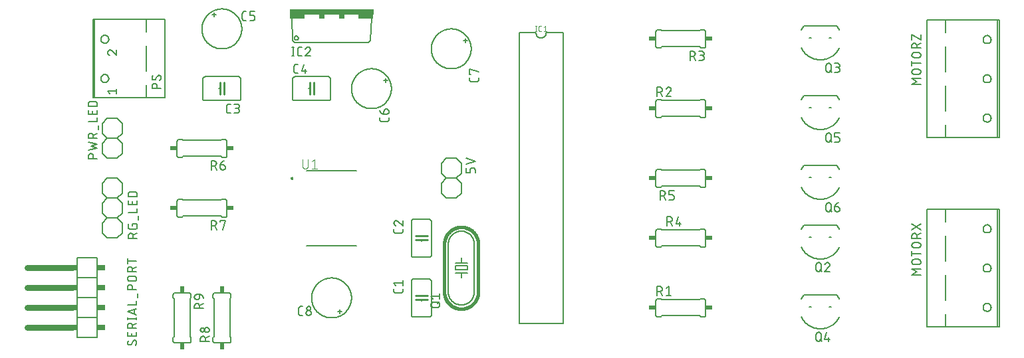
<source format=gbr>
G04 EAGLE Gerber RS-274X export*
G75*
%MOMM*%
%FSLAX34Y34*%
%LPD*%
%INSilkscreen Top*%
%IPPOS*%
%AMOC8*
5,1,8,0,0,1.08239X$1,22.5*%
G01*
%ADD10C,0.152400*%
%ADD11C,0.127000*%
%ADD12C,0.254000*%
%ADD13C,0.076200*%
%ADD14R,10.668000X0.762000*%
%ADD15R,1.905000X0.508000*%
%ADD16R,0.762000X0.508000*%
%ADD17C,0.406400*%
%ADD18R,0.863600X0.609600*%
%ADD19R,0.609600X0.863600*%
%ADD20C,0.762000*%
%ADD21R,0.508000X0.762000*%
%ADD22R,1.016000X0.762000*%
%ADD23C,0.200000*%
%ADD24C,0.101600*%


D10*
X469900Y298450D02*
X469900Y285750D01*
X463550Y279400D01*
X450850Y279400D01*
X444500Y285750D01*
X450850Y304800D02*
X463550Y304800D01*
X469900Y298450D01*
X450850Y304800D02*
X444500Y298450D01*
X444500Y285750D01*
X463550Y279400D02*
X469900Y273050D01*
X469900Y260350D01*
X463550Y254000D01*
X450850Y254000D01*
X444500Y260350D01*
X444500Y273050D01*
X450850Y279400D01*
D11*
X487553Y286512D02*
X487553Y290322D01*
X487551Y290422D01*
X487545Y290521D01*
X487535Y290621D01*
X487522Y290719D01*
X487504Y290818D01*
X487483Y290915D01*
X487458Y291011D01*
X487429Y291107D01*
X487396Y291201D01*
X487360Y291294D01*
X487320Y291385D01*
X487276Y291475D01*
X487229Y291563D01*
X487179Y291649D01*
X487125Y291733D01*
X487068Y291815D01*
X487008Y291894D01*
X486944Y291972D01*
X486878Y292046D01*
X486809Y292118D01*
X486737Y292187D01*
X486663Y292253D01*
X486585Y292317D01*
X486506Y292377D01*
X486424Y292434D01*
X486340Y292488D01*
X486254Y292538D01*
X486166Y292585D01*
X486076Y292629D01*
X485985Y292669D01*
X485892Y292705D01*
X485798Y292738D01*
X485702Y292767D01*
X485606Y292792D01*
X485509Y292813D01*
X485410Y292831D01*
X485312Y292844D01*
X485212Y292854D01*
X485113Y292860D01*
X485013Y292862D01*
X483743Y292862D01*
X483643Y292860D01*
X483544Y292854D01*
X483444Y292844D01*
X483346Y292831D01*
X483247Y292813D01*
X483150Y292792D01*
X483054Y292767D01*
X482958Y292738D01*
X482864Y292705D01*
X482771Y292669D01*
X482680Y292629D01*
X482590Y292585D01*
X482502Y292538D01*
X482416Y292488D01*
X482332Y292434D01*
X482250Y292377D01*
X482171Y292317D01*
X482093Y292253D01*
X482019Y292187D01*
X481947Y292118D01*
X481878Y292046D01*
X481812Y291972D01*
X481748Y291894D01*
X481688Y291815D01*
X481631Y291733D01*
X481577Y291649D01*
X481527Y291563D01*
X481480Y291475D01*
X481436Y291385D01*
X481396Y291294D01*
X481360Y291201D01*
X481327Y291107D01*
X481298Y291011D01*
X481273Y290915D01*
X481252Y290818D01*
X481234Y290719D01*
X481221Y290621D01*
X481211Y290521D01*
X481205Y290422D01*
X481203Y290322D01*
X481203Y286512D01*
X476123Y286512D01*
X476123Y292862D01*
X476123Y297307D02*
X487553Y301117D01*
X476123Y304927D01*
D10*
X431800Y148590D02*
X431800Y105410D01*
X406400Y105410D02*
X406400Y148590D01*
X408940Y102870D02*
X429260Y102870D01*
X429260Y151130D02*
X408940Y151130D01*
X431800Y105410D02*
X431798Y105310D01*
X431792Y105211D01*
X431782Y105111D01*
X431769Y105013D01*
X431751Y104914D01*
X431730Y104817D01*
X431705Y104721D01*
X431676Y104625D01*
X431643Y104531D01*
X431607Y104438D01*
X431567Y104347D01*
X431523Y104257D01*
X431476Y104169D01*
X431426Y104083D01*
X431372Y103999D01*
X431315Y103917D01*
X431255Y103838D01*
X431191Y103760D01*
X431125Y103686D01*
X431056Y103614D01*
X430984Y103545D01*
X430910Y103479D01*
X430832Y103415D01*
X430753Y103355D01*
X430671Y103298D01*
X430587Y103244D01*
X430501Y103194D01*
X430413Y103147D01*
X430323Y103103D01*
X430232Y103063D01*
X430139Y103027D01*
X430045Y102994D01*
X429949Y102965D01*
X429853Y102940D01*
X429756Y102919D01*
X429657Y102901D01*
X429559Y102888D01*
X429459Y102878D01*
X429360Y102872D01*
X429260Y102870D01*
X431800Y148590D02*
X431798Y148690D01*
X431792Y148789D01*
X431782Y148889D01*
X431769Y148987D01*
X431751Y149086D01*
X431730Y149183D01*
X431705Y149279D01*
X431676Y149375D01*
X431643Y149469D01*
X431607Y149562D01*
X431567Y149653D01*
X431523Y149743D01*
X431476Y149831D01*
X431426Y149917D01*
X431372Y150001D01*
X431315Y150083D01*
X431255Y150162D01*
X431191Y150240D01*
X431125Y150314D01*
X431056Y150386D01*
X430984Y150455D01*
X430910Y150521D01*
X430832Y150585D01*
X430753Y150645D01*
X430671Y150702D01*
X430587Y150756D01*
X430501Y150806D01*
X430413Y150853D01*
X430323Y150897D01*
X430232Y150937D01*
X430139Y150973D01*
X430045Y151006D01*
X429949Y151035D01*
X429853Y151060D01*
X429756Y151081D01*
X429657Y151099D01*
X429559Y151112D01*
X429459Y151122D01*
X429360Y151128D01*
X429260Y151130D01*
X406400Y105410D02*
X406402Y105310D01*
X406408Y105211D01*
X406418Y105111D01*
X406431Y105013D01*
X406449Y104914D01*
X406470Y104817D01*
X406495Y104721D01*
X406524Y104625D01*
X406557Y104531D01*
X406593Y104438D01*
X406633Y104347D01*
X406677Y104257D01*
X406724Y104169D01*
X406774Y104083D01*
X406828Y103999D01*
X406885Y103917D01*
X406945Y103838D01*
X407009Y103760D01*
X407075Y103686D01*
X407144Y103614D01*
X407216Y103545D01*
X407290Y103479D01*
X407368Y103415D01*
X407447Y103355D01*
X407529Y103298D01*
X407613Y103244D01*
X407699Y103194D01*
X407787Y103147D01*
X407877Y103103D01*
X407968Y103063D01*
X408061Y103027D01*
X408155Y102994D01*
X408251Y102965D01*
X408347Y102940D01*
X408444Y102919D01*
X408543Y102901D01*
X408641Y102888D01*
X408741Y102878D01*
X408840Y102872D01*
X408940Y102870D01*
X406400Y148590D02*
X406402Y148690D01*
X406408Y148789D01*
X406418Y148889D01*
X406431Y148987D01*
X406449Y149086D01*
X406470Y149183D01*
X406495Y149279D01*
X406524Y149375D01*
X406557Y149469D01*
X406593Y149562D01*
X406633Y149653D01*
X406677Y149743D01*
X406724Y149831D01*
X406774Y149917D01*
X406828Y150001D01*
X406885Y150083D01*
X406945Y150162D01*
X407009Y150240D01*
X407075Y150314D01*
X407144Y150386D01*
X407216Y150455D01*
X407290Y150521D01*
X407368Y150585D01*
X407447Y150645D01*
X407529Y150702D01*
X407613Y150756D01*
X407699Y150806D01*
X407787Y150853D01*
X407877Y150897D01*
X407968Y150937D01*
X408061Y150973D01*
X408155Y151006D01*
X408251Y151035D01*
X408347Y151060D01*
X408444Y151081D01*
X408543Y151099D01*
X408641Y151112D01*
X408741Y151122D01*
X408840Y151128D01*
X408940Y151130D01*
X419100Y124460D02*
X419100Y123190D01*
D12*
X419100Y124460D02*
X426720Y124460D01*
X419100Y124460D02*
X411480Y124460D01*
X419100Y129540D02*
X426720Y129540D01*
X419100Y129540D02*
X411480Y129540D01*
D10*
X419100Y129540D02*
X419100Y130810D01*
D11*
X395605Y135853D02*
X395605Y138393D01*
X395605Y135853D02*
X395603Y135753D01*
X395597Y135654D01*
X395587Y135554D01*
X395574Y135456D01*
X395556Y135357D01*
X395535Y135260D01*
X395510Y135164D01*
X395481Y135068D01*
X395448Y134974D01*
X395412Y134881D01*
X395372Y134790D01*
X395328Y134700D01*
X395281Y134612D01*
X395231Y134526D01*
X395177Y134442D01*
X395120Y134360D01*
X395060Y134281D01*
X394996Y134203D01*
X394930Y134129D01*
X394861Y134057D01*
X394789Y133988D01*
X394715Y133922D01*
X394637Y133858D01*
X394558Y133798D01*
X394476Y133741D01*
X394392Y133687D01*
X394306Y133637D01*
X394218Y133590D01*
X394128Y133546D01*
X394037Y133506D01*
X393944Y133470D01*
X393850Y133437D01*
X393754Y133408D01*
X393658Y133383D01*
X393561Y133362D01*
X393462Y133344D01*
X393364Y133331D01*
X393264Y133321D01*
X393165Y133315D01*
X393065Y133313D01*
X386715Y133313D01*
X386615Y133315D01*
X386516Y133321D01*
X386416Y133331D01*
X386318Y133344D01*
X386219Y133362D01*
X386122Y133383D01*
X386026Y133408D01*
X385930Y133437D01*
X385836Y133470D01*
X385743Y133506D01*
X385652Y133546D01*
X385562Y133590D01*
X385474Y133637D01*
X385388Y133687D01*
X385304Y133741D01*
X385222Y133798D01*
X385143Y133858D01*
X385065Y133922D01*
X384991Y133988D01*
X384919Y134057D01*
X384850Y134129D01*
X384784Y134203D01*
X384720Y134281D01*
X384660Y134360D01*
X384603Y134442D01*
X384549Y134526D01*
X384499Y134612D01*
X384452Y134700D01*
X384408Y134790D01*
X384368Y134881D01*
X384332Y134974D01*
X384299Y135068D01*
X384270Y135164D01*
X384245Y135260D01*
X384224Y135357D01*
X384206Y135456D01*
X384193Y135554D01*
X384183Y135654D01*
X384177Y135753D01*
X384175Y135853D01*
X384175Y138393D01*
X386715Y142875D02*
X384175Y146050D01*
X395605Y146050D01*
X395605Y142875D02*
X395605Y149225D01*
D10*
X431800Y181610D02*
X431800Y224790D01*
X406400Y224790D02*
X406400Y181610D01*
X408940Y179070D02*
X429260Y179070D01*
X429260Y227330D02*
X408940Y227330D01*
X431800Y181610D02*
X431798Y181510D01*
X431792Y181411D01*
X431782Y181311D01*
X431769Y181213D01*
X431751Y181114D01*
X431730Y181017D01*
X431705Y180921D01*
X431676Y180825D01*
X431643Y180731D01*
X431607Y180638D01*
X431567Y180547D01*
X431523Y180457D01*
X431476Y180369D01*
X431426Y180283D01*
X431372Y180199D01*
X431315Y180117D01*
X431255Y180038D01*
X431191Y179960D01*
X431125Y179886D01*
X431056Y179814D01*
X430984Y179745D01*
X430910Y179679D01*
X430832Y179615D01*
X430753Y179555D01*
X430671Y179498D01*
X430587Y179444D01*
X430501Y179394D01*
X430413Y179347D01*
X430323Y179303D01*
X430232Y179263D01*
X430139Y179227D01*
X430045Y179194D01*
X429949Y179165D01*
X429853Y179140D01*
X429756Y179119D01*
X429657Y179101D01*
X429559Y179088D01*
X429459Y179078D01*
X429360Y179072D01*
X429260Y179070D01*
X431800Y224790D02*
X431798Y224890D01*
X431792Y224989D01*
X431782Y225089D01*
X431769Y225187D01*
X431751Y225286D01*
X431730Y225383D01*
X431705Y225479D01*
X431676Y225575D01*
X431643Y225669D01*
X431607Y225762D01*
X431567Y225853D01*
X431523Y225943D01*
X431476Y226031D01*
X431426Y226117D01*
X431372Y226201D01*
X431315Y226283D01*
X431255Y226362D01*
X431191Y226440D01*
X431125Y226514D01*
X431056Y226586D01*
X430984Y226655D01*
X430910Y226721D01*
X430832Y226785D01*
X430753Y226845D01*
X430671Y226902D01*
X430587Y226956D01*
X430501Y227006D01*
X430413Y227053D01*
X430323Y227097D01*
X430232Y227137D01*
X430139Y227173D01*
X430045Y227206D01*
X429949Y227235D01*
X429853Y227260D01*
X429756Y227281D01*
X429657Y227299D01*
X429559Y227312D01*
X429459Y227322D01*
X429360Y227328D01*
X429260Y227330D01*
X406400Y181610D02*
X406402Y181510D01*
X406408Y181411D01*
X406418Y181311D01*
X406431Y181213D01*
X406449Y181114D01*
X406470Y181017D01*
X406495Y180921D01*
X406524Y180825D01*
X406557Y180731D01*
X406593Y180638D01*
X406633Y180547D01*
X406677Y180457D01*
X406724Y180369D01*
X406774Y180283D01*
X406828Y180199D01*
X406885Y180117D01*
X406945Y180038D01*
X407009Y179960D01*
X407075Y179886D01*
X407144Y179814D01*
X407216Y179745D01*
X407290Y179679D01*
X407368Y179615D01*
X407447Y179555D01*
X407529Y179498D01*
X407613Y179444D01*
X407699Y179394D01*
X407787Y179347D01*
X407877Y179303D01*
X407968Y179263D01*
X408061Y179227D01*
X408155Y179194D01*
X408251Y179165D01*
X408347Y179140D01*
X408444Y179119D01*
X408543Y179101D01*
X408641Y179088D01*
X408741Y179078D01*
X408840Y179072D01*
X408940Y179070D01*
X406400Y224790D02*
X406402Y224890D01*
X406408Y224989D01*
X406418Y225089D01*
X406431Y225187D01*
X406449Y225286D01*
X406470Y225383D01*
X406495Y225479D01*
X406524Y225575D01*
X406557Y225669D01*
X406593Y225762D01*
X406633Y225853D01*
X406677Y225943D01*
X406724Y226031D01*
X406774Y226117D01*
X406828Y226201D01*
X406885Y226283D01*
X406945Y226362D01*
X407009Y226440D01*
X407075Y226514D01*
X407144Y226586D01*
X407216Y226655D01*
X407290Y226721D01*
X407368Y226785D01*
X407447Y226845D01*
X407529Y226902D01*
X407613Y226956D01*
X407699Y227006D01*
X407787Y227053D01*
X407877Y227097D01*
X407968Y227137D01*
X408061Y227173D01*
X408155Y227206D01*
X408251Y227235D01*
X408347Y227260D01*
X408444Y227281D01*
X408543Y227299D01*
X408641Y227312D01*
X408741Y227322D01*
X408840Y227328D01*
X408940Y227330D01*
X419100Y200660D02*
X419100Y199390D01*
D12*
X419100Y200660D02*
X426720Y200660D01*
X419100Y200660D02*
X411480Y200660D01*
X419100Y205740D02*
X426720Y205740D01*
X419100Y205740D02*
X411480Y205740D01*
D10*
X419100Y205740D02*
X419100Y207010D01*
D11*
X395605Y212053D02*
X395605Y214593D01*
X395605Y212053D02*
X395603Y211953D01*
X395597Y211854D01*
X395587Y211754D01*
X395574Y211656D01*
X395556Y211557D01*
X395535Y211460D01*
X395510Y211364D01*
X395481Y211268D01*
X395448Y211174D01*
X395412Y211081D01*
X395372Y210990D01*
X395328Y210900D01*
X395281Y210812D01*
X395231Y210726D01*
X395177Y210642D01*
X395120Y210560D01*
X395060Y210481D01*
X394996Y210403D01*
X394930Y210329D01*
X394861Y210257D01*
X394789Y210188D01*
X394715Y210122D01*
X394637Y210058D01*
X394558Y209998D01*
X394476Y209941D01*
X394392Y209887D01*
X394306Y209837D01*
X394218Y209790D01*
X394128Y209746D01*
X394037Y209706D01*
X393944Y209670D01*
X393850Y209637D01*
X393754Y209608D01*
X393658Y209583D01*
X393561Y209562D01*
X393462Y209544D01*
X393364Y209531D01*
X393264Y209521D01*
X393165Y209515D01*
X393065Y209513D01*
X386715Y209513D01*
X386615Y209515D01*
X386516Y209521D01*
X386416Y209531D01*
X386318Y209544D01*
X386219Y209562D01*
X386122Y209583D01*
X386026Y209608D01*
X385930Y209637D01*
X385836Y209670D01*
X385743Y209706D01*
X385652Y209746D01*
X385562Y209790D01*
X385474Y209837D01*
X385388Y209887D01*
X385304Y209941D01*
X385222Y209998D01*
X385143Y210058D01*
X385065Y210122D01*
X384991Y210188D01*
X384919Y210257D01*
X384850Y210329D01*
X384784Y210403D01*
X384720Y210481D01*
X384660Y210560D01*
X384603Y210642D01*
X384549Y210726D01*
X384499Y210812D01*
X384452Y210900D01*
X384408Y210990D01*
X384368Y211081D01*
X384332Y211174D01*
X384299Y211268D01*
X384270Y211364D01*
X384245Y211460D01*
X384224Y211557D01*
X384206Y211656D01*
X384193Y211754D01*
X384183Y211854D01*
X384177Y211953D01*
X384175Y212053D01*
X384175Y214593D01*
X384175Y222568D02*
X384177Y222672D01*
X384183Y222777D01*
X384192Y222881D01*
X384205Y222984D01*
X384223Y223087D01*
X384243Y223189D01*
X384268Y223291D01*
X384296Y223391D01*
X384328Y223491D01*
X384364Y223589D01*
X384403Y223686D01*
X384445Y223781D01*
X384491Y223875D01*
X384541Y223967D01*
X384593Y224057D01*
X384649Y224145D01*
X384709Y224231D01*
X384771Y224315D01*
X384836Y224396D01*
X384904Y224475D01*
X384976Y224552D01*
X385049Y224625D01*
X385126Y224697D01*
X385205Y224765D01*
X385286Y224830D01*
X385370Y224892D01*
X385456Y224952D01*
X385544Y225008D01*
X385634Y225060D01*
X385726Y225110D01*
X385820Y225156D01*
X385915Y225198D01*
X386012Y225237D01*
X386110Y225273D01*
X386210Y225305D01*
X386310Y225333D01*
X386412Y225358D01*
X386514Y225378D01*
X386617Y225396D01*
X386720Y225409D01*
X386824Y225418D01*
X386929Y225424D01*
X387033Y225426D01*
X384175Y222568D02*
X384177Y222450D01*
X384183Y222331D01*
X384192Y222213D01*
X384205Y222096D01*
X384223Y221979D01*
X384243Y221862D01*
X384268Y221746D01*
X384296Y221631D01*
X384329Y221518D01*
X384364Y221405D01*
X384404Y221293D01*
X384446Y221183D01*
X384493Y221074D01*
X384543Y220966D01*
X384596Y220861D01*
X384653Y220757D01*
X384713Y220655D01*
X384776Y220555D01*
X384843Y220457D01*
X384912Y220361D01*
X384985Y220268D01*
X385061Y220177D01*
X385139Y220088D01*
X385221Y220002D01*
X385305Y219919D01*
X385391Y219838D01*
X385481Y219761D01*
X385572Y219686D01*
X385666Y219614D01*
X385763Y219545D01*
X385861Y219480D01*
X385962Y219417D01*
X386065Y219358D01*
X386169Y219302D01*
X386275Y219250D01*
X386383Y219201D01*
X386492Y219156D01*
X386603Y219114D01*
X386715Y219076D01*
X389255Y224473D02*
X389180Y224549D01*
X389101Y224624D01*
X389020Y224695D01*
X388936Y224764D01*
X388850Y224829D01*
X388762Y224891D01*
X388672Y224951D01*
X388580Y225007D01*
X388485Y225060D01*
X388389Y225109D01*
X388291Y225155D01*
X388192Y225198D01*
X388091Y225237D01*
X387989Y225272D01*
X387886Y225304D01*
X387782Y225332D01*
X387677Y225357D01*
X387570Y225378D01*
X387464Y225395D01*
X387357Y225408D01*
X387249Y225417D01*
X387141Y225423D01*
X387033Y225425D01*
X389255Y224473D02*
X395605Y219075D01*
X395605Y225425D01*
D10*
X186690Y378460D02*
X143510Y378460D01*
X143510Y408940D02*
X186690Y408940D01*
X140970Y406400D02*
X140970Y381000D01*
X189230Y381000D02*
X189230Y406400D01*
X143510Y378460D02*
X143410Y378462D01*
X143311Y378468D01*
X143211Y378478D01*
X143113Y378491D01*
X143014Y378509D01*
X142917Y378530D01*
X142821Y378555D01*
X142725Y378584D01*
X142631Y378617D01*
X142538Y378653D01*
X142447Y378693D01*
X142357Y378737D01*
X142269Y378784D01*
X142183Y378834D01*
X142099Y378888D01*
X142017Y378945D01*
X141938Y379005D01*
X141860Y379069D01*
X141786Y379135D01*
X141714Y379204D01*
X141645Y379276D01*
X141579Y379350D01*
X141515Y379428D01*
X141455Y379507D01*
X141398Y379589D01*
X141344Y379673D01*
X141294Y379759D01*
X141247Y379847D01*
X141203Y379937D01*
X141163Y380028D01*
X141127Y380121D01*
X141094Y380215D01*
X141065Y380311D01*
X141040Y380407D01*
X141019Y380504D01*
X141001Y380603D01*
X140988Y380701D01*
X140978Y380801D01*
X140972Y380900D01*
X140970Y381000D01*
X186690Y378460D02*
X186790Y378462D01*
X186889Y378468D01*
X186989Y378478D01*
X187087Y378491D01*
X187186Y378509D01*
X187283Y378530D01*
X187379Y378555D01*
X187475Y378584D01*
X187569Y378617D01*
X187662Y378653D01*
X187753Y378693D01*
X187843Y378737D01*
X187931Y378784D01*
X188017Y378834D01*
X188101Y378888D01*
X188183Y378945D01*
X188262Y379005D01*
X188340Y379069D01*
X188414Y379135D01*
X188486Y379204D01*
X188555Y379276D01*
X188621Y379350D01*
X188685Y379428D01*
X188745Y379507D01*
X188802Y379589D01*
X188856Y379673D01*
X188906Y379759D01*
X188953Y379847D01*
X188997Y379937D01*
X189037Y380028D01*
X189073Y380121D01*
X189106Y380215D01*
X189135Y380311D01*
X189160Y380407D01*
X189181Y380504D01*
X189199Y380603D01*
X189212Y380701D01*
X189222Y380801D01*
X189228Y380900D01*
X189230Y381000D01*
X143510Y408940D02*
X143410Y408938D01*
X143311Y408932D01*
X143211Y408922D01*
X143113Y408909D01*
X143014Y408891D01*
X142917Y408870D01*
X142821Y408845D01*
X142725Y408816D01*
X142631Y408783D01*
X142538Y408747D01*
X142447Y408707D01*
X142357Y408663D01*
X142269Y408616D01*
X142183Y408566D01*
X142099Y408512D01*
X142017Y408455D01*
X141938Y408395D01*
X141860Y408331D01*
X141786Y408265D01*
X141714Y408196D01*
X141645Y408124D01*
X141579Y408050D01*
X141515Y407972D01*
X141455Y407893D01*
X141398Y407811D01*
X141344Y407727D01*
X141294Y407641D01*
X141247Y407553D01*
X141203Y407463D01*
X141163Y407372D01*
X141127Y407279D01*
X141094Y407185D01*
X141065Y407089D01*
X141040Y406993D01*
X141019Y406896D01*
X141001Y406797D01*
X140988Y406699D01*
X140978Y406599D01*
X140972Y406500D01*
X140970Y406400D01*
X186690Y408940D02*
X186790Y408938D01*
X186889Y408932D01*
X186989Y408922D01*
X187087Y408909D01*
X187186Y408891D01*
X187283Y408870D01*
X187379Y408845D01*
X187475Y408816D01*
X187569Y408783D01*
X187662Y408747D01*
X187753Y408707D01*
X187843Y408663D01*
X187931Y408616D01*
X188017Y408566D01*
X188101Y408512D01*
X188183Y408455D01*
X188262Y408395D01*
X188340Y408331D01*
X188414Y408265D01*
X188486Y408196D01*
X188555Y408124D01*
X188621Y408050D01*
X188685Y407972D01*
X188745Y407893D01*
X188802Y407811D01*
X188856Y407727D01*
X188906Y407641D01*
X188953Y407553D01*
X188997Y407463D01*
X189037Y407372D01*
X189073Y407279D01*
X189106Y407185D01*
X189135Y407089D01*
X189160Y406993D01*
X189181Y406896D01*
X189199Y406797D01*
X189212Y406699D01*
X189222Y406599D01*
X189228Y406500D01*
X189230Y406400D01*
X162560Y393700D02*
X161290Y393700D01*
D12*
X162560Y393700D02*
X162560Y386080D01*
X162560Y393700D02*
X162560Y401320D01*
X167640Y393700D02*
X167640Y386080D01*
X167640Y393700D02*
X167640Y401320D01*
D10*
X167640Y393700D02*
X168910Y393700D01*
D11*
X173953Y362585D02*
X176493Y362585D01*
X173953Y362585D02*
X173853Y362587D01*
X173754Y362593D01*
X173654Y362603D01*
X173556Y362616D01*
X173457Y362634D01*
X173360Y362655D01*
X173264Y362680D01*
X173168Y362709D01*
X173074Y362742D01*
X172981Y362778D01*
X172890Y362818D01*
X172800Y362862D01*
X172712Y362909D01*
X172626Y362959D01*
X172542Y363013D01*
X172460Y363070D01*
X172381Y363130D01*
X172303Y363194D01*
X172229Y363260D01*
X172157Y363329D01*
X172088Y363401D01*
X172022Y363475D01*
X171958Y363553D01*
X171898Y363632D01*
X171841Y363714D01*
X171787Y363798D01*
X171737Y363884D01*
X171690Y363972D01*
X171646Y364062D01*
X171606Y364153D01*
X171570Y364246D01*
X171537Y364340D01*
X171508Y364436D01*
X171483Y364532D01*
X171462Y364629D01*
X171444Y364728D01*
X171431Y364826D01*
X171421Y364926D01*
X171415Y365025D01*
X171413Y365125D01*
X171413Y371475D01*
X171415Y371575D01*
X171421Y371674D01*
X171431Y371774D01*
X171444Y371872D01*
X171462Y371971D01*
X171483Y372068D01*
X171508Y372164D01*
X171537Y372260D01*
X171570Y372354D01*
X171606Y372447D01*
X171646Y372538D01*
X171690Y372628D01*
X171737Y372716D01*
X171787Y372802D01*
X171841Y372886D01*
X171898Y372968D01*
X171958Y373047D01*
X172022Y373125D01*
X172088Y373199D01*
X172157Y373271D01*
X172229Y373340D01*
X172303Y373406D01*
X172381Y373470D01*
X172460Y373530D01*
X172542Y373587D01*
X172626Y373641D01*
X172712Y373691D01*
X172800Y373738D01*
X172890Y373782D01*
X172981Y373822D01*
X173074Y373858D01*
X173168Y373891D01*
X173264Y373920D01*
X173360Y373945D01*
X173457Y373966D01*
X173556Y373984D01*
X173654Y373997D01*
X173754Y374007D01*
X173853Y374013D01*
X173953Y374015D01*
X176493Y374015D01*
X180975Y362585D02*
X184150Y362585D01*
X184261Y362587D01*
X184371Y362593D01*
X184482Y362602D01*
X184592Y362616D01*
X184701Y362633D01*
X184810Y362654D01*
X184918Y362679D01*
X185025Y362708D01*
X185131Y362740D01*
X185236Y362776D01*
X185339Y362816D01*
X185441Y362859D01*
X185542Y362906D01*
X185641Y362957D01*
X185737Y363010D01*
X185832Y363067D01*
X185925Y363128D01*
X186016Y363191D01*
X186105Y363258D01*
X186191Y363328D01*
X186274Y363401D01*
X186356Y363476D01*
X186434Y363554D01*
X186509Y363636D01*
X186582Y363719D01*
X186652Y363805D01*
X186719Y363894D01*
X186782Y363985D01*
X186843Y364078D01*
X186900Y364172D01*
X186953Y364269D01*
X187004Y364368D01*
X187051Y364469D01*
X187094Y364571D01*
X187134Y364674D01*
X187170Y364779D01*
X187202Y364885D01*
X187231Y364992D01*
X187256Y365100D01*
X187277Y365209D01*
X187294Y365318D01*
X187308Y365428D01*
X187317Y365539D01*
X187323Y365649D01*
X187325Y365760D01*
X187323Y365871D01*
X187317Y365981D01*
X187308Y366092D01*
X187294Y366202D01*
X187277Y366311D01*
X187256Y366420D01*
X187231Y366528D01*
X187202Y366635D01*
X187170Y366741D01*
X187134Y366846D01*
X187094Y366949D01*
X187051Y367051D01*
X187004Y367152D01*
X186953Y367251D01*
X186900Y367347D01*
X186843Y367442D01*
X186782Y367535D01*
X186719Y367626D01*
X186652Y367715D01*
X186582Y367801D01*
X186509Y367884D01*
X186434Y367966D01*
X186356Y368044D01*
X186274Y368119D01*
X186191Y368192D01*
X186105Y368262D01*
X186016Y368329D01*
X185925Y368392D01*
X185832Y368453D01*
X185738Y368510D01*
X185641Y368563D01*
X185542Y368614D01*
X185441Y368661D01*
X185339Y368704D01*
X185236Y368744D01*
X185131Y368780D01*
X185025Y368812D01*
X184918Y368841D01*
X184810Y368866D01*
X184701Y368887D01*
X184592Y368904D01*
X184482Y368918D01*
X184371Y368927D01*
X184261Y368933D01*
X184150Y368935D01*
X184785Y374015D02*
X180975Y374015D01*
X184785Y374015D02*
X184885Y374013D01*
X184984Y374007D01*
X185084Y373997D01*
X185182Y373984D01*
X185281Y373966D01*
X185378Y373945D01*
X185474Y373920D01*
X185570Y373891D01*
X185664Y373858D01*
X185757Y373822D01*
X185848Y373782D01*
X185938Y373738D01*
X186026Y373691D01*
X186112Y373641D01*
X186196Y373587D01*
X186278Y373530D01*
X186357Y373470D01*
X186435Y373406D01*
X186509Y373340D01*
X186581Y373271D01*
X186650Y373199D01*
X186716Y373125D01*
X186780Y373047D01*
X186840Y372968D01*
X186897Y372886D01*
X186951Y372802D01*
X187001Y372716D01*
X187048Y372628D01*
X187092Y372538D01*
X187132Y372447D01*
X187168Y372354D01*
X187201Y372260D01*
X187230Y372164D01*
X187255Y372068D01*
X187276Y371971D01*
X187294Y371872D01*
X187307Y371774D01*
X187317Y371674D01*
X187323Y371575D01*
X187325Y371475D01*
X187323Y371375D01*
X187317Y371276D01*
X187307Y371176D01*
X187294Y371078D01*
X187276Y370979D01*
X187255Y370882D01*
X187230Y370786D01*
X187201Y370690D01*
X187168Y370596D01*
X187132Y370503D01*
X187092Y370412D01*
X187048Y370322D01*
X187001Y370234D01*
X186951Y370148D01*
X186897Y370064D01*
X186840Y369982D01*
X186780Y369903D01*
X186716Y369825D01*
X186650Y369751D01*
X186581Y369679D01*
X186509Y369610D01*
X186435Y369544D01*
X186357Y369480D01*
X186278Y369420D01*
X186196Y369363D01*
X186112Y369309D01*
X186026Y369259D01*
X185938Y369212D01*
X185848Y369168D01*
X185757Y369128D01*
X185664Y369092D01*
X185570Y369059D01*
X185474Y369030D01*
X185378Y369005D01*
X185281Y368984D01*
X185182Y368966D01*
X185084Y368953D01*
X184984Y368943D01*
X184885Y368937D01*
X184785Y368935D01*
X182245Y368935D01*
D10*
X257810Y408940D02*
X300990Y408940D01*
X300990Y378460D02*
X257810Y378460D01*
X303530Y381000D02*
X303530Y406400D01*
X255270Y406400D02*
X255270Y381000D01*
X300990Y408940D02*
X301090Y408938D01*
X301189Y408932D01*
X301289Y408922D01*
X301387Y408909D01*
X301486Y408891D01*
X301583Y408870D01*
X301679Y408845D01*
X301775Y408816D01*
X301869Y408783D01*
X301962Y408747D01*
X302053Y408707D01*
X302143Y408663D01*
X302231Y408616D01*
X302317Y408566D01*
X302401Y408512D01*
X302483Y408455D01*
X302562Y408395D01*
X302640Y408331D01*
X302714Y408265D01*
X302786Y408196D01*
X302855Y408124D01*
X302921Y408050D01*
X302985Y407972D01*
X303045Y407893D01*
X303102Y407811D01*
X303156Y407727D01*
X303206Y407641D01*
X303253Y407553D01*
X303297Y407463D01*
X303337Y407372D01*
X303373Y407279D01*
X303406Y407185D01*
X303435Y407089D01*
X303460Y406993D01*
X303481Y406896D01*
X303499Y406797D01*
X303512Y406699D01*
X303522Y406599D01*
X303528Y406500D01*
X303530Y406400D01*
X257810Y408940D02*
X257710Y408938D01*
X257611Y408932D01*
X257511Y408922D01*
X257413Y408909D01*
X257314Y408891D01*
X257217Y408870D01*
X257121Y408845D01*
X257025Y408816D01*
X256931Y408783D01*
X256838Y408747D01*
X256747Y408707D01*
X256657Y408663D01*
X256569Y408616D01*
X256483Y408566D01*
X256399Y408512D01*
X256317Y408455D01*
X256238Y408395D01*
X256160Y408331D01*
X256086Y408265D01*
X256014Y408196D01*
X255945Y408124D01*
X255879Y408050D01*
X255815Y407972D01*
X255755Y407893D01*
X255698Y407811D01*
X255644Y407727D01*
X255594Y407641D01*
X255547Y407553D01*
X255503Y407463D01*
X255463Y407372D01*
X255427Y407279D01*
X255394Y407185D01*
X255365Y407089D01*
X255340Y406993D01*
X255319Y406896D01*
X255301Y406797D01*
X255288Y406699D01*
X255278Y406599D01*
X255272Y406500D01*
X255270Y406400D01*
X300990Y378460D02*
X301090Y378462D01*
X301189Y378468D01*
X301289Y378478D01*
X301387Y378491D01*
X301486Y378509D01*
X301583Y378530D01*
X301679Y378555D01*
X301775Y378584D01*
X301869Y378617D01*
X301962Y378653D01*
X302053Y378693D01*
X302143Y378737D01*
X302231Y378784D01*
X302317Y378834D01*
X302401Y378888D01*
X302483Y378945D01*
X302562Y379005D01*
X302640Y379069D01*
X302714Y379135D01*
X302786Y379204D01*
X302855Y379276D01*
X302921Y379350D01*
X302985Y379428D01*
X303045Y379507D01*
X303102Y379589D01*
X303156Y379673D01*
X303206Y379759D01*
X303253Y379847D01*
X303297Y379937D01*
X303337Y380028D01*
X303373Y380121D01*
X303406Y380215D01*
X303435Y380311D01*
X303460Y380407D01*
X303481Y380504D01*
X303499Y380603D01*
X303512Y380701D01*
X303522Y380801D01*
X303528Y380900D01*
X303530Y381000D01*
X257810Y378460D02*
X257710Y378462D01*
X257611Y378468D01*
X257511Y378478D01*
X257413Y378491D01*
X257314Y378509D01*
X257217Y378530D01*
X257121Y378555D01*
X257025Y378584D01*
X256931Y378617D01*
X256838Y378653D01*
X256747Y378693D01*
X256657Y378737D01*
X256569Y378784D01*
X256483Y378834D01*
X256399Y378888D01*
X256317Y378945D01*
X256238Y379005D01*
X256160Y379069D01*
X256086Y379135D01*
X256014Y379204D01*
X255945Y379276D01*
X255879Y379350D01*
X255815Y379428D01*
X255755Y379507D01*
X255698Y379589D01*
X255644Y379673D01*
X255594Y379759D01*
X255547Y379847D01*
X255503Y379937D01*
X255463Y380028D01*
X255427Y380121D01*
X255394Y380215D01*
X255365Y380311D01*
X255340Y380407D01*
X255319Y380504D01*
X255301Y380603D01*
X255288Y380701D01*
X255278Y380801D01*
X255272Y380900D01*
X255270Y381000D01*
X281940Y393700D02*
X283210Y393700D01*
D12*
X281940Y393700D02*
X281940Y401320D01*
X281940Y393700D02*
X281940Y386080D01*
X276860Y393700D02*
X276860Y401320D01*
X276860Y393700D02*
X276860Y386080D01*
D10*
X276860Y393700D02*
X275590Y393700D01*
D11*
X262255Y413385D02*
X259715Y413385D01*
X259615Y413387D01*
X259516Y413393D01*
X259416Y413403D01*
X259318Y413416D01*
X259219Y413434D01*
X259122Y413455D01*
X259026Y413480D01*
X258930Y413509D01*
X258836Y413542D01*
X258743Y413578D01*
X258652Y413618D01*
X258562Y413662D01*
X258474Y413709D01*
X258388Y413759D01*
X258304Y413813D01*
X258222Y413870D01*
X258143Y413930D01*
X258065Y413994D01*
X257991Y414060D01*
X257919Y414129D01*
X257850Y414201D01*
X257784Y414275D01*
X257720Y414353D01*
X257660Y414432D01*
X257603Y414514D01*
X257549Y414598D01*
X257499Y414684D01*
X257452Y414772D01*
X257408Y414862D01*
X257368Y414953D01*
X257332Y415046D01*
X257299Y415140D01*
X257270Y415236D01*
X257245Y415332D01*
X257224Y415429D01*
X257206Y415528D01*
X257193Y415626D01*
X257183Y415726D01*
X257177Y415825D01*
X257175Y415925D01*
X257175Y422275D01*
X257177Y422375D01*
X257183Y422474D01*
X257193Y422574D01*
X257206Y422672D01*
X257224Y422771D01*
X257245Y422868D01*
X257270Y422964D01*
X257299Y423060D01*
X257332Y423154D01*
X257368Y423247D01*
X257408Y423338D01*
X257452Y423428D01*
X257499Y423516D01*
X257549Y423602D01*
X257603Y423686D01*
X257660Y423768D01*
X257720Y423847D01*
X257784Y423925D01*
X257850Y423999D01*
X257919Y424071D01*
X257991Y424140D01*
X258065Y424206D01*
X258143Y424270D01*
X258222Y424330D01*
X258304Y424387D01*
X258388Y424441D01*
X258474Y424491D01*
X258562Y424538D01*
X258652Y424582D01*
X258743Y424622D01*
X258836Y424658D01*
X258930Y424691D01*
X259026Y424720D01*
X259122Y424745D01*
X259219Y424766D01*
X259318Y424784D01*
X259416Y424797D01*
X259516Y424807D01*
X259615Y424813D01*
X259715Y424815D01*
X262255Y424815D01*
X269277Y424815D02*
X266737Y415925D01*
X273087Y415925D01*
X271182Y418465D02*
X271182Y413385D01*
D10*
X157480Y487680D02*
X152400Y487680D01*
X154940Y485140D02*
X154940Y490220D01*
X139700Y469900D02*
X139708Y470523D01*
X139731Y471146D01*
X139769Y471769D01*
X139822Y472390D01*
X139891Y473009D01*
X139975Y473627D01*
X140074Y474242D01*
X140188Y474855D01*
X140317Y475465D01*
X140461Y476072D01*
X140620Y476675D01*
X140794Y477273D01*
X140982Y477868D01*
X141185Y478457D01*
X141402Y479041D01*
X141633Y479620D01*
X141879Y480193D01*
X142139Y480760D01*
X142412Y481320D01*
X142699Y481873D01*
X143000Y482420D01*
X143314Y482958D01*
X143641Y483489D01*
X143981Y484011D01*
X144333Y484526D01*
X144699Y485031D01*
X145076Y485527D01*
X145466Y486014D01*
X145867Y486491D01*
X146280Y486958D01*
X146704Y487414D01*
X147139Y487861D01*
X147586Y488296D01*
X148042Y488720D01*
X148509Y489133D01*
X148986Y489534D01*
X149473Y489924D01*
X149969Y490301D01*
X150474Y490667D01*
X150989Y491019D01*
X151511Y491359D01*
X152042Y491686D01*
X152580Y492000D01*
X153127Y492301D01*
X153680Y492588D01*
X154240Y492861D01*
X154807Y493121D01*
X155380Y493367D01*
X155959Y493598D01*
X156543Y493815D01*
X157132Y494018D01*
X157727Y494206D01*
X158325Y494380D01*
X158928Y494539D01*
X159535Y494683D01*
X160145Y494812D01*
X160758Y494926D01*
X161373Y495025D01*
X161991Y495109D01*
X162610Y495178D01*
X163231Y495231D01*
X163854Y495269D01*
X164477Y495292D01*
X165100Y495300D01*
X165723Y495292D01*
X166346Y495269D01*
X166969Y495231D01*
X167590Y495178D01*
X168209Y495109D01*
X168827Y495025D01*
X169442Y494926D01*
X170055Y494812D01*
X170665Y494683D01*
X171272Y494539D01*
X171875Y494380D01*
X172473Y494206D01*
X173068Y494018D01*
X173657Y493815D01*
X174241Y493598D01*
X174820Y493367D01*
X175393Y493121D01*
X175960Y492861D01*
X176520Y492588D01*
X177073Y492301D01*
X177620Y492000D01*
X178158Y491686D01*
X178689Y491359D01*
X179211Y491019D01*
X179726Y490667D01*
X180231Y490301D01*
X180727Y489924D01*
X181214Y489534D01*
X181691Y489133D01*
X182158Y488720D01*
X182614Y488296D01*
X183061Y487861D01*
X183496Y487414D01*
X183920Y486958D01*
X184333Y486491D01*
X184734Y486014D01*
X185124Y485527D01*
X185501Y485031D01*
X185867Y484526D01*
X186219Y484011D01*
X186559Y483489D01*
X186886Y482958D01*
X187200Y482420D01*
X187501Y481873D01*
X187788Y481320D01*
X188061Y480760D01*
X188321Y480193D01*
X188567Y479620D01*
X188798Y479041D01*
X189015Y478457D01*
X189218Y477868D01*
X189406Y477273D01*
X189580Y476675D01*
X189739Y476072D01*
X189883Y475465D01*
X190012Y474855D01*
X190126Y474242D01*
X190225Y473627D01*
X190309Y473009D01*
X190378Y472390D01*
X190431Y471769D01*
X190469Y471146D01*
X190492Y470523D01*
X190500Y469900D01*
X190492Y469277D01*
X190469Y468654D01*
X190431Y468031D01*
X190378Y467410D01*
X190309Y466791D01*
X190225Y466173D01*
X190126Y465558D01*
X190012Y464945D01*
X189883Y464335D01*
X189739Y463728D01*
X189580Y463125D01*
X189406Y462527D01*
X189218Y461932D01*
X189015Y461343D01*
X188798Y460759D01*
X188567Y460180D01*
X188321Y459607D01*
X188061Y459040D01*
X187788Y458480D01*
X187501Y457927D01*
X187200Y457380D01*
X186886Y456842D01*
X186559Y456311D01*
X186219Y455789D01*
X185867Y455274D01*
X185501Y454769D01*
X185124Y454273D01*
X184734Y453786D01*
X184333Y453309D01*
X183920Y452842D01*
X183496Y452386D01*
X183061Y451939D01*
X182614Y451504D01*
X182158Y451080D01*
X181691Y450667D01*
X181214Y450266D01*
X180727Y449876D01*
X180231Y449499D01*
X179726Y449133D01*
X179211Y448781D01*
X178689Y448441D01*
X178158Y448114D01*
X177620Y447800D01*
X177073Y447499D01*
X176520Y447212D01*
X175960Y446939D01*
X175393Y446679D01*
X174820Y446433D01*
X174241Y446202D01*
X173657Y445985D01*
X173068Y445782D01*
X172473Y445594D01*
X171875Y445420D01*
X171272Y445261D01*
X170665Y445117D01*
X170055Y444988D01*
X169442Y444874D01*
X168827Y444775D01*
X168209Y444691D01*
X167590Y444622D01*
X166969Y444569D01*
X166346Y444531D01*
X165723Y444508D01*
X165100Y444500D01*
X164477Y444508D01*
X163854Y444531D01*
X163231Y444569D01*
X162610Y444622D01*
X161991Y444691D01*
X161373Y444775D01*
X160758Y444874D01*
X160145Y444988D01*
X159535Y445117D01*
X158928Y445261D01*
X158325Y445420D01*
X157727Y445594D01*
X157132Y445782D01*
X156543Y445985D01*
X155959Y446202D01*
X155380Y446433D01*
X154807Y446679D01*
X154240Y446939D01*
X153680Y447212D01*
X153127Y447499D01*
X152580Y447800D01*
X152042Y448114D01*
X151511Y448441D01*
X150989Y448781D01*
X150474Y449133D01*
X149969Y449499D01*
X149473Y449876D01*
X148986Y450266D01*
X148509Y450667D01*
X148042Y451080D01*
X147586Y451504D01*
X147139Y451939D01*
X146704Y452386D01*
X146280Y452842D01*
X145867Y453309D01*
X145466Y453786D01*
X145076Y454273D01*
X144699Y454769D01*
X144333Y455274D01*
X143981Y455789D01*
X143641Y456311D01*
X143314Y456842D01*
X143000Y457380D01*
X142699Y457927D01*
X142412Y458480D01*
X142139Y459040D01*
X141879Y459607D01*
X141633Y460180D01*
X141402Y460759D01*
X141185Y461343D01*
X140982Y461932D01*
X140794Y462527D01*
X140620Y463125D01*
X140461Y463728D01*
X140317Y464335D01*
X140188Y464945D01*
X140074Y465558D01*
X139975Y466173D01*
X139891Y466791D01*
X139822Y467410D01*
X139769Y468031D01*
X139731Y468654D01*
X139708Y469277D01*
X139700Y469900D01*
D11*
X193675Y480695D02*
X196215Y480695D01*
X193675Y480695D02*
X193575Y480697D01*
X193476Y480703D01*
X193376Y480713D01*
X193278Y480726D01*
X193179Y480744D01*
X193082Y480765D01*
X192986Y480790D01*
X192890Y480819D01*
X192796Y480852D01*
X192703Y480888D01*
X192612Y480928D01*
X192522Y480972D01*
X192434Y481019D01*
X192348Y481069D01*
X192264Y481123D01*
X192182Y481180D01*
X192103Y481240D01*
X192025Y481304D01*
X191951Y481370D01*
X191879Y481439D01*
X191810Y481511D01*
X191744Y481585D01*
X191680Y481663D01*
X191620Y481742D01*
X191563Y481824D01*
X191509Y481908D01*
X191459Y481994D01*
X191412Y482082D01*
X191368Y482172D01*
X191328Y482263D01*
X191292Y482356D01*
X191259Y482450D01*
X191230Y482546D01*
X191205Y482642D01*
X191184Y482739D01*
X191166Y482838D01*
X191153Y482936D01*
X191143Y483036D01*
X191137Y483135D01*
X191135Y483235D01*
X191135Y489585D01*
X191137Y489685D01*
X191143Y489784D01*
X191153Y489884D01*
X191166Y489982D01*
X191184Y490081D01*
X191205Y490178D01*
X191230Y490274D01*
X191259Y490370D01*
X191292Y490464D01*
X191328Y490557D01*
X191368Y490648D01*
X191412Y490738D01*
X191459Y490826D01*
X191509Y490912D01*
X191563Y490996D01*
X191620Y491078D01*
X191680Y491157D01*
X191744Y491235D01*
X191810Y491309D01*
X191879Y491381D01*
X191951Y491450D01*
X192025Y491516D01*
X192103Y491580D01*
X192182Y491640D01*
X192264Y491697D01*
X192348Y491751D01*
X192434Y491801D01*
X192522Y491848D01*
X192612Y491892D01*
X192703Y491932D01*
X192796Y491968D01*
X192890Y492001D01*
X192986Y492030D01*
X193082Y492055D01*
X193179Y492076D01*
X193278Y492094D01*
X193376Y492107D01*
X193476Y492117D01*
X193575Y492123D01*
X193675Y492125D01*
X196215Y492125D01*
X200697Y480695D02*
X204507Y480695D01*
X204607Y480697D01*
X204706Y480703D01*
X204806Y480713D01*
X204904Y480726D01*
X205003Y480744D01*
X205100Y480765D01*
X205196Y480790D01*
X205292Y480819D01*
X205386Y480852D01*
X205479Y480888D01*
X205570Y480928D01*
X205660Y480972D01*
X205748Y481019D01*
X205834Y481069D01*
X205918Y481123D01*
X206000Y481180D01*
X206079Y481240D01*
X206157Y481304D01*
X206231Y481370D01*
X206303Y481439D01*
X206372Y481511D01*
X206438Y481585D01*
X206502Y481663D01*
X206562Y481742D01*
X206619Y481824D01*
X206673Y481908D01*
X206723Y481994D01*
X206770Y482082D01*
X206814Y482172D01*
X206854Y482263D01*
X206890Y482356D01*
X206923Y482450D01*
X206952Y482546D01*
X206977Y482642D01*
X206998Y482739D01*
X207016Y482838D01*
X207029Y482936D01*
X207039Y483036D01*
X207045Y483135D01*
X207047Y483235D01*
X207047Y484505D01*
X207045Y484605D01*
X207039Y484704D01*
X207029Y484804D01*
X207016Y484902D01*
X206998Y485001D01*
X206977Y485098D01*
X206952Y485194D01*
X206923Y485290D01*
X206890Y485384D01*
X206854Y485477D01*
X206814Y485568D01*
X206770Y485658D01*
X206723Y485746D01*
X206673Y485832D01*
X206619Y485916D01*
X206562Y485998D01*
X206502Y486077D01*
X206438Y486155D01*
X206372Y486229D01*
X206303Y486301D01*
X206231Y486370D01*
X206157Y486436D01*
X206079Y486500D01*
X206000Y486560D01*
X205918Y486617D01*
X205834Y486671D01*
X205748Y486721D01*
X205660Y486768D01*
X205570Y486812D01*
X205479Y486852D01*
X205386Y486888D01*
X205292Y486921D01*
X205196Y486950D01*
X205100Y486975D01*
X205003Y486996D01*
X204904Y487014D01*
X204806Y487027D01*
X204706Y487037D01*
X204607Y487043D01*
X204507Y487045D01*
X200697Y487045D01*
X200697Y492125D01*
X207047Y492125D01*
D10*
X373380Y406400D02*
X373380Y401320D01*
X370840Y403860D02*
X375920Y403860D01*
X330200Y393700D02*
X330208Y394323D01*
X330231Y394946D01*
X330269Y395569D01*
X330322Y396190D01*
X330391Y396809D01*
X330475Y397427D01*
X330574Y398042D01*
X330688Y398655D01*
X330817Y399265D01*
X330961Y399872D01*
X331120Y400475D01*
X331294Y401073D01*
X331482Y401668D01*
X331685Y402257D01*
X331902Y402841D01*
X332133Y403420D01*
X332379Y403993D01*
X332639Y404560D01*
X332912Y405120D01*
X333199Y405673D01*
X333500Y406220D01*
X333814Y406758D01*
X334141Y407289D01*
X334481Y407811D01*
X334833Y408326D01*
X335199Y408831D01*
X335576Y409327D01*
X335966Y409814D01*
X336367Y410291D01*
X336780Y410758D01*
X337204Y411214D01*
X337639Y411661D01*
X338086Y412096D01*
X338542Y412520D01*
X339009Y412933D01*
X339486Y413334D01*
X339973Y413724D01*
X340469Y414101D01*
X340974Y414467D01*
X341489Y414819D01*
X342011Y415159D01*
X342542Y415486D01*
X343080Y415800D01*
X343627Y416101D01*
X344180Y416388D01*
X344740Y416661D01*
X345307Y416921D01*
X345880Y417167D01*
X346459Y417398D01*
X347043Y417615D01*
X347632Y417818D01*
X348227Y418006D01*
X348825Y418180D01*
X349428Y418339D01*
X350035Y418483D01*
X350645Y418612D01*
X351258Y418726D01*
X351873Y418825D01*
X352491Y418909D01*
X353110Y418978D01*
X353731Y419031D01*
X354354Y419069D01*
X354977Y419092D01*
X355600Y419100D01*
X356223Y419092D01*
X356846Y419069D01*
X357469Y419031D01*
X358090Y418978D01*
X358709Y418909D01*
X359327Y418825D01*
X359942Y418726D01*
X360555Y418612D01*
X361165Y418483D01*
X361772Y418339D01*
X362375Y418180D01*
X362973Y418006D01*
X363568Y417818D01*
X364157Y417615D01*
X364741Y417398D01*
X365320Y417167D01*
X365893Y416921D01*
X366460Y416661D01*
X367020Y416388D01*
X367573Y416101D01*
X368120Y415800D01*
X368658Y415486D01*
X369189Y415159D01*
X369711Y414819D01*
X370226Y414467D01*
X370731Y414101D01*
X371227Y413724D01*
X371714Y413334D01*
X372191Y412933D01*
X372658Y412520D01*
X373114Y412096D01*
X373561Y411661D01*
X373996Y411214D01*
X374420Y410758D01*
X374833Y410291D01*
X375234Y409814D01*
X375624Y409327D01*
X376001Y408831D01*
X376367Y408326D01*
X376719Y407811D01*
X377059Y407289D01*
X377386Y406758D01*
X377700Y406220D01*
X378001Y405673D01*
X378288Y405120D01*
X378561Y404560D01*
X378821Y403993D01*
X379067Y403420D01*
X379298Y402841D01*
X379515Y402257D01*
X379718Y401668D01*
X379906Y401073D01*
X380080Y400475D01*
X380239Y399872D01*
X380383Y399265D01*
X380512Y398655D01*
X380626Y398042D01*
X380725Y397427D01*
X380809Y396809D01*
X380878Y396190D01*
X380931Y395569D01*
X380969Y394946D01*
X380992Y394323D01*
X381000Y393700D01*
X380992Y393077D01*
X380969Y392454D01*
X380931Y391831D01*
X380878Y391210D01*
X380809Y390591D01*
X380725Y389973D01*
X380626Y389358D01*
X380512Y388745D01*
X380383Y388135D01*
X380239Y387528D01*
X380080Y386925D01*
X379906Y386327D01*
X379718Y385732D01*
X379515Y385143D01*
X379298Y384559D01*
X379067Y383980D01*
X378821Y383407D01*
X378561Y382840D01*
X378288Y382280D01*
X378001Y381727D01*
X377700Y381180D01*
X377386Y380642D01*
X377059Y380111D01*
X376719Y379589D01*
X376367Y379074D01*
X376001Y378569D01*
X375624Y378073D01*
X375234Y377586D01*
X374833Y377109D01*
X374420Y376642D01*
X373996Y376186D01*
X373561Y375739D01*
X373114Y375304D01*
X372658Y374880D01*
X372191Y374467D01*
X371714Y374066D01*
X371227Y373676D01*
X370731Y373299D01*
X370226Y372933D01*
X369711Y372581D01*
X369189Y372241D01*
X368658Y371914D01*
X368120Y371600D01*
X367573Y371299D01*
X367020Y371012D01*
X366460Y370739D01*
X365893Y370479D01*
X365320Y370233D01*
X364741Y370002D01*
X364157Y369785D01*
X363568Y369582D01*
X362973Y369394D01*
X362375Y369220D01*
X361772Y369061D01*
X361165Y368917D01*
X360555Y368788D01*
X359942Y368674D01*
X359327Y368575D01*
X358709Y368491D01*
X358090Y368422D01*
X357469Y368369D01*
X356846Y368331D01*
X356223Y368308D01*
X355600Y368300D01*
X354977Y368308D01*
X354354Y368331D01*
X353731Y368369D01*
X353110Y368422D01*
X352491Y368491D01*
X351873Y368575D01*
X351258Y368674D01*
X350645Y368788D01*
X350035Y368917D01*
X349428Y369061D01*
X348825Y369220D01*
X348227Y369394D01*
X347632Y369582D01*
X347043Y369785D01*
X346459Y370002D01*
X345880Y370233D01*
X345307Y370479D01*
X344740Y370739D01*
X344180Y371012D01*
X343627Y371299D01*
X343080Y371600D01*
X342542Y371914D01*
X342011Y372241D01*
X341489Y372581D01*
X340974Y372933D01*
X340469Y373299D01*
X339973Y373676D01*
X339486Y374066D01*
X339009Y374467D01*
X338542Y374880D01*
X338086Y375304D01*
X337639Y375739D01*
X337204Y376186D01*
X336780Y376642D01*
X336367Y377109D01*
X335966Y377586D01*
X335576Y378073D01*
X335199Y378569D01*
X334833Y379074D01*
X334481Y379589D01*
X334141Y380111D01*
X333814Y380642D01*
X333500Y381180D01*
X333199Y381727D01*
X332912Y382280D01*
X332639Y382840D01*
X332379Y383407D01*
X332133Y383980D01*
X331902Y384559D01*
X331685Y385143D01*
X331482Y385732D01*
X331294Y386327D01*
X331120Y386925D01*
X330961Y387528D01*
X330817Y388135D01*
X330688Y388745D01*
X330574Y389358D01*
X330475Y389973D01*
X330391Y390591D01*
X330322Y391210D01*
X330269Y391831D01*
X330231Y392454D01*
X330208Y393077D01*
X330200Y393700D01*
D11*
X377825Y356833D02*
X377825Y354293D01*
X377823Y354193D01*
X377817Y354094D01*
X377807Y353994D01*
X377794Y353896D01*
X377776Y353797D01*
X377755Y353700D01*
X377730Y353604D01*
X377701Y353508D01*
X377668Y353414D01*
X377632Y353321D01*
X377592Y353230D01*
X377548Y353140D01*
X377501Y353052D01*
X377451Y352966D01*
X377397Y352882D01*
X377340Y352800D01*
X377280Y352721D01*
X377216Y352643D01*
X377150Y352569D01*
X377081Y352497D01*
X377009Y352428D01*
X376935Y352362D01*
X376857Y352298D01*
X376778Y352238D01*
X376696Y352181D01*
X376612Y352127D01*
X376526Y352077D01*
X376438Y352030D01*
X376348Y351986D01*
X376257Y351946D01*
X376164Y351910D01*
X376070Y351877D01*
X375974Y351848D01*
X375878Y351823D01*
X375781Y351802D01*
X375682Y351784D01*
X375584Y351771D01*
X375484Y351761D01*
X375385Y351755D01*
X375285Y351753D01*
X368935Y351753D01*
X368835Y351755D01*
X368736Y351761D01*
X368636Y351771D01*
X368538Y351784D01*
X368439Y351802D01*
X368342Y351823D01*
X368246Y351848D01*
X368150Y351877D01*
X368056Y351910D01*
X367963Y351946D01*
X367872Y351986D01*
X367782Y352030D01*
X367694Y352077D01*
X367608Y352127D01*
X367524Y352181D01*
X367442Y352238D01*
X367363Y352298D01*
X367285Y352362D01*
X367211Y352428D01*
X367139Y352497D01*
X367070Y352569D01*
X367004Y352643D01*
X366940Y352721D01*
X366880Y352800D01*
X366823Y352882D01*
X366769Y352966D01*
X366719Y353052D01*
X366672Y353140D01*
X366628Y353230D01*
X366588Y353321D01*
X366552Y353414D01*
X366519Y353508D01*
X366490Y353604D01*
X366465Y353700D01*
X366444Y353797D01*
X366426Y353896D01*
X366413Y353994D01*
X366403Y354094D01*
X366397Y354193D01*
X366395Y354293D01*
X366395Y356833D01*
X371475Y361315D02*
X371475Y365125D01*
X371477Y365225D01*
X371483Y365324D01*
X371493Y365424D01*
X371506Y365522D01*
X371524Y365621D01*
X371545Y365718D01*
X371570Y365814D01*
X371599Y365910D01*
X371632Y366004D01*
X371668Y366097D01*
X371708Y366188D01*
X371752Y366278D01*
X371799Y366366D01*
X371849Y366452D01*
X371903Y366536D01*
X371960Y366618D01*
X372020Y366697D01*
X372084Y366775D01*
X372150Y366849D01*
X372219Y366921D01*
X372291Y366990D01*
X372365Y367056D01*
X372443Y367120D01*
X372522Y367180D01*
X372604Y367237D01*
X372688Y367291D01*
X372774Y367341D01*
X372862Y367388D01*
X372952Y367432D01*
X373043Y367472D01*
X373136Y367508D01*
X373230Y367541D01*
X373326Y367570D01*
X373422Y367595D01*
X373519Y367616D01*
X373618Y367634D01*
X373716Y367647D01*
X373816Y367657D01*
X373915Y367663D01*
X374015Y367665D01*
X374650Y367665D01*
X374761Y367663D01*
X374871Y367657D01*
X374982Y367648D01*
X375092Y367634D01*
X375201Y367617D01*
X375310Y367596D01*
X375418Y367571D01*
X375525Y367542D01*
X375631Y367510D01*
X375736Y367474D01*
X375839Y367434D01*
X375941Y367391D01*
X376042Y367344D01*
X376141Y367293D01*
X376238Y367240D01*
X376332Y367183D01*
X376425Y367122D01*
X376516Y367059D01*
X376605Y366992D01*
X376691Y366922D01*
X376774Y366849D01*
X376856Y366774D01*
X376934Y366696D01*
X377009Y366614D01*
X377082Y366531D01*
X377152Y366445D01*
X377219Y366356D01*
X377282Y366265D01*
X377343Y366172D01*
X377400Y366077D01*
X377453Y365981D01*
X377504Y365882D01*
X377551Y365781D01*
X377594Y365679D01*
X377634Y365576D01*
X377670Y365471D01*
X377702Y365365D01*
X377731Y365258D01*
X377756Y365150D01*
X377777Y365041D01*
X377794Y364932D01*
X377808Y364822D01*
X377817Y364711D01*
X377823Y364601D01*
X377825Y364490D01*
X377823Y364379D01*
X377817Y364269D01*
X377808Y364158D01*
X377794Y364048D01*
X377777Y363939D01*
X377756Y363830D01*
X377731Y363722D01*
X377702Y363615D01*
X377670Y363509D01*
X377634Y363404D01*
X377594Y363301D01*
X377551Y363199D01*
X377504Y363098D01*
X377453Y362999D01*
X377400Y362902D01*
X377343Y362808D01*
X377282Y362715D01*
X377219Y362624D01*
X377152Y362535D01*
X377082Y362449D01*
X377009Y362366D01*
X376934Y362284D01*
X376856Y362206D01*
X376774Y362131D01*
X376691Y362058D01*
X376605Y361988D01*
X376516Y361921D01*
X376425Y361858D01*
X376332Y361797D01*
X376238Y361740D01*
X376141Y361687D01*
X376042Y361636D01*
X375941Y361589D01*
X375839Y361546D01*
X375736Y361506D01*
X375631Y361470D01*
X375525Y361438D01*
X375418Y361409D01*
X375310Y361384D01*
X375201Y361363D01*
X375092Y361346D01*
X374982Y361332D01*
X374871Y361323D01*
X374761Y361317D01*
X374650Y361315D01*
X371475Y361315D01*
X371335Y361317D01*
X371195Y361323D01*
X371055Y361332D01*
X370916Y361346D01*
X370777Y361363D01*
X370639Y361384D01*
X370501Y361409D01*
X370364Y361438D01*
X370228Y361470D01*
X370093Y361507D01*
X369959Y361547D01*
X369826Y361590D01*
X369694Y361638D01*
X369563Y361688D01*
X369434Y361743D01*
X369307Y361801D01*
X369181Y361862D01*
X369057Y361927D01*
X368935Y361996D01*
X368815Y362067D01*
X368697Y362142D01*
X368580Y362220D01*
X368466Y362302D01*
X368355Y362386D01*
X368246Y362474D01*
X368139Y362564D01*
X368034Y362658D01*
X367933Y362754D01*
X367834Y362853D01*
X367738Y362954D01*
X367644Y363059D01*
X367554Y363166D01*
X367466Y363275D01*
X367382Y363386D01*
X367300Y363500D01*
X367222Y363617D01*
X367147Y363735D01*
X367076Y363855D01*
X367007Y363977D01*
X366942Y364101D01*
X366881Y364227D01*
X366823Y364354D01*
X366768Y364483D01*
X366718Y364614D01*
X366670Y364746D01*
X366627Y364879D01*
X366587Y365013D01*
X366550Y365148D01*
X366518Y365284D01*
X366489Y365421D01*
X366464Y365559D01*
X366443Y365697D01*
X366426Y365836D01*
X366412Y365975D01*
X366403Y366115D01*
X366397Y366255D01*
X366395Y366395D01*
D10*
X474980Y452120D02*
X474980Y457200D01*
X472440Y454660D02*
X477520Y454660D01*
X431800Y444500D02*
X431808Y445123D01*
X431831Y445746D01*
X431869Y446369D01*
X431922Y446990D01*
X431991Y447609D01*
X432075Y448227D01*
X432174Y448842D01*
X432288Y449455D01*
X432417Y450065D01*
X432561Y450672D01*
X432720Y451275D01*
X432894Y451873D01*
X433082Y452468D01*
X433285Y453057D01*
X433502Y453641D01*
X433733Y454220D01*
X433979Y454793D01*
X434239Y455360D01*
X434512Y455920D01*
X434799Y456473D01*
X435100Y457020D01*
X435414Y457558D01*
X435741Y458089D01*
X436081Y458611D01*
X436433Y459126D01*
X436799Y459631D01*
X437176Y460127D01*
X437566Y460614D01*
X437967Y461091D01*
X438380Y461558D01*
X438804Y462014D01*
X439239Y462461D01*
X439686Y462896D01*
X440142Y463320D01*
X440609Y463733D01*
X441086Y464134D01*
X441573Y464524D01*
X442069Y464901D01*
X442574Y465267D01*
X443089Y465619D01*
X443611Y465959D01*
X444142Y466286D01*
X444680Y466600D01*
X445227Y466901D01*
X445780Y467188D01*
X446340Y467461D01*
X446907Y467721D01*
X447480Y467967D01*
X448059Y468198D01*
X448643Y468415D01*
X449232Y468618D01*
X449827Y468806D01*
X450425Y468980D01*
X451028Y469139D01*
X451635Y469283D01*
X452245Y469412D01*
X452858Y469526D01*
X453473Y469625D01*
X454091Y469709D01*
X454710Y469778D01*
X455331Y469831D01*
X455954Y469869D01*
X456577Y469892D01*
X457200Y469900D01*
X457823Y469892D01*
X458446Y469869D01*
X459069Y469831D01*
X459690Y469778D01*
X460309Y469709D01*
X460927Y469625D01*
X461542Y469526D01*
X462155Y469412D01*
X462765Y469283D01*
X463372Y469139D01*
X463975Y468980D01*
X464573Y468806D01*
X465168Y468618D01*
X465757Y468415D01*
X466341Y468198D01*
X466920Y467967D01*
X467493Y467721D01*
X468060Y467461D01*
X468620Y467188D01*
X469173Y466901D01*
X469720Y466600D01*
X470258Y466286D01*
X470789Y465959D01*
X471311Y465619D01*
X471826Y465267D01*
X472331Y464901D01*
X472827Y464524D01*
X473314Y464134D01*
X473791Y463733D01*
X474258Y463320D01*
X474714Y462896D01*
X475161Y462461D01*
X475596Y462014D01*
X476020Y461558D01*
X476433Y461091D01*
X476834Y460614D01*
X477224Y460127D01*
X477601Y459631D01*
X477967Y459126D01*
X478319Y458611D01*
X478659Y458089D01*
X478986Y457558D01*
X479300Y457020D01*
X479601Y456473D01*
X479888Y455920D01*
X480161Y455360D01*
X480421Y454793D01*
X480667Y454220D01*
X480898Y453641D01*
X481115Y453057D01*
X481318Y452468D01*
X481506Y451873D01*
X481680Y451275D01*
X481839Y450672D01*
X481983Y450065D01*
X482112Y449455D01*
X482226Y448842D01*
X482325Y448227D01*
X482409Y447609D01*
X482478Y446990D01*
X482531Y446369D01*
X482569Y445746D01*
X482592Y445123D01*
X482600Y444500D01*
X482592Y443877D01*
X482569Y443254D01*
X482531Y442631D01*
X482478Y442010D01*
X482409Y441391D01*
X482325Y440773D01*
X482226Y440158D01*
X482112Y439545D01*
X481983Y438935D01*
X481839Y438328D01*
X481680Y437725D01*
X481506Y437127D01*
X481318Y436532D01*
X481115Y435943D01*
X480898Y435359D01*
X480667Y434780D01*
X480421Y434207D01*
X480161Y433640D01*
X479888Y433080D01*
X479601Y432527D01*
X479300Y431980D01*
X478986Y431442D01*
X478659Y430911D01*
X478319Y430389D01*
X477967Y429874D01*
X477601Y429369D01*
X477224Y428873D01*
X476834Y428386D01*
X476433Y427909D01*
X476020Y427442D01*
X475596Y426986D01*
X475161Y426539D01*
X474714Y426104D01*
X474258Y425680D01*
X473791Y425267D01*
X473314Y424866D01*
X472827Y424476D01*
X472331Y424099D01*
X471826Y423733D01*
X471311Y423381D01*
X470789Y423041D01*
X470258Y422714D01*
X469720Y422400D01*
X469173Y422099D01*
X468620Y421812D01*
X468060Y421539D01*
X467493Y421279D01*
X466920Y421033D01*
X466341Y420802D01*
X465757Y420585D01*
X465168Y420382D01*
X464573Y420194D01*
X463975Y420020D01*
X463372Y419861D01*
X462765Y419717D01*
X462155Y419588D01*
X461542Y419474D01*
X460927Y419375D01*
X460309Y419291D01*
X459690Y419222D01*
X459069Y419169D01*
X458446Y419131D01*
X457823Y419108D01*
X457200Y419100D01*
X456577Y419108D01*
X455954Y419131D01*
X455331Y419169D01*
X454710Y419222D01*
X454091Y419291D01*
X453473Y419375D01*
X452858Y419474D01*
X452245Y419588D01*
X451635Y419717D01*
X451028Y419861D01*
X450425Y420020D01*
X449827Y420194D01*
X449232Y420382D01*
X448643Y420585D01*
X448059Y420802D01*
X447480Y421033D01*
X446907Y421279D01*
X446340Y421539D01*
X445780Y421812D01*
X445227Y422099D01*
X444680Y422400D01*
X444142Y422714D01*
X443611Y423041D01*
X443089Y423381D01*
X442574Y423733D01*
X442069Y424099D01*
X441573Y424476D01*
X441086Y424866D01*
X440609Y425267D01*
X440142Y425680D01*
X439686Y426104D01*
X439239Y426539D01*
X438804Y426986D01*
X438380Y427442D01*
X437967Y427909D01*
X437566Y428386D01*
X437176Y428873D01*
X436799Y429369D01*
X436433Y429874D01*
X436081Y430389D01*
X435741Y430911D01*
X435414Y431442D01*
X435100Y431980D01*
X434799Y432527D01*
X434512Y433080D01*
X434239Y433640D01*
X433979Y434207D01*
X433733Y434780D01*
X433502Y435359D01*
X433285Y435943D01*
X433082Y436532D01*
X432894Y437127D01*
X432720Y437725D01*
X432561Y438328D01*
X432417Y438935D01*
X432288Y439545D01*
X432174Y440158D01*
X432075Y440773D01*
X431991Y441391D01*
X431922Y442010D01*
X431869Y442631D01*
X431831Y443254D01*
X431808Y443877D01*
X431800Y444500D01*
D11*
X492125Y407633D02*
X492125Y405093D01*
X492123Y404993D01*
X492117Y404894D01*
X492107Y404794D01*
X492094Y404696D01*
X492076Y404597D01*
X492055Y404500D01*
X492030Y404404D01*
X492001Y404308D01*
X491968Y404214D01*
X491932Y404121D01*
X491892Y404030D01*
X491848Y403940D01*
X491801Y403852D01*
X491751Y403766D01*
X491697Y403682D01*
X491640Y403600D01*
X491580Y403521D01*
X491516Y403443D01*
X491450Y403369D01*
X491381Y403297D01*
X491309Y403228D01*
X491235Y403162D01*
X491157Y403098D01*
X491078Y403038D01*
X490996Y402981D01*
X490912Y402927D01*
X490826Y402877D01*
X490738Y402830D01*
X490648Y402786D01*
X490557Y402746D01*
X490464Y402710D01*
X490370Y402677D01*
X490274Y402648D01*
X490178Y402623D01*
X490081Y402602D01*
X489982Y402584D01*
X489884Y402571D01*
X489784Y402561D01*
X489685Y402555D01*
X489585Y402553D01*
X483235Y402553D01*
X483135Y402555D01*
X483036Y402561D01*
X482936Y402571D01*
X482838Y402584D01*
X482739Y402602D01*
X482642Y402623D01*
X482546Y402648D01*
X482450Y402677D01*
X482356Y402710D01*
X482263Y402746D01*
X482172Y402786D01*
X482082Y402830D01*
X481994Y402877D01*
X481908Y402927D01*
X481824Y402981D01*
X481742Y403038D01*
X481663Y403098D01*
X481585Y403162D01*
X481511Y403228D01*
X481439Y403297D01*
X481370Y403369D01*
X481304Y403443D01*
X481240Y403521D01*
X481180Y403600D01*
X481123Y403682D01*
X481069Y403766D01*
X481019Y403852D01*
X480972Y403940D01*
X480928Y404030D01*
X480888Y404121D01*
X480852Y404214D01*
X480819Y404308D01*
X480790Y404404D01*
X480765Y404500D01*
X480744Y404597D01*
X480726Y404696D01*
X480713Y404794D01*
X480703Y404894D01*
X480697Y404993D01*
X480695Y405093D01*
X480695Y407633D01*
X480695Y412115D02*
X481965Y412115D01*
X480695Y412115D02*
X480695Y418465D01*
X492125Y415290D01*
D10*
X317500Y109220D02*
X312420Y109220D01*
X314960Y111760D02*
X314960Y106680D01*
X279400Y127000D02*
X279408Y127623D01*
X279431Y128246D01*
X279469Y128869D01*
X279522Y129490D01*
X279591Y130109D01*
X279675Y130727D01*
X279774Y131342D01*
X279888Y131955D01*
X280017Y132565D01*
X280161Y133172D01*
X280320Y133775D01*
X280494Y134373D01*
X280682Y134968D01*
X280885Y135557D01*
X281102Y136141D01*
X281333Y136720D01*
X281579Y137293D01*
X281839Y137860D01*
X282112Y138420D01*
X282399Y138973D01*
X282700Y139520D01*
X283014Y140058D01*
X283341Y140589D01*
X283681Y141111D01*
X284033Y141626D01*
X284399Y142131D01*
X284776Y142627D01*
X285166Y143114D01*
X285567Y143591D01*
X285980Y144058D01*
X286404Y144514D01*
X286839Y144961D01*
X287286Y145396D01*
X287742Y145820D01*
X288209Y146233D01*
X288686Y146634D01*
X289173Y147024D01*
X289669Y147401D01*
X290174Y147767D01*
X290689Y148119D01*
X291211Y148459D01*
X291742Y148786D01*
X292280Y149100D01*
X292827Y149401D01*
X293380Y149688D01*
X293940Y149961D01*
X294507Y150221D01*
X295080Y150467D01*
X295659Y150698D01*
X296243Y150915D01*
X296832Y151118D01*
X297427Y151306D01*
X298025Y151480D01*
X298628Y151639D01*
X299235Y151783D01*
X299845Y151912D01*
X300458Y152026D01*
X301073Y152125D01*
X301691Y152209D01*
X302310Y152278D01*
X302931Y152331D01*
X303554Y152369D01*
X304177Y152392D01*
X304800Y152400D01*
X305423Y152392D01*
X306046Y152369D01*
X306669Y152331D01*
X307290Y152278D01*
X307909Y152209D01*
X308527Y152125D01*
X309142Y152026D01*
X309755Y151912D01*
X310365Y151783D01*
X310972Y151639D01*
X311575Y151480D01*
X312173Y151306D01*
X312768Y151118D01*
X313357Y150915D01*
X313941Y150698D01*
X314520Y150467D01*
X315093Y150221D01*
X315660Y149961D01*
X316220Y149688D01*
X316773Y149401D01*
X317320Y149100D01*
X317858Y148786D01*
X318389Y148459D01*
X318911Y148119D01*
X319426Y147767D01*
X319931Y147401D01*
X320427Y147024D01*
X320914Y146634D01*
X321391Y146233D01*
X321858Y145820D01*
X322314Y145396D01*
X322761Y144961D01*
X323196Y144514D01*
X323620Y144058D01*
X324033Y143591D01*
X324434Y143114D01*
X324824Y142627D01*
X325201Y142131D01*
X325567Y141626D01*
X325919Y141111D01*
X326259Y140589D01*
X326586Y140058D01*
X326900Y139520D01*
X327201Y138973D01*
X327488Y138420D01*
X327761Y137860D01*
X328021Y137293D01*
X328267Y136720D01*
X328498Y136141D01*
X328715Y135557D01*
X328918Y134968D01*
X329106Y134373D01*
X329280Y133775D01*
X329439Y133172D01*
X329583Y132565D01*
X329712Y131955D01*
X329826Y131342D01*
X329925Y130727D01*
X330009Y130109D01*
X330078Y129490D01*
X330131Y128869D01*
X330169Y128246D01*
X330192Y127623D01*
X330200Y127000D01*
X330192Y126377D01*
X330169Y125754D01*
X330131Y125131D01*
X330078Y124510D01*
X330009Y123891D01*
X329925Y123273D01*
X329826Y122658D01*
X329712Y122045D01*
X329583Y121435D01*
X329439Y120828D01*
X329280Y120225D01*
X329106Y119627D01*
X328918Y119032D01*
X328715Y118443D01*
X328498Y117859D01*
X328267Y117280D01*
X328021Y116707D01*
X327761Y116140D01*
X327488Y115580D01*
X327201Y115027D01*
X326900Y114480D01*
X326586Y113942D01*
X326259Y113411D01*
X325919Y112889D01*
X325567Y112374D01*
X325201Y111869D01*
X324824Y111373D01*
X324434Y110886D01*
X324033Y110409D01*
X323620Y109942D01*
X323196Y109486D01*
X322761Y109039D01*
X322314Y108604D01*
X321858Y108180D01*
X321391Y107767D01*
X320914Y107366D01*
X320427Y106976D01*
X319931Y106599D01*
X319426Y106233D01*
X318911Y105881D01*
X318389Y105541D01*
X317858Y105214D01*
X317320Y104900D01*
X316773Y104599D01*
X316220Y104312D01*
X315660Y104039D01*
X315093Y103779D01*
X314520Y103533D01*
X313941Y103302D01*
X313357Y103085D01*
X312768Y102882D01*
X312173Y102694D01*
X311575Y102520D01*
X310972Y102361D01*
X310365Y102217D01*
X309755Y102088D01*
X309142Y101974D01*
X308527Y101875D01*
X307909Y101791D01*
X307290Y101722D01*
X306669Y101669D01*
X306046Y101631D01*
X305423Y101608D01*
X304800Y101600D01*
X304177Y101608D01*
X303554Y101631D01*
X302931Y101669D01*
X302310Y101722D01*
X301691Y101791D01*
X301073Y101875D01*
X300458Y101974D01*
X299845Y102088D01*
X299235Y102217D01*
X298628Y102361D01*
X298025Y102520D01*
X297427Y102694D01*
X296832Y102882D01*
X296243Y103085D01*
X295659Y103302D01*
X295080Y103533D01*
X294507Y103779D01*
X293940Y104039D01*
X293380Y104312D01*
X292827Y104599D01*
X292280Y104900D01*
X291742Y105214D01*
X291211Y105541D01*
X290689Y105881D01*
X290174Y106233D01*
X289669Y106599D01*
X289173Y106976D01*
X288686Y107366D01*
X288209Y107767D01*
X287742Y108180D01*
X287286Y108604D01*
X286839Y109039D01*
X286404Y109486D01*
X285980Y109942D01*
X285567Y110409D01*
X285166Y110886D01*
X284776Y111373D01*
X284399Y111869D01*
X284033Y112374D01*
X283681Y112889D01*
X283341Y113411D01*
X283014Y113942D01*
X282700Y114480D01*
X282399Y115027D01*
X282112Y115580D01*
X281839Y116140D01*
X281579Y116707D01*
X281333Y117280D01*
X281102Y117859D01*
X280885Y118443D01*
X280682Y119032D01*
X280494Y119627D01*
X280320Y120225D01*
X280161Y120828D01*
X280017Y121435D01*
X279888Y122045D01*
X279774Y122658D01*
X279675Y123273D01*
X279591Y123891D01*
X279522Y124510D01*
X279469Y125131D01*
X279431Y125754D01*
X279408Y126377D01*
X279400Y127000D01*
D11*
X267933Y104775D02*
X265393Y104775D01*
X265293Y104777D01*
X265194Y104783D01*
X265094Y104793D01*
X264996Y104806D01*
X264897Y104824D01*
X264800Y104845D01*
X264704Y104870D01*
X264608Y104899D01*
X264514Y104932D01*
X264421Y104968D01*
X264330Y105008D01*
X264240Y105052D01*
X264152Y105099D01*
X264066Y105149D01*
X263982Y105203D01*
X263900Y105260D01*
X263821Y105320D01*
X263743Y105384D01*
X263669Y105450D01*
X263597Y105519D01*
X263528Y105591D01*
X263462Y105665D01*
X263398Y105743D01*
X263338Y105822D01*
X263281Y105904D01*
X263227Y105988D01*
X263177Y106074D01*
X263130Y106162D01*
X263086Y106252D01*
X263046Y106343D01*
X263010Y106436D01*
X262977Y106530D01*
X262948Y106626D01*
X262923Y106722D01*
X262902Y106819D01*
X262884Y106918D01*
X262871Y107016D01*
X262861Y107116D01*
X262855Y107215D01*
X262853Y107315D01*
X262853Y113665D01*
X262855Y113765D01*
X262861Y113864D01*
X262871Y113964D01*
X262884Y114062D01*
X262902Y114161D01*
X262923Y114258D01*
X262948Y114354D01*
X262977Y114450D01*
X263010Y114544D01*
X263046Y114637D01*
X263086Y114728D01*
X263130Y114818D01*
X263177Y114906D01*
X263227Y114992D01*
X263281Y115076D01*
X263338Y115158D01*
X263398Y115237D01*
X263462Y115315D01*
X263528Y115389D01*
X263597Y115461D01*
X263669Y115530D01*
X263743Y115596D01*
X263821Y115660D01*
X263900Y115720D01*
X263982Y115777D01*
X264066Y115831D01*
X264152Y115881D01*
X264240Y115928D01*
X264330Y115972D01*
X264421Y116012D01*
X264514Y116048D01*
X264608Y116081D01*
X264704Y116110D01*
X264800Y116135D01*
X264897Y116156D01*
X264996Y116174D01*
X265094Y116187D01*
X265194Y116197D01*
X265293Y116203D01*
X265393Y116205D01*
X267933Y116205D01*
X272415Y107950D02*
X272417Y108061D01*
X272423Y108171D01*
X272432Y108282D01*
X272446Y108392D01*
X272463Y108501D01*
X272484Y108610D01*
X272509Y108718D01*
X272538Y108825D01*
X272570Y108931D01*
X272606Y109036D01*
X272646Y109139D01*
X272689Y109241D01*
X272736Y109342D01*
X272787Y109441D01*
X272840Y109537D01*
X272897Y109632D01*
X272958Y109725D01*
X273021Y109816D01*
X273088Y109905D01*
X273158Y109991D01*
X273231Y110074D01*
X273306Y110156D01*
X273384Y110234D01*
X273466Y110309D01*
X273549Y110382D01*
X273635Y110452D01*
X273724Y110519D01*
X273815Y110582D01*
X273908Y110643D01*
X274003Y110700D01*
X274099Y110753D01*
X274198Y110804D01*
X274299Y110851D01*
X274401Y110894D01*
X274504Y110934D01*
X274609Y110970D01*
X274715Y111002D01*
X274822Y111031D01*
X274930Y111056D01*
X275039Y111077D01*
X275148Y111094D01*
X275258Y111108D01*
X275369Y111117D01*
X275479Y111123D01*
X275590Y111125D01*
X275701Y111123D01*
X275811Y111117D01*
X275922Y111108D01*
X276032Y111094D01*
X276141Y111077D01*
X276250Y111056D01*
X276358Y111031D01*
X276465Y111002D01*
X276571Y110970D01*
X276676Y110934D01*
X276779Y110894D01*
X276881Y110851D01*
X276982Y110804D01*
X277081Y110753D01*
X277178Y110700D01*
X277272Y110643D01*
X277365Y110582D01*
X277456Y110519D01*
X277545Y110452D01*
X277631Y110382D01*
X277714Y110309D01*
X277796Y110234D01*
X277874Y110156D01*
X277949Y110074D01*
X278022Y109991D01*
X278092Y109905D01*
X278159Y109816D01*
X278222Y109725D01*
X278283Y109632D01*
X278340Y109538D01*
X278393Y109441D01*
X278444Y109342D01*
X278491Y109241D01*
X278534Y109139D01*
X278574Y109036D01*
X278610Y108931D01*
X278642Y108825D01*
X278671Y108718D01*
X278696Y108610D01*
X278717Y108501D01*
X278734Y108392D01*
X278748Y108282D01*
X278757Y108171D01*
X278763Y108061D01*
X278765Y107950D01*
X278763Y107839D01*
X278757Y107729D01*
X278748Y107618D01*
X278734Y107508D01*
X278717Y107399D01*
X278696Y107290D01*
X278671Y107182D01*
X278642Y107075D01*
X278610Y106969D01*
X278574Y106864D01*
X278534Y106761D01*
X278491Y106659D01*
X278444Y106558D01*
X278393Y106459D01*
X278340Y106362D01*
X278283Y106268D01*
X278222Y106175D01*
X278159Y106084D01*
X278092Y105995D01*
X278022Y105909D01*
X277949Y105826D01*
X277874Y105744D01*
X277796Y105666D01*
X277714Y105591D01*
X277631Y105518D01*
X277545Y105448D01*
X277456Y105381D01*
X277365Y105318D01*
X277272Y105257D01*
X277177Y105200D01*
X277081Y105147D01*
X276982Y105096D01*
X276881Y105049D01*
X276779Y105006D01*
X276676Y104966D01*
X276571Y104930D01*
X276465Y104898D01*
X276358Y104869D01*
X276250Y104844D01*
X276141Y104823D01*
X276032Y104806D01*
X275922Y104792D01*
X275811Y104783D01*
X275701Y104777D01*
X275590Y104775D01*
X275479Y104777D01*
X275369Y104783D01*
X275258Y104792D01*
X275148Y104806D01*
X275039Y104823D01*
X274930Y104844D01*
X274822Y104869D01*
X274715Y104898D01*
X274609Y104930D01*
X274504Y104966D01*
X274401Y105006D01*
X274299Y105049D01*
X274198Y105096D01*
X274099Y105147D01*
X274003Y105200D01*
X273908Y105257D01*
X273815Y105318D01*
X273724Y105381D01*
X273635Y105448D01*
X273549Y105518D01*
X273466Y105591D01*
X273384Y105666D01*
X273306Y105744D01*
X273231Y105826D01*
X273158Y105909D01*
X273088Y105995D01*
X273021Y106084D01*
X272958Y106175D01*
X272897Y106268D01*
X272840Y106363D01*
X272787Y106459D01*
X272736Y106558D01*
X272689Y106659D01*
X272646Y106761D01*
X272606Y106864D01*
X272570Y106969D01*
X272538Y107075D01*
X272509Y107182D01*
X272484Y107290D01*
X272463Y107399D01*
X272446Y107508D01*
X272432Y107618D01*
X272423Y107729D01*
X272417Y107839D01*
X272415Y107950D01*
X273050Y113665D02*
X273052Y113765D01*
X273058Y113864D01*
X273068Y113964D01*
X273081Y114062D01*
X273099Y114161D01*
X273120Y114258D01*
X273145Y114354D01*
X273174Y114450D01*
X273207Y114544D01*
X273243Y114637D01*
X273283Y114728D01*
X273327Y114818D01*
X273374Y114906D01*
X273424Y114992D01*
X273478Y115076D01*
X273535Y115158D01*
X273595Y115237D01*
X273659Y115315D01*
X273725Y115389D01*
X273794Y115461D01*
X273866Y115530D01*
X273940Y115596D01*
X274018Y115660D01*
X274097Y115720D01*
X274179Y115777D01*
X274263Y115831D01*
X274349Y115881D01*
X274437Y115928D01*
X274527Y115972D01*
X274618Y116012D01*
X274711Y116048D01*
X274805Y116081D01*
X274901Y116110D01*
X274997Y116135D01*
X275094Y116156D01*
X275193Y116174D01*
X275291Y116187D01*
X275391Y116197D01*
X275490Y116203D01*
X275590Y116205D01*
X275690Y116203D01*
X275789Y116197D01*
X275889Y116187D01*
X275987Y116174D01*
X276086Y116156D01*
X276183Y116135D01*
X276279Y116110D01*
X276375Y116081D01*
X276469Y116048D01*
X276562Y116012D01*
X276653Y115972D01*
X276743Y115928D01*
X276831Y115881D01*
X276917Y115831D01*
X277001Y115777D01*
X277083Y115720D01*
X277162Y115660D01*
X277240Y115596D01*
X277314Y115530D01*
X277386Y115461D01*
X277455Y115389D01*
X277521Y115315D01*
X277585Y115237D01*
X277645Y115158D01*
X277702Y115076D01*
X277756Y114992D01*
X277806Y114906D01*
X277853Y114818D01*
X277897Y114728D01*
X277937Y114637D01*
X277973Y114544D01*
X278006Y114450D01*
X278035Y114354D01*
X278060Y114258D01*
X278081Y114161D01*
X278099Y114062D01*
X278112Y113964D01*
X278122Y113864D01*
X278128Y113765D01*
X278130Y113665D01*
X278128Y113565D01*
X278122Y113466D01*
X278112Y113366D01*
X278099Y113268D01*
X278081Y113169D01*
X278060Y113072D01*
X278035Y112976D01*
X278006Y112880D01*
X277973Y112786D01*
X277937Y112693D01*
X277897Y112602D01*
X277853Y112512D01*
X277806Y112424D01*
X277756Y112338D01*
X277702Y112254D01*
X277645Y112172D01*
X277585Y112093D01*
X277521Y112015D01*
X277455Y111941D01*
X277386Y111869D01*
X277314Y111800D01*
X277240Y111734D01*
X277162Y111670D01*
X277083Y111610D01*
X277001Y111553D01*
X276917Y111499D01*
X276831Y111449D01*
X276743Y111402D01*
X276653Y111358D01*
X276562Y111318D01*
X276469Y111282D01*
X276375Y111249D01*
X276279Y111220D01*
X276183Y111195D01*
X276086Y111174D01*
X275987Y111156D01*
X275889Y111143D01*
X275789Y111133D01*
X275690Y111127D01*
X275590Y111125D01*
X275490Y111127D01*
X275391Y111133D01*
X275291Y111143D01*
X275193Y111156D01*
X275094Y111174D01*
X274997Y111195D01*
X274901Y111220D01*
X274805Y111249D01*
X274711Y111282D01*
X274618Y111318D01*
X274527Y111358D01*
X274437Y111402D01*
X274349Y111449D01*
X274263Y111499D01*
X274179Y111553D01*
X274097Y111610D01*
X274018Y111670D01*
X273940Y111734D01*
X273866Y111800D01*
X273794Y111869D01*
X273725Y111941D01*
X273659Y112015D01*
X273595Y112093D01*
X273535Y112172D01*
X273478Y112254D01*
X273424Y112338D01*
X273374Y112424D01*
X273327Y112512D01*
X273283Y112602D01*
X273243Y112693D01*
X273207Y112786D01*
X273174Y112880D01*
X273145Y112976D01*
X273120Y113072D01*
X273099Y113169D01*
X273081Y113268D01*
X273068Y113366D01*
X273058Y113466D01*
X273052Y113565D01*
X273050Y113665D01*
X543560Y464820D02*
X565150Y464820D01*
X565152Y464662D01*
X565158Y464503D01*
X565168Y464345D01*
X565182Y464188D01*
X565199Y464030D01*
X565221Y463874D01*
X565246Y463717D01*
X565276Y463562D01*
X565309Y463407D01*
X565346Y463253D01*
X565387Y463100D01*
X565432Y462948D01*
X565481Y462798D01*
X565533Y462648D01*
X565589Y462500D01*
X565649Y462353D01*
X565712Y462208D01*
X565779Y462065D01*
X565849Y461923D01*
X565923Y461783D01*
X566001Y461645D01*
X566082Y461509D01*
X566166Y461375D01*
X566253Y461243D01*
X566344Y461113D01*
X566438Y460986D01*
X566535Y460861D01*
X566636Y460738D01*
X566739Y460618D01*
X566845Y460501D01*
X566954Y460386D01*
X567066Y460274D01*
X567181Y460165D01*
X567298Y460059D01*
X567418Y459956D01*
X567541Y459855D01*
X567666Y459758D01*
X567793Y459664D01*
X567923Y459573D01*
X568055Y459486D01*
X568189Y459402D01*
X568325Y459321D01*
X568463Y459243D01*
X568603Y459169D01*
X568745Y459099D01*
X568888Y459032D01*
X569033Y458969D01*
X569180Y458909D01*
X569328Y458853D01*
X569478Y458801D01*
X569628Y458752D01*
X569780Y458707D01*
X569933Y458666D01*
X570087Y458629D01*
X570242Y458596D01*
X570397Y458566D01*
X570554Y458541D01*
X570710Y458519D01*
X570868Y458502D01*
X571025Y458488D01*
X571183Y458478D01*
X571342Y458472D01*
X571500Y458470D01*
X571658Y458472D01*
X571817Y458478D01*
X571975Y458488D01*
X572132Y458502D01*
X572290Y458519D01*
X572446Y458541D01*
X572603Y458566D01*
X572758Y458596D01*
X572913Y458629D01*
X573067Y458666D01*
X573220Y458707D01*
X573372Y458752D01*
X573522Y458801D01*
X573672Y458853D01*
X573820Y458909D01*
X573967Y458969D01*
X574112Y459032D01*
X574255Y459099D01*
X574397Y459169D01*
X574537Y459243D01*
X574675Y459321D01*
X574811Y459402D01*
X574945Y459486D01*
X575077Y459573D01*
X575207Y459664D01*
X575334Y459758D01*
X575459Y459855D01*
X575582Y459956D01*
X575702Y460059D01*
X575819Y460165D01*
X575934Y460274D01*
X576046Y460386D01*
X576155Y460501D01*
X576261Y460618D01*
X576364Y460738D01*
X576465Y460861D01*
X576562Y460986D01*
X576656Y461113D01*
X576747Y461243D01*
X576834Y461375D01*
X576918Y461509D01*
X576999Y461645D01*
X577077Y461783D01*
X577151Y461923D01*
X577221Y462065D01*
X577288Y462208D01*
X577351Y462353D01*
X577411Y462500D01*
X577467Y462648D01*
X577519Y462798D01*
X577568Y462948D01*
X577613Y463100D01*
X577654Y463253D01*
X577691Y463407D01*
X577724Y463562D01*
X577754Y463717D01*
X577779Y463874D01*
X577801Y464030D01*
X577818Y464188D01*
X577832Y464345D01*
X577842Y464503D01*
X577848Y464662D01*
X577850Y464820D01*
X543560Y464820D02*
X543560Y93980D01*
X577850Y464820D02*
X599440Y464820D01*
X599440Y93980D01*
X543560Y93980D01*
D13*
X564900Y466559D02*
X564900Y473939D01*
X564080Y466559D02*
X565720Y466559D01*
X565720Y473939D02*
X564080Y473939D01*
X570330Y466559D02*
X571970Y466559D01*
X570330Y466559D02*
X570252Y466561D01*
X570174Y466566D01*
X570097Y466576D01*
X570020Y466589D01*
X569943Y466605D01*
X569868Y466625D01*
X569794Y466649D01*
X569720Y466676D01*
X569649Y466707D01*
X569579Y466741D01*
X569510Y466779D01*
X569443Y466819D01*
X569379Y466863D01*
X569316Y466910D01*
X569256Y466960D01*
X569198Y467012D01*
X569143Y467067D01*
X569091Y467125D01*
X569041Y467185D01*
X568994Y467248D01*
X568950Y467312D01*
X568910Y467379D01*
X568872Y467448D01*
X568838Y467518D01*
X568807Y467589D01*
X568780Y467663D01*
X568756Y467737D01*
X568736Y467812D01*
X568720Y467889D01*
X568707Y467966D01*
X568697Y468043D01*
X568692Y468121D01*
X568690Y468199D01*
X568689Y468199D02*
X568689Y472299D01*
X568690Y472299D02*
X568692Y472379D01*
X568698Y472460D01*
X568708Y472540D01*
X568722Y472619D01*
X568739Y472697D01*
X568761Y472775D01*
X568786Y472851D01*
X568815Y472927D01*
X568847Y473000D01*
X568884Y473072D01*
X568923Y473142D01*
X568966Y473210D01*
X569013Y473276D01*
X569062Y473339D01*
X569115Y473400D01*
X569170Y473459D01*
X569229Y473514D01*
X569290Y473567D01*
X569353Y473616D01*
X569419Y473663D01*
X569487Y473706D01*
X569557Y473745D01*
X569629Y473782D01*
X569702Y473814D01*
X569777Y473843D01*
X569854Y473868D01*
X569931Y473890D01*
X570010Y473907D01*
X570089Y473921D01*
X570169Y473931D01*
X570249Y473937D01*
X570330Y473939D01*
X571970Y473939D01*
X574820Y472299D02*
X576870Y473939D01*
X576870Y466559D01*
X574820Y466559D02*
X578920Y466559D01*
D11*
X355600Y483870D02*
X354330Y454660D01*
X351790Y452120D01*
X257810Y452120D01*
X255270Y454660D01*
X254000Y483870D01*
X257302Y458216D02*
X257304Y458316D01*
X257310Y458417D01*
X257320Y458516D01*
X257334Y458616D01*
X257351Y458715D01*
X257373Y458813D01*
X257399Y458910D01*
X257428Y459006D01*
X257461Y459100D01*
X257498Y459194D01*
X257538Y459286D01*
X257582Y459376D01*
X257630Y459464D01*
X257681Y459551D01*
X257735Y459635D01*
X257793Y459717D01*
X257854Y459797D01*
X257918Y459874D01*
X257985Y459949D01*
X258055Y460021D01*
X258128Y460090D01*
X258203Y460156D01*
X258281Y460220D01*
X258361Y460280D01*
X258444Y460337D01*
X258529Y460390D01*
X258616Y460440D01*
X258705Y460487D01*
X258795Y460530D01*
X258887Y460570D01*
X258981Y460606D01*
X259076Y460638D01*
X259172Y460666D01*
X259270Y460691D01*
X259368Y460711D01*
X259467Y460728D01*
X259567Y460741D01*
X259666Y460750D01*
X259767Y460755D01*
X259867Y460756D01*
X259967Y460753D01*
X260068Y460746D01*
X260167Y460735D01*
X260267Y460720D01*
X260365Y460702D01*
X260463Y460679D01*
X260560Y460652D01*
X260655Y460622D01*
X260750Y460588D01*
X260843Y460550D01*
X260934Y460509D01*
X261024Y460464D01*
X261112Y460416D01*
X261198Y460364D01*
X261282Y460309D01*
X261363Y460250D01*
X261442Y460188D01*
X261519Y460124D01*
X261593Y460056D01*
X261664Y459985D01*
X261733Y459912D01*
X261798Y459836D01*
X261861Y459757D01*
X261920Y459676D01*
X261976Y459593D01*
X262029Y459508D01*
X262078Y459420D01*
X262124Y459331D01*
X262166Y459240D01*
X262205Y459147D01*
X262240Y459053D01*
X262271Y458958D01*
X262299Y458861D01*
X262322Y458764D01*
X262342Y458665D01*
X262358Y458566D01*
X262370Y458467D01*
X262378Y458366D01*
X262382Y458266D01*
X262382Y458166D01*
X262378Y458066D01*
X262370Y457965D01*
X262358Y457866D01*
X262342Y457767D01*
X262322Y457668D01*
X262299Y457571D01*
X262271Y457474D01*
X262240Y457379D01*
X262205Y457285D01*
X262166Y457192D01*
X262124Y457101D01*
X262078Y457012D01*
X262029Y456924D01*
X261976Y456839D01*
X261920Y456756D01*
X261861Y456675D01*
X261798Y456596D01*
X261733Y456520D01*
X261664Y456447D01*
X261593Y456376D01*
X261519Y456308D01*
X261442Y456244D01*
X261363Y456182D01*
X261282Y456123D01*
X261198Y456068D01*
X261112Y456016D01*
X261024Y455968D01*
X260934Y455923D01*
X260843Y455882D01*
X260750Y455844D01*
X260655Y455810D01*
X260560Y455780D01*
X260463Y455753D01*
X260365Y455730D01*
X260267Y455712D01*
X260167Y455697D01*
X260068Y455686D01*
X259967Y455679D01*
X259867Y455676D01*
X259767Y455677D01*
X259666Y455682D01*
X259567Y455691D01*
X259467Y455704D01*
X259368Y455721D01*
X259270Y455741D01*
X259172Y455766D01*
X259076Y455794D01*
X258981Y455826D01*
X258887Y455862D01*
X258795Y455902D01*
X258705Y455945D01*
X258616Y455992D01*
X258529Y456042D01*
X258444Y456095D01*
X258361Y456152D01*
X258281Y456212D01*
X258203Y456276D01*
X258128Y456342D01*
X258055Y456411D01*
X257985Y456483D01*
X257918Y456558D01*
X257854Y456635D01*
X257793Y456715D01*
X257735Y456797D01*
X257681Y456881D01*
X257630Y456968D01*
X257582Y457056D01*
X257538Y457146D01*
X257498Y457238D01*
X257461Y457332D01*
X257428Y457426D01*
X257399Y457522D01*
X257373Y457619D01*
X257351Y457717D01*
X257334Y457816D01*
X257320Y457916D01*
X257310Y458015D01*
X257304Y458116D01*
X257302Y458216D01*
D14*
X304800Y491490D03*
D15*
X260985Y485140D03*
D16*
X292100Y485140D03*
X317500Y485140D03*
D15*
X348615Y485140D03*
D11*
X255905Y446913D02*
X255905Y435483D01*
X254635Y435483D02*
X257175Y435483D01*
X257175Y446913D02*
X254635Y446913D01*
X264377Y435483D02*
X266917Y435483D01*
X264377Y435483D02*
X264277Y435485D01*
X264178Y435491D01*
X264078Y435501D01*
X263980Y435514D01*
X263881Y435532D01*
X263784Y435553D01*
X263688Y435578D01*
X263592Y435607D01*
X263498Y435640D01*
X263405Y435676D01*
X263314Y435716D01*
X263224Y435760D01*
X263136Y435807D01*
X263050Y435857D01*
X262966Y435911D01*
X262884Y435968D01*
X262805Y436028D01*
X262727Y436092D01*
X262653Y436158D01*
X262581Y436227D01*
X262512Y436299D01*
X262446Y436373D01*
X262382Y436451D01*
X262322Y436530D01*
X262265Y436612D01*
X262211Y436696D01*
X262161Y436782D01*
X262114Y436870D01*
X262070Y436960D01*
X262030Y437051D01*
X261994Y437144D01*
X261961Y437238D01*
X261932Y437334D01*
X261907Y437430D01*
X261886Y437527D01*
X261868Y437626D01*
X261855Y437724D01*
X261845Y437824D01*
X261839Y437923D01*
X261837Y438023D01*
X261837Y444373D01*
X261839Y444473D01*
X261845Y444572D01*
X261855Y444672D01*
X261868Y444770D01*
X261886Y444869D01*
X261907Y444966D01*
X261932Y445062D01*
X261961Y445158D01*
X261994Y445252D01*
X262030Y445345D01*
X262070Y445436D01*
X262114Y445526D01*
X262161Y445614D01*
X262211Y445700D01*
X262265Y445784D01*
X262322Y445866D01*
X262382Y445945D01*
X262446Y446023D01*
X262512Y446097D01*
X262581Y446169D01*
X262653Y446238D01*
X262727Y446304D01*
X262805Y446368D01*
X262884Y446428D01*
X262966Y446485D01*
X263050Y446539D01*
X263136Y446589D01*
X263224Y446636D01*
X263314Y446680D01*
X263405Y446720D01*
X263498Y446756D01*
X263592Y446789D01*
X263688Y446818D01*
X263784Y446843D01*
X263881Y446864D01*
X263980Y446882D01*
X264078Y446895D01*
X264178Y446905D01*
X264277Y446911D01*
X264377Y446913D01*
X266917Y446913D01*
X274891Y446914D02*
X274995Y446912D01*
X275100Y446906D01*
X275204Y446897D01*
X275307Y446884D01*
X275410Y446866D01*
X275512Y446846D01*
X275614Y446821D01*
X275714Y446793D01*
X275814Y446761D01*
X275912Y446725D01*
X276009Y446686D01*
X276104Y446644D01*
X276198Y446598D01*
X276290Y446548D01*
X276380Y446496D01*
X276468Y446440D01*
X276554Y446380D01*
X276638Y446318D01*
X276719Y446253D01*
X276798Y446185D01*
X276875Y446113D01*
X276948Y446040D01*
X277020Y445963D01*
X277088Y445884D01*
X277153Y445803D01*
X277215Y445719D01*
X277275Y445633D01*
X277331Y445545D01*
X277383Y445455D01*
X277433Y445363D01*
X277479Y445269D01*
X277521Y445174D01*
X277560Y445077D01*
X277596Y444979D01*
X277628Y444879D01*
X277656Y444779D01*
X277681Y444677D01*
X277701Y444575D01*
X277719Y444472D01*
X277732Y444369D01*
X277741Y444265D01*
X277747Y444160D01*
X277749Y444056D01*
X274891Y446913D02*
X274773Y446911D01*
X274654Y446905D01*
X274536Y446896D01*
X274419Y446883D01*
X274302Y446865D01*
X274185Y446845D01*
X274069Y446820D01*
X273954Y446792D01*
X273841Y446759D01*
X273728Y446724D01*
X273616Y446684D01*
X273506Y446642D01*
X273397Y446595D01*
X273289Y446545D01*
X273184Y446492D01*
X273080Y446435D01*
X272978Y446375D01*
X272878Y446312D01*
X272780Y446245D01*
X272684Y446176D01*
X272591Y446103D01*
X272500Y446027D01*
X272411Y445949D01*
X272325Y445867D01*
X272242Y445783D01*
X272161Y445697D01*
X272084Y445607D01*
X272009Y445516D01*
X271937Y445422D01*
X271868Y445325D01*
X271803Y445227D01*
X271740Y445126D01*
X271681Y445023D01*
X271625Y444919D01*
X271573Y444813D01*
X271524Y444705D01*
X271479Y444596D01*
X271437Y444485D01*
X271399Y444373D01*
X276797Y441834D02*
X276873Y441909D01*
X276948Y441988D01*
X277019Y442069D01*
X277088Y442153D01*
X277153Y442239D01*
X277215Y442327D01*
X277275Y442417D01*
X277331Y442509D01*
X277384Y442604D01*
X277433Y442700D01*
X277479Y442798D01*
X277522Y442897D01*
X277561Y442998D01*
X277596Y443100D01*
X277628Y443203D01*
X277656Y443307D01*
X277681Y443412D01*
X277702Y443519D01*
X277719Y443625D01*
X277732Y443732D01*
X277741Y443840D01*
X277747Y443948D01*
X277749Y444056D01*
X276796Y441833D02*
X271399Y435483D01*
X277749Y435483D01*
D10*
X1062790Y239990D02*
X1062790Y90130D01*
X1152710Y90130D02*
X1154740Y90130D01*
X1154740Y239990D01*
X1086670Y239990D02*
X1062790Y239990D01*
X1086670Y239990D02*
X1086670Y223990D01*
X1086670Y206210D02*
X1086670Y173950D01*
X1086670Y156170D02*
X1086670Y123910D01*
X1086670Y106130D02*
X1086670Y90130D01*
X1086670Y239990D02*
X1152710Y239990D01*
X1086670Y90130D02*
X1062790Y90130D01*
X1152710Y90130D02*
X1152710Y239990D01*
X1152710Y90130D02*
X1086670Y90130D01*
X1152710Y239990D02*
X1154740Y239990D01*
X1134418Y215100D02*
X1134420Y215242D01*
X1134426Y215385D01*
X1134436Y215527D01*
X1134450Y215669D01*
X1134468Y215810D01*
X1134490Y215951D01*
X1134516Y216091D01*
X1134545Y216230D01*
X1134579Y216369D01*
X1134617Y216506D01*
X1134658Y216643D01*
X1134703Y216778D01*
X1134752Y216912D01*
X1134805Y217044D01*
X1134861Y217175D01*
X1134921Y217304D01*
X1134985Y217432D01*
X1135052Y217557D01*
X1135123Y217681D01*
X1135197Y217803D01*
X1135274Y217922D01*
X1135355Y218040D01*
X1135439Y218155D01*
X1135526Y218267D01*
X1135617Y218377D01*
X1135710Y218485D01*
X1135807Y218590D01*
X1135906Y218692D01*
X1136008Y218791D01*
X1136113Y218888D01*
X1136221Y218981D01*
X1136331Y219072D01*
X1136443Y219159D01*
X1136558Y219243D01*
X1136676Y219324D01*
X1136795Y219401D01*
X1136917Y219475D01*
X1137041Y219546D01*
X1137166Y219613D01*
X1137294Y219677D01*
X1137423Y219737D01*
X1137554Y219793D01*
X1137686Y219846D01*
X1137820Y219895D01*
X1137955Y219940D01*
X1138092Y219981D01*
X1138229Y220019D01*
X1138368Y220053D01*
X1138507Y220082D01*
X1138647Y220108D01*
X1138788Y220130D01*
X1138929Y220148D01*
X1139071Y220162D01*
X1139213Y220172D01*
X1139356Y220178D01*
X1139498Y220180D01*
X1139640Y220178D01*
X1139783Y220172D01*
X1139925Y220162D01*
X1140067Y220148D01*
X1140208Y220130D01*
X1140349Y220108D01*
X1140489Y220082D01*
X1140628Y220053D01*
X1140767Y220019D01*
X1140904Y219981D01*
X1141041Y219940D01*
X1141176Y219895D01*
X1141310Y219846D01*
X1141442Y219793D01*
X1141573Y219737D01*
X1141702Y219677D01*
X1141830Y219613D01*
X1141955Y219546D01*
X1142079Y219475D01*
X1142201Y219401D01*
X1142320Y219324D01*
X1142438Y219243D01*
X1142553Y219159D01*
X1142665Y219072D01*
X1142775Y218981D01*
X1142883Y218888D01*
X1142988Y218791D01*
X1143090Y218692D01*
X1143189Y218590D01*
X1143286Y218485D01*
X1143379Y218377D01*
X1143470Y218267D01*
X1143557Y218155D01*
X1143641Y218040D01*
X1143722Y217922D01*
X1143799Y217803D01*
X1143873Y217681D01*
X1143944Y217557D01*
X1144011Y217432D01*
X1144075Y217304D01*
X1144135Y217175D01*
X1144191Y217044D01*
X1144244Y216912D01*
X1144293Y216778D01*
X1144338Y216643D01*
X1144379Y216506D01*
X1144417Y216369D01*
X1144451Y216230D01*
X1144480Y216091D01*
X1144506Y215951D01*
X1144528Y215810D01*
X1144546Y215669D01*
X1144560Y215527D01*
X1144570Y215385D01*
X1144576Y215242D01*
X1144578Y215100D01*
X1144576Y214958D01*
X1144570Y214815D01*
X1144560Y214673D01*
X1144546Y214531D01*
X1144528Y214390D01*
X1144506Y214249D01*
X1144480Y214109D01*
X1144451Y213970D01*
X1144417Y213831D01*
X1144379Y213694D01*
X1144338Y213557D01*
X1144293Y213422D01*
X1144244Y213288D01*
X1144191Y213156D01*
X1144135Y213025D01*
X1144075Y212896D01*
X1144011Y212768D01*
X1143944Y212643D01*
X1143873Y212519D01*
X1143799Y212397D01*
X1143722Y212278D01*
X1143641Y212160D01*
X1143557Y212045D01*
X1143470Y211933D01*
X1143379Y211823D01*
X1143286Y211715D01*
X1143189Y211610D01*
X1143090Y211508D01*
X1142988Y211409D01*
X1142883Y211312D01*
X1142775Y211219D01*
X1142665Y211128D01*
X1142553Y211041D01*
X1142438Y210957D01*
X1142320Y210876D01*
X1142201Y210799D01*
X1142079Y210725D01*
X1141955Y210654D01*
X1141830Y210587D01*
X1141702Y210523D01*
X1141573Y210463D01*
X1141442Y210407D01*
X1141310Y210354D01*
X1141176Y210305D01*
X1141041Y210260D01*
X1140904Y210219D01*
X1140767Y210181D01*
X1140628Y210147D01*
X1140489Y210118D01*
X1140349Y210092D01*
X1140208Y210070D01*
X1140067Y210052D01*
X1139925Y210038D01*
X1139783Y210028D01*
X1139640Y210022D01*
X1139498Y210020D01*
X1139356Y210022D01*
X1139213Y210028D01*
X1139071Y210038D01*
X1138929Y210052D01*
X1138788Y210070D01*
X1138647Y210092D01*
X1138507Y210118D01*
X1138368Y210147D01*
X1138229Y210181D01*
X1138092Y210219D01*
X1137955Y210260D01*
X1137820Y210305D01*
X1137686Y210354D01*
X1137554Y210407D01*
X1137423Y210463D01*
X1137294Y210523D01*
X1137166Y210587D01*
X1137041Y210654D01*
X1136917Y210725D01*
X1136795Y210799D01*
X1136676Y210876D01*
X1136558Y210957D01*
X1136443Y211041D01*
X1136331Y211128D01*
X1136221Y211219D01*
X1136113Y211312D01*
X1136008Y211409D01*
X1135906Y211508D01*
X1135807Y211610D01*
X1135710Y211715D01*
X1135617Y211823D01*
X1135526Y211933D01*
X1135439Y212045D01*
X1135355Y212160D01*
X1135274Y212278D01*
X1135197Y212397D01*
X1135123Y212519D01*
X1135052Y212643D01*
X1134985Y212768D01*
X1134921Y212896D01*
X1134861Y213025D01*
X1134805Y213156D01*
X1134752Y213288D01*
X1134703Y213422D01*
X1134658Y213557D01*
X1134617Y213694D01*
X1134579Y213831D01*
X1134545Y213970D01*
X1134516Y214109D01*
X1134490Y214249D01*
X1134468Y214390D01*
X1134450Y214531D01*
X1134436Y214673D01*
X1134426Y214815D01*
X1134420Y214958D01*
X1134418Y215100D01*
X1134418Y115024D02*
X1134420Y115166D01*
X1134426Y115309D01*
X1134436Y115451D01*
X1134450Y115593D01*
X1134468Y115734D01*
X1134490Y115875D01*
X1134516Y116015D01*
X1134545Y116154D01*
X1134579Y116293D01*
X1134617Y116430D01*
X1134658Y116567D01*
X1134703Y116702D01*
X1134752Y116836D01*
X1134805Y116968D01*
X1134861Y117099D01*
X1134921Y117228D01*
X1134985Y117356D01*
X1135052Y117481D01*
X1135123Y117605D01*
X1135197Y117727D01*
X1135274Y117846D01*
X1135355Y117964D01*
X1135439Y118079D01*
X1135526Y118191D01*
X1135617Y118301D01*
X1135710Y118409D01*
X1135807Y118514D01*
X1135906Y118616D01*
X1136008Y118715D01*
X1136113Y118812D01*
X1136221Y118905D01*
X1136331Y118996D01*
X1136443Y119083D01*
X1136558Y119167D01*
X1136676Y119248D01*
X1136795Y119325D01*
X1136917Y119399D01*
X1137041Y119470D01*
X1137166Y119537D01*
X1137294Y119601D01*
X1137423Y119661D01*
X1137554Y119717D01*
X1137686Y119770D01*
X1137820Y119819D01*
X1137955Y119864D01*
X1138092Y119905D01*
X1138229Y119943D01*
X1138368Y119977D01*
X1138507Y120006D01*
X1138647Y120032D01*
X1138788Y120054D01*
X1138929Y120072D01*
X1139071Y120086D01*
X1139213Y120096D01*
X1139356Y120102D01*
X1139498Y120104D01*
X1139640Y120102D01*
X1139783Y120096D01*
X1139925Y120086D01*
X1140067Y120072D01*
X1140208Y120054D01*
X1140349Y120032D01*
X1140489Y120006D01*
X1140628Y119977D01*
X1140767Y119943D01*
X1140904Y119905D01*
X1141041Y119864D01*
X1141176Y119819D01*
X1141310Y119770D01*
X1141442Y119717D01*
X1141573Y119661D01*
X1141702Y119601D01*
X1141830Y119537D01*
X1141955Y119470D01*
X1142079Y119399D01*
X1142201Y119325D01*
X1142320Y119248D01*
X1142438Y119167D01*
X1142553Y119083D01*
X1142665Y118996D01*
X1142775Y118905D01*
X1142883Y118812D01*
X1142988Y118715D01*
X1143090Y118616D01*
X1143189Y118514D01*
X1143286Y118409D01*
X1143379Y118301D01*
X1143470Y118191D01*
X1143557Y118079D01*
X1143641Y117964D01*
X1143722Y117846D01*
X1143799Y117727D01*
X1143873Y117605D01*
X1143944Y117481D01*
X1144011Y117356D01*
X1144075Y117228D01*
X1144135Y117099D01*
X1144191Y116968D01*
X1144244Y116836D01*
X1144293Y116702D01*
X1144338Y116567D01*
X1144379Y116430D01*
X1144417Y116293D01*
X1144451Y116154D01*
X1144480Y116015D01*
X1144506Y115875D01*
X1144528Y115734D01*
X1144546Y115593D01*
X1144560Y115451D01*
X1144570Y115309D01*
X1144576Y115166D01*
X1144578Y115024D01*
X1144576Y114882D01*
X1144570Y114739D01*
X1144560Y114597D01*
X1144546Y114455D01*
X1144528Y114314D01*
X1144506Y114173D01*
X1144480Y114033D01*
X1144451Y113894D01*
X1144417Y113755D01*
X1144379Y113618D01*
X1144338Y113481D01*
X1144293Y113346D01*
X1144244Y113212D01*
X1144191Y113080D01*
X1144135Y112949D01*
X1144075Y112820D01*
X1144011Y112692D01*
X1143944Y112567D01*
X1143873Y112443D01*
X1143799Y112321D01*
X1143722Y112202D01*
X1143641Y112084D01*
X1143557Y111969D01*
X1143470Y111857D01*
X1143379Y111747D01*
X1143286Y111639D01*
X1143189Y111534D01*
X1143090Y111432D01*
X1142988Y111333D01*
X1142883Y111236D01*
X1142775Y111143D01*
X1142665Y111052D01*
X1142553Y110965D01*
X1142438Y110881D01*
X1142320Y110800D01*
X1142201Y110723D01*
X1142079Y110649D01*
X1141955Y110578D01*
X1141830Y110511D01*
X1141702Y110447D01*
X1141573Y110387D01*
X1141442Y110331D01*
X1141310Y110278D01*
X1141176Y110229D01*
X1141041Y110184D01*
X1140904Y110143D01*
X1140767Y110105D01*
X1140628Y110071D01*
X1140489Y110042D01*
X1140349Y110016D01*
X1140208Y109994D01*
X1140067Y109976D01*
X1139925Y109962D01*
X1139783Y109952D01*
X1139640Y109946D01*
X1139498Y109944D01*
X1139356Y109946D01*
X1139213Y109952D01*
X1139071Y109962D01*
X1138929Y109976D01*
X1138788Y109994D01*
X1138647Y110016D01*
X1138507Y110042D01*
X1138368Y110071D01*
X1138229Y110105D01*
X1138092Y110143D01*
X1137955Y110184D01*
X1137820Y110229D01*
X1137686Y110278D01*
X1137554Y110331D01*
X1137423Y110387D01*
X1137294Y110447D01*
X1137166Y110511D01*
X1137041Y110578D01*
X1136917Y110649D01*
X1136795Y110723D01*
X1136676Y110800D01*
X1136558Y110881D01*
X1136443Y110965D01*
X1136331Y111052D01*
X1136221Y111143D01*
X1136113Y111236D01*
X1136008Y111333D01*
X1135906Y111432D01*
X1135807Y111534D01*
X1135710Y111639D01*
X1135617Y111747D01*
X1135526Y111857D01*
X1135439Y111969D01*
X1135355Y112084D01*
X1135274Y112202D01*
X1135197Y112321D01*
X1135123Y112443D01*
X1135052Y112567D01*
X1134985Y112692D01*
X1134921Y112820D01*
X1134861Y112949D01*
X1134805Y113080D01*
X1134752Y113212D01*
X1134703Y113346D01*
X1134658Y113481D01*
X1134617Y113618D01*
X1134579Y113755D01*
X1134545Y113894D01*
X1134516Y114033D01*
X1134490Y114173D01*
X1134468Y114314D01*
X1134450Y114455D01*
X1134436Y114597D01*
X1134426Y114739D01*
X1134420Y114882D01*
X1134418Y115024D01*
X1134418Y165062D02*
X1134420Y165204D01*
X1134426Y165347D01*
X1134436Y165489D01*
X1134450Y165631D01*
X1134468Y165772D01*
X1134490Y165913D01*
X1134516Y166053D01*
X1134545Y166192D01*
X1134579Y166331D01*
X1134617Y166468D01*
X1134658Y166605D01*
X1134703Y166740D01*
X1134752Y166874D01*
X1134805Y167006D01*
X1134861Y167137D01*
X1134921Y167266D01*
X1134985Y167394D01*
X1135052Y167519D01*
X1135123Y167643D01*
X1135197Y167765D01*
X1135274Y167884D01*
X1135355Y168002D01*
X1135439Y168117D01*
X1135526Y168229D01*
X1135617Y168339D01*
X1135710Y168447D01*
X1135807Y168552D01*
X1135906Y168654D01*
X1136008Y168753D01*
X1136113Y168850D01*
X1136221Y168943D01*
X1136331Y169034D01*
X1136443Y169121D01*
X1136558Y169205D01*
X1136676Y169286D01*
X1136795Y169363D01*
X1136917Y169437D01*
X1137041Y169508D01*
X1137166Y169575D01*
X1137294Y169639D01*
X1137423Y169699D01*
X1137554Y169755D01*
X1137686Y169808D01*
X1137820Y169857D01*
X1137955Y169902D01*
X1138092Y169943D01*
X1138229Y169981D01*
X1138368Y170015D01*
X1138507Y170044D01*
X1138647Y170070D01*
X1138788Y170092D01*
X1138929Y170110D01*
X1139071Y170124D01*
X1139213Y170134D01*
X1139356Y170140D01*
X1139498Y170142D01*
X1139640Y170140D01*
X1139783Y170134D01*
X1139925Y170124D01*
X1140067Y170110D01*
X1140208Y170092D01*
X1140349Y170070D01*
X1140489Y170044D01*
X1140628Y170015D01*
X1140767Y169981D01*
X1140904Y169943D01*
X1141041Y169902D01*
X1141176Y169857D01*
X1141310Y169808D01*
X1141442Y169755D01*
X1141573Y169699D01*
X1141702Y169639D01*
X1141830Y169575D01*
X1141955Y169508D01*
X1142079Y169437D01*
X1142201Y169363D01*
X1142320Y169286D01*
X1142438Y169205D01*
X1142553Y169121D01*
X1142665Y169034D01*
X1142775Y168943D01*
X1142883Y168850D01*
X1142988Y168753D01*
X1143090Y168654D01*
X1143189Y168552D01*
X1143286Y168447D01*
X1143379Y168339D01*
X1143470Y168229D01*
X1143557Y168117D01*
X1143641Y168002D01*
X1143722Y167884D01*
X1143799Y167765D01*
X1143873Y167643D01*
X1143944Y167519D01*
X1144011Y167394D01*
X1144075Y167266D01*
X1144135Y167137D01*
X1144191Y167006D01*
X1144244Y166874D01*
X1144293Y166740D01*
X1144338Y166605D01*
X1144379Y166468D01*
X1144417Y166331D01*
X1144451Y166192D01*
X1144480Y166053D01*
X1144506Y165913D01*
X1144528Y165772D01*
X1144546Y165631D01*
X1144560Y165489D01*
X1144570Y165347D01*
X1144576Y165204D01*
X1144578Y165062D01*
X1144576Y164920D01*
X1144570Y164777D01*
X1144560Y164635D01*
X1144546Y164493D01*
X1144528Y164352D01*
X1144506Y164211D01*
X1144480Y164071D01*
X1144451Y163932D01*
X1144417Y163793D01*
X1144379Y163656D01*
X1144338Y163519D01*
X1144293Y163384D01*
X1144244Y163250D01*
X1144191Y163118D01*
X1144135Y162987D01*
X1144075Y162858D01*
X1144011Y162730D01*
X1143944Y162605D01*
X1143873Y162481D01*
X1143799Y162359D01*
X1143722Y162240D01*
X1143641Y162122D01*
X1143557Y162007D01*
X1143470Y161895D01*
X1143379Y161785D01*
X1143286Y161677D01*
X1143189Y161572D01*
X1143090Y161470D01*
X1142988Y161371D01*
X1142883Y161274D01*
X1142775Y161181D01*
X1142665Y161090D01*
X1142553Y161003D01*
X1142438Y160919D01*
X1142320Y160838D01*
X1142201Y160761D01*
X1142079Y160687D01*
X1141955Y160616D01*
X1141830Y160549D01*
X1141702Y160485D01*
X1141573Y160425D01*
X1141442Y160369D01*
X1141310Y160316D01*
X1141176Y160267D01*
X1141041Y160222D01*
X1140904Y160181D01*
X1140767Y160143D01*
X1140628Y160109D01*
X1140489Y160080D01*
X1140349Y160054D01*
X1140208Y160032D01*
X1140067Y160014D01*
X1139925Y160000D01*
X1139783Y159990D01*
X1139640Y159984D01*
X1139498Y159982D01*
X1139356Y159984D01*
X1139213Y159990D01*
X1139071Y160000D01*
X1138929Y160014D01*
X1138788Y160032D01*
X1138647Y160054D01*
X1138507Y160080D01*
X1138368Y160109D01*
X1138229Y160143D01*
X1138092Y160181D01*
X1137955Y160222D01*
X1137820Y160267D01*
X1137686Y160316D01*
X1137554Y160369D01*
X1137423Y160425D01*
X1137294Y160485D01*
X1137166Y160549D01*
X1137041Y160616D01*
X1136917Y160687D01*
X1136795Y160761D01*
X1136676Y160838D01*
X1136558Y160919D01*
X1136443Y161003D01*
X1136331Y161090D01*
X1136221Y161181D01*
X1136113Y161274D01*
X1136008Y161371D01*
X1135906Y161470D01*
X1135807Y161572D01*
X1135710Y161677D01*
X1135617Y161785D01*
X1135526Y161895D01*
X1135439Y162007D01*
X1135355Y162122D01*
X1135274Y162240D01*
X1135197Y162359D01*
X1135123Y162481D01*
X1135052Y162605D01*
X1134985Y162730D01*
X1134921Y162858D01*
X1134861Y162987D01*
X1134805Y163118D01*
X1134752Y163250D01*
X1134703Y163384D01*
X1134658Y163519D01*
X1134617Y163656D01*
X1134579Y163793D01*
X1134545Y163932D01*
X1134516Y164071D01*
X1134490Y164211D01*
X1134468Y164352D01*
X1134450Y164493D01*
X1134436Y164635D01*
X1134426Y164777D01*
X1134420Y164920D01*
X1134418Y165062D01*
D11*
X1055043Y156553D02*
X1043613Y156553D01*
X1049963Y160363D01*
X1043613Y164173D01*
X1055043Y164173D01*
X1051868Y169761D02*
X1046788Y169761D01*
X1046677Y169763D01*
X1046567Y169769D01*
X1046456Y169778D01*
X1046346Y169792D01*
X1046237Y169809D01*
X1046128Y169830D01*
X1046020Y169855D01*
X1045913Y169884D01*
X1045807Y169916D01*
X1045702Y169952D01*
X1045599Y169992D01*
X1045497Y170035D01*
X1045396Y170082D01*
X1045297Y170133D01*
X1045201Y170186D01*
X1045106Y170243D01*
X1045013Y170304D01*
X1044922Y170367D01*
X1044833Y170434D01*
X1044747Y170504D01*
X1044664Y170577D01*
X1044582Y170652D01*
X1044504Y170730D01*
X1044429Y170812D01*
X1044356Y170895D01*
X1044286Y170981D01*
X1044219Y171070D01*
X1044156Y171161D01*
X1044095Y171254D01*
X1044038Y171349D01*
X1043985Y171445D01*
X1043934Y171544D01*
X1043887Y171645D01*
X1043844Y171747D01*
X1043804Y171850D01*
X1043768Y171955D01*
X1043736Y172061D01*
X1043707Y172168D01*
X1043682Y172276D01*
X1043661Y172385D01*
X1043644Y172494D01*
X1043630Y172604D01*
X1043621Y172715D01*
X1043615Y172825D01*
X1043613Y172936D01*
X1043615Y173047D01*
X1043621Y173157D01*
X1043630Y173268D01*
X1043644Y173378D01*
X1043661Y173487D01*
X1043682Y173596D01*
X1043707Y173704D01*
X1043736Y173811D01*
X1043768Y173917D01*
X1043804Y174022D01*
X1043844Y174125D01*
X1043887Y174227D01*
X1043934Y174328D01*
X1043985Y174427D01*
X1044038Y174524D01*
X1044095Y174618D01*
X1044156Y174711D01*
X1044219Y174802D01*
X1044286Y174891D01*
X1044356Y174977D01*
X1044429Y175060D01*
X1044504Y175142D01*
X1044582Y175220D01*
X1044664Y175295D01*
X1044747Y175368D01*
X1044833Y175438D01*
X1044922Y175505D01*
X1045013Y175568D01*
X1045106Y175629D01*
X1045201Y175686D01*
X1045297Y175739D01*
X1045396Y175790D01*
X1045497Y175837D01*
X1045599Y175880D01*
X1045702Y175920D01*
X1045807Y175956D01*
X1045913Y175988D01*
X1046020Y176017D01*
X1046128Y176042D01*
X1046237Y176063D01*
X1046346Y176080D01*
X1046456Y176094D01*
X1046567Y176103D01*
X1046677Y176109D01*
X1046788Y176111D01*
X1051868Y176111D01*
X1051979Y176109D01*
X1052089Y176103D01*
X1052200Y176094D01*
X1052310Y176080D01*
X1052419Y176063D01*
X1052528Y176042D01*
X1052636Y176017D01*
X1052743Y175988D01*
X1052849Y175956D01*
X1052954Y175920D01*
X1053057Y175880D01*
X1053159Y175837D01*
X1053260Y175790D01*
X1053359Y175739D01*
X1053456Y175686D01*
X1053550Y175629D01*
X1053643Y175568D01*
X1053734Y175505D01*
X1053823Y175438D01*
X1053909Y175368D01*
X1053992Y175295D01*
X1054074Y175220D01*
X1054152Y175142D01*
X1054227Y175060D01*
X1054300Y174977D01*
X1054370Y174891D01*
X1054437Y174802D01*
X1054500Y174711D01*
X1054561Y174618D01*
X1054618Y174523D01*
X1054671Y174427D01*
X1054722Y174328D01*
X1054769Y174227D01*
X1054812Y174125D01*
X1054852Y174022D01*
X1054888Y173917D01*
X1054920Y173811D01*
X1054949Y173704D01*
X1054974Y173596D01*
X1054995Y173487D01*
X1055012Y173378D01*
X1055026Y173268D01*
X1055035Y173157D01*
X1055041Y173047D01*
X1055043Y172936D01*
X1055041Y172825D01*
X1055035Y172715D01*
X1055026Y172604D01*
X1055012Y172494D01*
X1054995Y172385D01*
X1054974Y172276D01*
X1054949Y172168D01*
X1054920Y172061D01*
X1054888Y171955D01*
X1054852Y171850D01*
X1054812Y171747D01*
X1054769Y171645D01*
X1054722Y171544D01*
X1054671Y171445D01*
X1054618Y171348D01*
X1054561Y171254D01*
X1054500Y171161D01*
X1054437Y171070D01*
X1054370Y170981D01*
X1054300Y170895D01*
X1054227Y170812D01*
X1054152Y170730D01*
X1054074Y170652D01*
X1053992Y170577D01*
X1053909Y170504D01*
X1053823Y170434D01*
X1053734Y170367D01*
X1053643Y170304D01*
X1053550Y170243D01*
X1053456Y170186D01*
X1053359Y170133D01*
X1053260Y170082D01*
X1053159Y170035D01*
X1053057Y169992D01*
X1052954Y169952D01*
X1052849Y169916D01*
X1052743Y169884D01*
X1052636Y169855D01*
X1052528Y169830D01*
X1052419Y169809D01*
X1052310Y169792D01*
X1052200Y169778D01*
X1052089Y169769D01*
X1051979Y169763D01*
X1051868Y169761D01*
X1055043Y183604D02*
X1043613Y183604D01*
X1043613Y180429D02*
X1043613Y186779D01*
X1046788Y191097D02*
X1051868Y191097D01*
X1046788Y191097D02*
X1046677Y191099D01*
X1046567Y191105D01*
X1046456Y191114D01*
X1046346Y191128D01*
X1046237Y191145D01*
X1046128Y191166D01*
X1046020Y191191D01*
X1045913Y191220D01*
X1045807Y191252D01*
X1045702Y191288D01*
X1045599Y191328D01*
X1045497Y191371D01*
X1045396Y191418D01*
X1045297Y191469D01*
X1045201Y191522D01*
X1045106Y191579D01*
X1045013Y191640D01*
X1044922Y191703D01*
X1044833Y191770D01*
X1044747Y191840D01*
X1044664Y191913D01*
X1044582Y191988D01*
X1044504Y192066D01*
X1044429Y192148D01*
X1044356Y192231D01*
X1044286Y192317D01*
X1044219Y192406D01*
X1044156Y192497D01*
X1044095Y192590D01*
X1044038Y192685D01*
X1043985Y192781D01*
X1043934Y192880D01*
X1043887Y192981D01*
X1043844Y193083D01*
X1043804Y193186D01*
X1043768Y193291D01*
X1043736Y193397D01*
X1043707Y193504D01*
X1043682Y193612D01*
X1043661Y193721D01*
X1043644Y193830D01*
X1043630Y193940D01*
X1043621Y194051D01*
X1043615Y194161D01*
X1043613Y194272D01*
X1043615Y194383D01*
X1043621Y194493D01*
X1043630Y194604D01*
X1043644Y194714D01*
X1043661Y194823D01*
X1043682Y194932D01*
X1043707Y195040D01*
X1043736Y195147D01*
X1043768Y195253D01*
X1043804Y195358D01*
X1043844Y195461D01*
X1043887Y195563D01*
X1043934Y195664D01*
X1043985Y195763D01*
X1044038Y195860D01*
X1044095Y195954D01*
X1044156Y196047D01*
X1044219Y196138D01*
X1044286Y196227D01*
X1044356Y196313D01*
X1044429Y196396D01*
X1044504Y196478D01*
X1044582Y196556D01*
X1044664Y196631D01*
X1044747Y196704D01*
X1044833Y196774D01*
X1044922Y196841D01*
X1045013Y196904D01*
X1045106Y196965D01*
X1045201Y197022D01*
X1045297Y197075D01*
X1045396Y197126D01*
X1045497Y197173D01*
X1045599Y197216D01*
X1045702Y197256D01*
X1045807Y197292D01*
X1045913Y197324D01*
X1046020Y197353D01*
X1046128Y197378D01*
X1046237Y197399D01*
X1046346Y197416D01*
X1046456Y197430D01*
X1046567Y197439D01*
X1046677Y197445D01*
X1046788Y197447D01*
X1051868Y197447D01*
X1051979Y197445D01*
X1052089Y197439D01*
X1052200Y197430D01*
X1052310Y197416D01*
X1052419Y197399D01*
X1052528Y197378D01*
X1052636Y197353D01*
X1052743Y197324D01*
X1052849Y197292D01*
X1052954Y197256D01*
X1053057Y197216D01*
X1053159Y197173D01*
X1053260Y197126D01*
X1053359Y197075D01*
X1053456Y197022D01*
X1053550Y196965D01*
X1053643Y196904D01*
X1053734Y196841D01*
X1053823Y196774D01*
X1053909Y196704D01*
X1053992Y196631D01*
X1054074Y196556D01*
X1054152Y196478D01*
X1054227Y196396D01*
X1054300Y196313D01*
X1054370Y196227D01*
X1054437Y196138D01*
X1054500Y196047D01*
X1054561Y195954D01*
X1054618Y195859D01*
X1054671Y195763D01*
X1054722Y195664D01*
X1054769Y195563D01*
X1054812Y195461D01*
X1054852Y195358D01*
X1054888Y195253D01*
X1054920Y195147D01*
X1054949Y195040D01*
X1054974Y194932D01*
X1054995Y194823D01*
X1055012Y194714D01*
X1055026Y194604D01*
X1055035Y194493D01*
X1055041Y194383D01*
X1055043Y194272D01*
X1055041Y194161D01*
X1055035Y194051D01*
X1055026Y193940D01*
X1055012Y193830D01*
X1054995Y193721D01*
X1054974Y193612D01*
X1054949Y193504D01*
X1054920Y193397D01*
X1054888Y193291D01*
X1054852Y193186D01*
X1054812Y193083D01*
X1054769Y192981D01*
X1054722Y192880D01*
X1054671Y192781D01*
X1054618Y192684D01*
X1054561Y192590D01*
X1054500Y192497D01*
X1054437Y192406D01*
X1054370Y192317D01*
X1054300Y192231D01*
X1054227Y192148D01*
X1054152Y192066D01*
X1054074Y191988D01*
X1053992Y191913D01*
X1053909Y191840D01*
X1053823Y191770D01*
X1053734Y191703D01*
X1053643Y191640D01*
X1053550Y191579D01*
X1053456Y191522D01*
X1053359Y191469D01*
X1053260Y191418D01*
X1053159Y191371D01*
X1053057Y191328D01*
X1052954Y191288D01*
X1052849Y191252D01*
X1052743Y191220D01*
X1052636Y191191D01*
X1052528Y191166D01*
X1052419Y191145D01*
X1052310Y191128D01*
X1052200Y191114D01*
X1052089Y191105D01*
X1051979Y191099D01*
X1051868Y191097D01*
X1055043Y202991D02*
X1043613Y202991D01*
X1043613Y206166D01*
X1043615Y206277D01*
X1043621Y206387D01*
X1043630Y206498D01*
X1043644Y206608D01*
X1043661Y206717D01*
X1043682Y206826D01*
X1043707Y206934D01*
X1043736Y207041D01*
X1043768Y207147D01*
X1043804Y207252D01*
X1043844Y207355D01*
X1043887Y207457D01*
X1043934Y207558D01*
X1043985Y207657D01*
X1044038Y207754D01*
X1044095Y207848D01*
X1044156Y207941D01*
X1044219Y208032D01*
X1044286Y208121D01*
X1044356Y208207D01*
X1044429Y208290D01*
X1044504Y208372D01*
X1044582Y208450D01*
X1044664Y208525D01*
X1044747Y208598D01*
X1044833Y208668D01*
X1044922Y208735D01*
X1045013Y208798D01*
X1045106Y208859D01*
X1045201Y208916D01*
X1045297Y208969D01*
X1045396Y209020D01*
X1045497Y209067D01*
X1045599Y209110D01*
X1045702Y209150D01*
X1045807Y209186D01*
X1045913Y209218D01*
X1046020Y209247D01*
X1046128Y209272D01*
X1046237Y209293D01*
X1046346Y209310D01*
X1046456Y209324D01*
X1046567Y209333D01*
X1046677Y209339D01*
X1046788Y209341D01*
X1046899Y209339D01*
X1047009Y209333D01*
X1047120Y209324D01*
X1047230Y209310D01*
X1047339Y209293D01*
X1047448Y209272D01*
X1047556Y209247D01*
X1047663Y209218D01*
X1047769Y209186D01*
X1047874Y209150D01*
X1047977Y209110D01*
X1048079Y209067D01*
X1048180Y209020D01*
X1048279Y208969D01*
X1048376Y208916D01*
X1048470Y208859D01*
X1048563Y208798D01*
X1048654Y208735D01*
X1048743Y208668D01*
X1048829Y208598D01*
X1048912Y208525D01*
X1048994Y208450D01*
X1049072Y208372D01*
X1049147Y208290D01*
X1049220Y208207D01*
X1049290Y208121D01*
X1049357Y208032D01*
X1049420Y207941D01*
X1049481Y207848D01*
X1049538Y207754D01*
X1049591Y207657D01*
X1049642Y207558D01*
X1049689Y207457D01*
X1049732Y207355D01*
X1049772Y207252D01*
X1049808Y207147D01*
X1049840Y207041D01*
X1049869Y206934D01*
X1049894Y206826D01*
X1049915Y206717D01*
X1049932Y206608D01*
X1049946Y206498D01*
X1049955Y206387D01*
X1049961Y206277D01*
X1049963Y206166D01*
X1049963Y202991D01*
X1049963Y206801D02*
X1055043Y209341D01*
X1055043Y213703D02*
X1043613Y221323D01*
X1043613Y213703D02*
X1055043Y221323D01*
D10*
X1062790Y331430D02*
X1062790Y481290D01*
X1152710Y331430D02*
X1154740Y331430D01*
X1154740Y481290D01*
X1086670Y481290D02*
X1062790Y481290D01*
X1086670Y481290D02*
X1086670Y465290D01*
X1086670Y447510D02*
X1086670Y415250D01*
X1086670Y397470D02*
X1086670Y365210D01*
X1086670Y347430D02*
X1086670Y331430D01*
X1086670Y481290D02*
X1152710Y481290D01*
X1086670Y331430D02*
X1062790Y331430D01*
X1152710Y331430D02*
X1152710Y481290D01*
X1152710Y331430D02*
X1086670Y331430D01*
X1152710Y481290D02*
X1154740Y481290D01*
X1134418Y456400D02*
X1134420Y456542D01*
X1134426Y456685D01*
X1134436Y456827D01*
X1134450Y456969D01*
X1134468Y457110D01*
X1134490Y457251D01*
X1134516Y457391D01*
X1134545Y457530D01*
X1134579Y457669D01*
X1134617Y457806D01*
X1134658Y457943D01*
X1134703Y458078D01*
X1134752Y458212D01*
X1134805Y458344D01*
X1134861Y458475D01*
X1134921Y458604D01*
X1134985Y458732D01*
X1135052Y458857D01*
X1135123Y458981D01*
X1135197Y459103D01*
X1135274Y459222D01*
X1135355Y459340D01*
X1135439Y459455D01*
X1135526Y459567D01*
X1135617Y459677D01*
X1135710Y459785D01*
X1135807Y459890D01*
X1135906Y459992D01*
X1136008Y460091D01*
X1136113Y460188D01*
X1136221Y460281D01*
X1136331Y460372D01*
X1136443Y460459D01*
X1136558Y460543D01*
X1136676Y460624D01*
X1136795Y460701D01*
X1136917Y460775D01*
X1137041Y460846D01*
X1137166Y460913D01*
X1137294Y460977D01*
X1137423Y461037D01*
X1137554Y461093D01*
X1137686Y461146D01*
X1137820Y461195D01*
X1137955Y461240D01*
X1138092Y461281D01*
X1138229Y461319D01*
X1138368Y461353D01*
X1138507Y461382D01*
X1138647Y461408D01*
X1138788Y461430D01*
X1138929Y461448D01*
X1139071Y461462D01*
X1139213Y461472D01*
X1139356Y461478D01*
X1139498Y461480D01*
X1139640Y461478D01*
X1139783Y461472D01*
X1139925Y461462D01*
X1140067Y461448D01*
X1140208Y461430D01*
X1140349Y461408D01*
X1140489Y461382D01*
X1140628Y461353D01*
X1140767Y461319D01*
X1140904Y461281D01*
X1141041Y461240D01*
X1141176Y461195D01*
X1141310Y461146D01*
X1141442Y461093D01*
X1141573Y461037D01*
X1141702Y460977D01*
X1141830Y460913D01*
X1141955Y460846D01*
X1142079Y460775D01*
X1142201Y460701D01*
X1142320Y460624D01*
X1142438Y460543D01*
X1142553Y460459D01*
X1142665Y460372D01*
X1142775Y460281D01*
X1142883Y460188D01*
X1142988Y460091D01*
X1143090Y459992D01*
X1143189Y459890D01*
X1143286Y459785D01*
X1143379Y459677D01*
X1143470Y459567D01*
X1143557Y459455D01*
X1143641Y459340D01*
X1143722Y459222D01*
X1143799Y459103D01*
X1143873Y458981D01*
X1143944Y458857D01*
X1144011Y458732D01*
X1144075Y458604D01*
X1144135Y458475D01*
X1144191Y458344D01*
X1144244Y458212D01*
X1144293Y458078D01*
X1144338Y457943D01*
X1144379Y457806D01*
X1144417Y457669D01*
X1144451Y457530D01*
X1144480Y457391D01*
X1144506Y457251D01*
X1144528Y457110D01*
X1144546Y456969D01*
X1144560Y456827D01*
X1144570Y456685D01*
X1144576Y456542D01*
X1144578Y456400D01*
X1144576Y456258D01*
X1144570Y456115D01*
X1144560Y455973D01*
X1144546Y455831D01*
X1144528Y455690D01*
X1144506Y455549D01*
X1144480Y455409D01*
X1144451Y455270D01*
X1144417Y455131D01*
X1144379Y454994D01*
X1144338Y454857D01*
X1144293Y454722D01*
X1144244Y454588D01*
X1144191Y454456D01*
X1144135Y454325D01*
X1144075Y454196D01*
X1144011Y454068D01*
X1143944Y453943D01*
X1143873Y453819D01*
X1143799Y453697D01*
X1143722Y453578D01*
X1143641Y453460D01*
X1143557Y453345D01*
X1143470Y453233D01*
X1143379Y453123D01*
X1143286Y453015D01*
X1143189Y452910D01*
X1143090Y452808D01*
X1142988Y452709D01*
X1142883Y452612D01*
X1142775Y452519D01*
X1142665Y452428D01*
X1142553Y452341D01*
X1142438Y452257D01*
X1142320Y452176D01*
X1142201Y452099D01*
X1142079Y452025D01*
X1141955Y451954D01*
X1141830Y451887D01*
X1141702Y451823D01*
X1141573Y451763D01*
X1141442Y451707D01*
X1141310Y451654D01*
X1141176Y451605D01*
X1141041Y451560D01*
X1140904Y451519D01*
X1140767Y451481D01*
X1140628Y451447D01*
X1140489Y451418D01*
X1140349Y451392D01*
X1140208Y451370D01*
X1140067Y451352D01*
X1139925Y451338D01*
X1139783Y451328D01*
X1139640Y451322D01*
X1139498Y451320D01*
X1139356Y451322D01*
X1139213Y451328D01*
X1139071Y451338D01*
X1138929Y451352D01*
X1138788Y451370D01*
X1138647Y451392D01*
X1138507Y451418D01*
X1138368Y451447D01*
X1138229Y451481D01*
X1138092Y451519D01*
X1137955Y451560D01*
X1137820Y451605D01*
X1137686Y451654D01*
X1137554Y451707D01*
X1137423Y451763D01*
X1137294Y451823D01*
X1137166Y451887D01*
X1137041Y451954D01*
X1136917Y452025D01*
X1136795Y452099D01*
X1136676Y452176D01*
X1136558Y452257D01*
X1136443Y452341D01*
X1136331Y452428D01*
X1136221Y452519D01*
X1136113Y452612D01*
X1136008Y452709D01*
X1135906Y452808D01*
X1135807Y452910D01*
X1135710Y453015D01*
X1135617Y453123D01*
X1135526Y453233D01*
X1135439Y453345D01*
X1135355Y453460D01*
X1135274Y453578D01*
X1135197Y453697D01*
X1135123Y453819D01*
X1135052Y453943D01*
X1134985Y454068D01*
X1134921Y454196D01*
X1134861Y454325D01*
X1134805Y454456D01*
X1134752Y454588D01*
X1134703Y454722D01*
X1134658Y454857D01*
X1134617Y454994D01*
X1134579Y455131D01*
X1134545Y455270D01*
X1134516Y455409D01*
X1134490Y455549D01*
X1134468Y455690D01*
X1134450Y455831D01*
X1134436Y455973D01*
X1134426Y456115D01*
X1134420Y456258D01*
X1134418Y456400D01*
X1134418Y356324D02*
X1134420Y356466D01*
X1134426Y356609D01*
X1134436Y356751D01*
X1134450Y356893D01*
X1134468Y357034D01*
X1134490Y357175D01*
X1134516Y357315D01*
X1134545Y357454D01*
X1134579Y357593D01*
X1134617Y357730D01*
X1134658Y357867D01*
X1134703Y358002D01*
X1134752Y358136D01*
X1134805Y358268D01*
X1134861Y358399D01*
X1134921Y358528D01*
X1134985Y358656D01*
X1135052Y358781D01*
X1135123Y358905D01*
X1135197Y359027D01*
X1135274Y359146D01*
X1135355Y359264D01*
X1135439Y359379D01*
X1135526Y359491D01*
X1135617Y359601D01*
X1135710Y359709D01*
X1135807Y359814D01*
X1135906Y359916D01*
X1136008Y360015D01*
X1136113Y360112D01*
X1136221Y360205D01*
X1136331Y360296D01*
X1136443Y360383D01*
X1136558Y360467D01*
X1136676Y360548D01*
X1136795Y360625D01*
X1136917Y360699D01*
X1137041Y360770D01*
X1137166Y360837D01*
X1137294Y360901D01*
X1137423Y360961D01*
X1137554Y361017D01*
X1137686Y361070D01*
X1137820Y361119D01*
X1137955Y361164D01*
X1138092Y361205D01*
X1138229Y361243D01*
X1138368Y361277D01*
X1138507Y361306D01*
X1138647Y361332D01*
X1138788Y361354D01*
X1138929Y361372D01*
X1139071Y361386D01*
X1139213Y361396D01*
X1139356Y361402D01*
X1139498Y361404D01*
X1139640Y361402D01*
X1139783Y361396D01*
X1139925Y361386D01*
X1140067Y361372D01*
X1140208Y361354D01*
X1140349Y361332D01*
X1140489Y361306D01*
X1140628Y361277D01*
X1140767Y361243D01*
X1140904Y361205D01*
X1141041Y361164D01*
X1141176Y361119D01*
X1141310Y361070D01*
X1141442Y361017D01*
X1141573Y360961D01*
X1141702Y360901D01*
X1141830Y360837D01*
X1141955Y360770D01*
X1142079Y360699D01*
X1142201Y360625D01*
X1142320Y360548D01*
X1142438Y360467D01*
X1142553Y360383D01*
X1142665Y360296D01*
X1142775Y360205D01*
X1142883Y360112D01*
X1142988Y360015D01*
X1143090Y359916D01*
X1143189Y359814D01*
X1143286Y359709D01*
X1143379Y359601D01*
X1143470Y359491D01*
X1143557Y359379D01*
X1143641Y359264D01*
X1143722Y359146D01*
X1143799Y359027D01*
X1143873Y358905D01*
X1143944Y358781D01*
X1144011Y358656D01*
X1144075Y358528D01*
X1144135Y358399D01*
X1144191Y358268D01*
X1144244Y358136D01*
X1144293Y358002D01*
X1144338Y357867D01*
X1144379Y357730D01*
X1144417Y357593D01*
X1144451Y357454D01*
X1144480Y357315D01*
X1144506Y357175D01*
X1144528Y357034D01*
X1144546Y356893D01*
X1144560Y356751D01*
X1144570Y356609D01*
X1144576Y356466D01*
X1144578Y356324D01*
X1144576Y356182D01*
X1144570Y356039D01*
X1144560Y355897D01*
X1144546Y355755D01*
X1144528Y355614D01*
X1144506Y355473D01*
X1144480Y355333D01*
X1144451Y355194D01*
X1144417Y355055D01*
X1144379Y354918D01*
X1144338Y354781D01*
X1144293Y354646D01*
X1144244Y354512D01*
X1144191Y354380D01*
X1144135Y354249D01*
X1144075Y354120D01*
X1144011Y353992D01*
X1143944Y353867D01*
X1143873Y353743D01*
X1143799Y353621D01*
X1143722Y353502D01*
X1143641Y353384D01*
X1143557Y353269D01*
X1143470Y353157D01*
X1143379Y353047D01*
X1143286Y352939D01*
X1143189Y352834D01*
X1143090Y352732D01*
X1142988Y352633D01*
X1142883Y352536D01*
X1142775Y352443D01*
X1142665Y352352D01*
X1142553Y352265D01*
X1142438Y352181D01*
X1142320Y352100D01*
X1142201Y352023D01*
X1142079Y351949D01*
X1141955Y351878D01*
X1141830Y351811D01*
X1141702Y351747D01*
X1141573Y351687D01*
X1141442Y351631D01*
X1141310Y351578D01*
X1141176Y351529D01*
X1141041Y351484D01*
X1140904Y351443D01*
X1140767Y351405D01*
X1140628Y351371D01*
X1140489Y351342D01*
X1140349Y351316D01*
X1140208Y351294D01*
X1140067Y351276D01*
X1139925Y351262D01*
X1139783Y351252D01*
X1139640Y351246D01*
X1139498Y351244D01*
X1139356Y351246D01*
X1139213Y351252D01*
X1139071Y351262D01*
X1138929Y351276D01*
X1138788Y351294D01*
X1138647Y351316D01*
X1138507Y351342D01*
X1138368Y351371D01*
X1138229Y351405D01*
X1138092Y351443D01*
X1137955Y351484D01*
X1137820Y351529D01*
X1137686Y351578D01*
X1137554Y351631D01*
X1137423Y351687D01*
X1137294Y351747D01*
X1137166Y351811D01*
X1137041Y351878D01*
X1136917Y351949D01*
X1136795Y352023D01*
X1136676Y352100D01*
X1136558Y352181D01*
X1136443Y352265D01*
X1136331Y352352D01*
X1136221Y352443D01*
X1136113Y352536D01*
X1136008Y352633D01*
X1135906Y352732D01*
X1135807Y352834D01*
X1135710Y352939D01*
X1135617Y353047D01*
X1135526Y353157D01*
X1135439Y353269D01*
X1135355Y353384D01*
X1135274Y353502D01*
X1135197Y353621D01*
X1135123Y353743D01*
X1135052Y353867D01*
X1134985Y353992D01*
X1134921Y354120D01*
X1134861Y354249D01*
X1134805Y354380D01*
X1134752Y354512D01*
X1134703Y354646D01*
X1134658Y354781D01*
X1134617Y354918D01*
X1134579Y355055D01*
X1134545Y355194D01*
X1134516Y355333D01*
X1134490Y355473D01*
X1134468Y355614D01*
X1134450Y355755D01*
X1134436Y355897D01*
X1134426Y356039D01*
X1134420Y356182D01*
X1134418Y356324D01*
X1134418Y406362D02*
X1134420Y406504D01*
X1134426Y406647D01*
X1134436Y406789D01*
X1134450Y406931D01*
X1134468Y407072D01*
X1134490Y407213D01*
X1134516Y407353D01*
X1134545Y407492D01*
X1134579Y407631D01*
X1134617Y407768D01*
X1134658Y407905D01*
X1134703Y408040D01*
X1134752Y408174D01*
X1134805Y408306D01*
X1134861Y408437D01*
X1134921Y408566D01*
X1134985Y408694D01*
X1135052Y408819D01*
X1135123Y408943D01*
X1135197Y409065D01*
X1135274Y409184D01*
X1135355Y409302D01*
X1135439Y409417D01*
X1135526Y409529D01*
X1135617Y409639D01*
X1135710Y409747D01*
X1135807Y409852D01*
X1135906Y409954D01*
X1136008Y410053D01*
X1136113Y410150D01*
X1136221Y410243D01*
X1136331Y410334D01*
X1136443Y410421D01*
X1136558Y410505D01*
X1136676Y410586D01*
X1136795Y410663D01*
X1136917Y410737D01*
X1137041Y410808D01*
X1137166Y410875D01*
X1137294Y410939D01*
X1137423Y410999D01*
X1137554Y411055D01*
X1137686Y411108D01*
X1137820Y411157D01*
X1137955Y411202D01*
X1138092Y411243D01*
X1138229Y411281D01*
X1138368Y411315D01*
X1138507Y411344D01*
X1138647Y411370D01*
X1138788Y411392D01*
X1138929Y411410D01*
X1139071Y411424D01*
X1139213Y411434D01*
X1139356Y411440D01*
X1139498Y411442D01*
X1139640Y411440D01*
X1139783Y411434D01*
X1139925Y411424D01*
X1140067Y411410D01*
X1140208Y411392D01*
X1140349Y411370D01*
X1140489Y411344D01*
X1140628Y411315D01*
X1140767Y411281D01*
X1140904Y411243D01*
X1141041Y411202D01*
X1141176Y411157D01*
X1141310Y411108D01*
X1141442Y411055D01*
X1141573Y410999D01*
X1141702Y410939D01*
X1141830Y410875D01*
X1141955Y410808D01*
X1142079Y410737D01*
X1142201Y410663D01*
X1142320Y410586D01*
X1142438Y410505D01*
X1142553Y410421D01*
X1142665Y410334D01*
X1142775Y410243D01*
X1142883Y410150D01*
X1142988Y410053D01*
X1143090Y409954D01*
X1143189Y409852D01*
X1143286Y409747D01*
X1143379Y409639D01*
X1143470Y409529D01*
X1143557Y409417D01*
X1143641Y409302D01*
X1143722Y409184D01*
X1143799Y409065D01*
X1143873Y408943D01*
X1143944Y408819D01*
X1144011Y408694D01*
X1144075Y408566D01*
X1144135Y408437D01*
X1144191Y408306D01*
X1144244Y408174D01*
X1144293Y408040D01*
X1144338Y407905D01*
X1144379Y407768D01*
X1144417Y407631D01*
X1144451Y407492D01*
X1144480Y407353D01*
X1144506Y407213D01*
X1144528Y407072D01*
X1144546Y406931D01*
X1144560Y406789D01*
X1144570Y406647D01*
X1144576Y406504D01*
X1144578Y406362D01*
X1144576Y406220D01*
X1144570Y406077D01*
X1144560Y405935D01*
X1144546Y405793D01*
X1144528Y405652D01*
X1144506Y405511D01*
X1144480Y405371D01*
X1144451Y405232D01*
X1144417Y405093D01*
X1144379Y404956D01*
X1144338Y404819D01*
X1144293Y404684D01*
X1144244Y404550D01*
X1144191Y404418D01*
X1144135Y404287D01*
X1144075Y404158D01*
X1144011Y404030D01*
X1143944Y403905D01*
X1143873Y403781D01*
X1143799Y403659D01*
X1143722Y403540D01*
X1143641Y403422D01*
X1143557Y403307D01*
X1143470Y403195D01*
X1143379Y403085D01*
X1143286Y402977D01*
X1143189Y402872D01*
X1143090Y402770D01*
X1142988Y402671D01*
X1142883Y402574D01*
X1142775Y402481D01*
X1142665Y402390D01*
X1142553Y402303D01*
X1142438Y402219D01*
X1142320Y402138D01*
X1142201Y402061D01*
X1142079Y401987D01*
X1141955Y401916D01*
X1141830Y401849D01*
X1141702Y401785D01*
X1141573Y401725D01*
X1141442Y401669D01*
X1141310Y401616D01*
X1141176Y401567D01*
X1141041Y401522D01*
X1140904Y401481D01*
X1140767Y401443D01*
X1140628Y401409D01*
X1140489Y401380D01*
X1140349Y401354D01*
X1140208Y401332D01*
X1140067Y401314D01*
X1139925Y401300D01*
X1139783Y401290D01*
X1139640Y401284D01*
X1139498Y401282D01*
X1139356Y401284D01*
X1139213Y401290D01*
X1139071Y401300D01*
X1138929Y401314D01*
X1138788Y401332D01*
X1138647Y401354D01*
X1138507Y401380D01*
X1138368Y401409D01*
X1138229Y401443D01*
X1138092Y401481D01*
X1137955Y401522D01*
X1137820Y401567D01*
X1137686Y401616D01*
X1137554Y401669D01*
X1137423Y401725D01*
X1137294Y401785D01*
X1137166Y401849D01*
X1137041Y401916D01*
X1136917Y401987D01*
X1136795Y402061D01*
X1136676Y402138D01*
X1136558Y402219D01*
X1136443Y402303D01*
X1136331Y402390D01*
X1136221Y402481D01*
X1136113Y402574D01*
X1136008Y402671D01*
X1135906Y402770D01*
X1135807Y402872D01*
X1135710Y402977D01*
X1135617Y403085D01*
X1135526Y403195D01*
X1135439Y403307D01*
X1135355Y403422D01*
X1135274Y403540D01*
X1135197Y403659D01*
X1135123Y403781D01*
X1135052Y403905D01*
X1134985Y404030D01*
X1134921Y404158D01*
X1134861Y404287D01*
X1134805Y404418D01*
X1134752Y404550D01*
X1134703Y404684D01*
X1134658Y404819D01*
X1134617Y404956D01*
X1134579Y405093D01*
X1134545Y405232D01*
X1134516Y405371D01*
X1134490Y405511D01*
X1134468Y405652D01*
X1134450Y405793D01*
X1134436Y405935D01*
X1134426Y406077D01*
X1134420Y406220D01*
X1134418Y406362D01*
D11*
X1055043Y398869D02*
X1043613Y398869D01*
X1049963Y402679D01*
X1043613Y406489D01*
X1055043Y406489D01*
X1051868Y412077D02*
X1046788Y412077D01*
X1046677Y412079D01*
X1046567Y412085D01*
X1046456Y412094D01*
X1046346Y412108D01*
X1046237Y412125D01*
X1046128Y412146D01*
X1046020Y412171D01*
X1045913Y412200D01*
X1045807Y412232D01*
X1045702Y412268D01*
X1045599Y412308D01*
X1045497Y412351D01*
X1045396Y412398D01*
X1045297Y412449D01*
X1045201Y412502D01*
X1045106Y412559D01*
X1045013Y412620D01*
X1044922Y412683D01*
X1044833Y412750D01*
X1044747Y412820D01*
X1044664Y412893D01*
X1044582Y412968D01*
X1044504Y413046D01*
X1044429Y413128D01*
X1044356Y413211D01*
X1044286Y413297D01*
X1044219Y413386D01*
X1044156Y413477D01*
X1044095Y413570D01*
X1044038Y413665D01*
X1043985Y413761D01*
X1043934Y413860D01*
X1043887Y413961D01*
X1043844Y414063D01*
X1043804Y414166D01*
X1043768Y414271D01*
X1043736Y414377D01*
X1043707Y414484D01*
X1043682Y414592D01*
X1043661Y414701D01*
X1043644Y414810D01*
X1043630Y414920D01*
X1043621Y415031D01*
X1043615Y415141D01*
X1043613Y415252D01*
X1043615Y415363D01*
X1043621Y415473D01*
X1043630Y415584D01*
X1043644Y415694D01*
X1043661Y415803D01*
X1043682Y415912D01*
X1043707Y416020D01*
X1043736Y416127D01*
X1043768Y416233D01*
X1043804Y416338D01*
X1043844Y416441D01*
X1043887Y416543D01*
X1043934Y416644D01*
X1043985Y416743D01*
X1044038Y416840D01*
X1044095Y416934D01*
X1044156Y417027D01*
X1044219Y417118D01*
X1044286Y417207D01*
X1044356Y417293D01*
X1044429Y417376D01*
X1044504Y417458D01*
X1044582Y417536D01*
X1044664Y417611D01*
X1044747Y417684D01*
X1044833Y417754D01*
X1044922Y417821D01*
X1045013Y417884D01*
X1045106Y417945D01*
X1045201Y418002D01*
X1045297Y418055D01*
X1045396Y418106D01*
X1045497Y418153D01*
X1045599Y418196D01*
X1045702Y418236D01*
X1045807Y418272D01*
X1045913Y418304D01*
X1046020Y418333D01*
X1046128Y418358D01*
X1046237Y418379D01*
X1046346Y418396D01*
X1046456Y418410D01*
X1046567Y418419D01*
X1046677Y418425D01*
X1046788Y418427D01*
X1051868Y418427D01*
X1051979Y418425D01*
X1052089Y418419D01*
X1052200Y418410D01*
X1052310Y418396D01*
X1052419Y418379D01*
X1052528Y418358D01*
X1052636Y418333D01*
X1052743Y418304D01*
X1052849Y418272D01*
X1052954Y418236D01*
X1053057Y418196D01*
X1053159Y418153D01*
X1053260Y418106D01*
X1053359Y418055D01*
X1053456Y418002D01*
X1053550Y417945D01*
X1053643Y417884D01*
X1053734Y417821D01*
X1053823Y417754D01*
X1053909Y417684D01*
X1053992Y417611D01*
X1054074Y417536D01*
X1054152Y417458D01*
X1054227Y417376D01*
X1054300Y417293D01*
X1054370Y417207D01*
X1054437Y417118D01*
X1054500Y417027D01*
X1054561Y416934D01*
X1054618Y416839D01*
X1054671Y416743D01*
X1054722Y416644D01*
X1054769Y416543D01*
X1054812Y416441D01*
X1054852Y416338D01*
X1054888Y416233D01*
X1054920Y416127D01*
X1054949Y416020D01*
X1054974Y415912D01*
X1054995Y415803D01*
X1055012Y415694D01*
X1055026Y415584D01*
X1055035Y415473D01*
X1055041Y415363D01*
X1055043Y415252D01*
X1055041Y415141D01*
X1055035Y415031D01*
X1055026Y414920D01*
X1055012Y414810D01*
X1054995Y414701D01*
X1054974Y414592D01*
X1054949Y414484D01*
X1054920Y414377D01*
X1054888Y414271D01*
X1054852Y414166D01*
X1054812Y414063D01*
X1054769Y413961D01*
X1054722Y413860D01*
X1054671Y413761D01*
X1054618Y413664D01*
X1054561Y413570D01*
X1054500Y413477D01*
X1054437Y413386D01*
X1054370Y413297D01*
X1054300Y413211D01*
X1054227Y413128D01*
X1054152Y413046D01*
X1054074Y412968D01*
X1053992Y412893D01*
X1053909Y412820D01*
X1053823Y412750D01*
X1053734Y412683D01*
X1053643Y412620D01*
X1053550Y412559D01*
X1053456Y412502D01*
X1053359Y412449D01*
X1053260Y412398D01*
X1053159Y412351D01*
X1053057Y412308D01*
X1052954Y412268D01*
X1052849Y412232D01*
X1052743Y412200D01*
X1052636Y412171D01*
X1052528Y412146D01*
X1052419Y412125D01*
X1052310Y412108D01*
X1052200Y412094D01*
X1052089Y412085D01*
X1051979Y412079D01*
X1051868Y412077D01*
X1055043Y425920D02*
X1043613Y425920D01*
X1043613Y422745D02*
X1043613Y429095D01*
X1046788Y433413D02*
X1051868Y433413D01*
X1046788Y433413D02*
X1046677Y433415D01*
X1046567Y433421D01*
X1046456Y433430D01*
X1046346Y433444D01*
X1046237Y433461D01*
X1046128Y433482D01*
X1046020Y433507D01*
X1045913Y433536D01*
X1045807Y433568D01*
X1045702Y433604D01*
X1045599Y433644D01*
X1045497Y433687D01*
X1045396Y433734D01*
X1045297Y433785D01*
X1045201Y433838D01*
X1045106Y433895D01*
X1045013Y433956D01*
X1044922Y434019D01*
X1044833Y434086D01*
X1044747Y434156D01*
X1044664Y434229D01*
X1044582Y434304D01*
X1044504Y434382D01*
X1044429Y434464D01*
X1044356Y434547D01*
X1044286Y434633D01*
X1044219Y434722D01*
X1044156Y434813D01*
X1044095Y434906D01*
X1044038Y435001D01*
X1043985Y435097D01*
X1043934Y435196D01*
X1043887Y435297D01*
X1043844Y435399D01*
X1043804Y435502D01*
X1043768Y435607D01*
X1043736Y435713D01*
X1043707Y435820D01*
X1043682Y435928D01*
X1043661Y436037D01*
X1043644Y436146D01*
X1043630Y436256D01*
X1043621Y436367D01*
X1043615Y436477D01*
X1043613Y436588D01*
X1043615Y436699D01*
X1043621Y436809D01*
X1043630Y436920D01*
X1043644Y437030D01*
X1043661Y437139D01*
X1043682Y437248D01*
X1043707Y437356D01*
X1043736Y437463D01*
X1043768Y437569D01*
X1043804Y437674D01*
X1043844Y437777D01*
X1043887Y437879D01*
X1043934Y437980D01*
X1043985Y438079D01*
X1044038Y438176D01*
X1044095Y438270D01*
X1044156Y438363D01*
X1044219Y438454D01*
X1044286Y438543D01*
X1044356Y438629D01*
X1044429Y438712D01*
X1044504Y438794D01*
X1044582Y438872D01*
X1044664Y438947D01*
X1044747Y439020D01*
X1044833Y439090D01*
X1044922Y439157D01*
X1045013Y439220D01*
X1045106Y439281D01*
X1045201Y439338D01*
X1045297Y439391D01*
X1045396Y439442D01*
X1045497Y439489D01*
X1045599Y439532D01*
X1045702Y439572D01*
X1045807Y439608D01*
X1045913Y439640D01*
X1046020Y439669D01*
X1046128Y439694D01*
X1046237Y439715D01*
X1046346Y439732D01*
X1046456Y439746D01*
X1046567Y439755D01*
X1046677Y439761D01*
X1046788Y439763D01*
X1051868Y439763D01*
X1051979Y439761D01*
X1052089Y439755D01*
X1052200Y439746D01*
X1052310Y439732D01*
X1052419Y439715D01*
X1052528Y439694D01*
X1052636Y439669D01*
X1052743Y439640D01*
X1052849Y439608D01*
X1052954Y439572D01*
X1053057Y439532D01*
X1053159Y439489D01*
X1053260Y439442D01*
X1053359Y439391D01*
X1053456Y439338D01*
X1053550Y439281D01*
X1053643Y439220D01*
X1053734Y439157D01*
X1053823Y439090D01*
X1053909Y439020D01*
X1053992Y438947D01*
X1054074Y438872D01*
X1054152Y438794D01*
X1054227Y438712D01*
X1054300Y438629D01*
X1054370Y438543D01*
X1054437Y438454D01*
X1054500Y438363D01*
X1054561Y438270D01*
X1054618Y438175D01*
X1054671Y438079D01*
X1054722Y437980D01*
X1054769Y437879D01*
X1054812Y437777D01*
X1054852Y437674D01*
X1054888Y437569D01*
X1054920Y437463D01*
X1054949Y437356D01*
X1054974Y437248D01*
X1054995Y437139D01*
X1055012Y437030D01*
X1055026Y436920D01*
X1055035Y436809D01*
X1055041Y436699D01*
X1055043Y436588D01*
X1055041Y436477D01*
X1055035Y436367D01*
X1055026Y436256D01*
X1055012Y436146D01*
X1054995Y436037D01*
X1054974Y435928D01*
X1054949Y435820D01*
X1054920Y435713D01*
X1054888Y435607D01*
X1054852Y435502D01*
X1054812Y435399D01*
X1054769Y435297D01*
X1054722Y435196D01*
X1054671Y435097D01*
X1054618Y435000D01*
X1054561Y434906D01*
X1054500Y434813D01*
X1054437Y434722D01*
X1054370Y434633D01*
X1054300Y434547D01*
X1054227Y434464D01*
X1054152Y434382D01*
X1054074Y434304D01*
X1053992Y434229D01*
X1053909Y434156D01*
X1053823Y434086D01*
X1053734Y434019D01*
X1053643Y433956D01*
X1053550Y433895D01*
X1053456Y433838D01*
X1053359Y433785D01*
X1053260Y433734D01*
X1053159Y433687D01*
X1053057Y433644D01*
X1052954Y433604D01*
X1052849Y433568D01*
X1052743Y433536D01*
X1052636Y433507D01*
X1052528Y433482D01*
X1052419Y433461D01*
X1052310Y433444D01*
X1052200Y433430D01*
X1052089Y433421D01*
X1051979Y433415D01*
X1051868Y433413D01*
X1055043Y445307D02*
X1043613Y445307D01*
X1043613Y448482D01*
X1043615Y448593D01*
X1043621Y448703D01*
X1043630Y448814D01*
X1043644Y448924D01*
X1043661Y449033D01*
X1043682Y449142D01*
X1043707Y449250D01*
X1043736Y449357D01*
X1043768Y449463D01*
X1043804Y449568D01*
X1043844Y449671D01*
X1043887Y449773D01*
X1043934Y449874D01*
X1043985Y449973D01*
X1044038Y450070D01*
X1044095Y450164D01*
X1044156Y450257D01*
X1044219Y450348D01*
X1044286Y450437D01*
X1044356Y450523D01*
X1044429Y450606D01*
X1044504Y450688D01*
X1044582Y450766D01*
X1044664Y450841D01*
X1044747Y450914D01*
X1044833Y450984D01*
X1044922Y451051D01*
X1045013Y451114D01*
X1045106Y451175D01*
X1045201Y451232D01*
X1045297Y451285D01*
X1045396Y451336D01*
X1045497Y451383D01*
X1045599Y451426D01*
X1045702Y451466D01*
X1045807Y451502D01*
X1045913Y451534D01*
X1046020Y451563D01*
X1046128Y451588D01*
X1046237Y451609D01*
X1046346Y451626D01*
X1046456Y451640D01*
X1046567Y451649D01*
X1046677Y451655D01*
X1046788Y451657D01*
X1046899Y451655D01*
X1047009Y451649D01*
X1047120Y451640D01*
X1047230Y451626D01*
X1047339Y451609D01*
X1047448Y451588D01*
X1047556Y451563D01*
X1047663Y451534D01*
X1047769Y451502D01*
X1047874Y451466D01*
X1047977Y451426D01*
X1048079Y451383D01*
X1048180Y451336D01*
X1048279Y451285D01*
X1048376Y451232D01*
X1048470Y451175D01*
X1048563Y451114D01*
X1048654Y451051D01*
X1048743Y450984D01*
X1048829Y450914D01*
X1048912Y450841D01*
X1048994Y450766D01*
X1049072Y450688D01*
X1049147Y450606D01*
X1049220Y450523D01*
X1049290Y450437D01*
X1049357Y450348D01*
X1049420Y450257D01*
X1049481Y450164D01*
X1049538Y450070D01*
X1049591Y449973D01*
X1049642Y449874D01*
X1049689Y449773D01*
X1049732Y449671D01*
X1049772Y449568D01*
X1049808Y449463D01*
X1049840Y449357D01*
X1049869Y449250D01*
X1049894Y449142D01*
X1049915Y449033D01*
X1049932Y448924D01*
X1049946Y448814D01*
X1049955Y448703D01*
X1049961Y448593D01*
X1049963Y448482D01*
X1049963Y445307D01*
X1049963Y449117D02*
X1055043Y451657D01*
X1043613Y456273D02*
X1043613Y462623D01*
X1055043Y456273D01*
X1055043Y462623D01*
D10*
X92710Y481730D02*
X92710Y381910D01*
X2790Y481730D02*
X760Y481730D01*
X760Y381910D01*
X68830Y381910D02*
X92710Y381910D01*
X68830Y381910D02*
X68830Y397910D01*
X68830Y415690D02*
X68830Y447950D01*
X68830Y465730D02*
X68830Y481730D01*
X68830Y381910D02*
X2790Y381910D01*
X68830Y481730D02*
X92710Y481730D01*
X2790Y481730D02*
X2790Y381910D01*
X760Y381910D01*
X2790Y481730D02*
X68830Y481730D01*
X10922Y406800D02*
X10924Y406942D01*
X10930Y407085D01*
X10940Y407227D01*
X10954Y407369D01*
X10972Y407510D01*
X10994Y407651D01*
X11020Y407791D01*
X11049Y407930D01*
X11083Y408069D01*
X11121Y408206D01*
X11162Y408343D01*
X11207Y408478D01*
X11256Y408612D01*
X11309Y408744D01*
X11365Y408875D01*
X11425Y409004D01*
X11489Y409132D01*
X11556Y409257D01*
X11627Y409381D01*
X11701Y409503D01*
X11778Y409622D01*
X11859Y409740D01*
X11943Y409855D01*
X12030Y409967D01*
X12121Y410077D01*
X12214Y410185D01*
X12311Y410290D01*
X12410Y410392D01*
X12512Y410491D01*
X12617Y410588D01*
X12725Y410681D01*
X12835Y410772D01*
X12947Y410859D01*
X13062Y410943D01*
X13180Y411024D01*
X13299Y411101D01*
X13421Y411175D01*
X13545Y411246D01*
X13670Y411313D01*
X13798Y411377D01*
X13927Y411437D01*
X14058Y411493D01*
X14190Y411546D01*
X14324Y411595D01*
X14459Y411640D01*
X14596Y411681D01*
X14733Y411719D01*
X14872Y411753D01*
X15011Y411782D01*
X15151Y411808D01*
X15292Y411830D01*
X15433Y411848D01*
X15575Y411862D01*
X15717Y411872D01*
X15860Y411878D01*
X16002Y411880D01*
X16144Y411878D01*
X16287Y411872D01*
X16429Y411862D01*
X16571Y411848D01*
X16712Y411830D01*
X16853Y411808D01*
X16993Y411782D01*
X17132Y411753D01*
X17271Y411719D01*
X17408Y411681D01*
X17545Y411640D01*
X17680Y411595D01*
X17814Y411546D01*
X17946Y411493D01*
X18077Y411437D01*
X18206Y411377D01*
X18334Y411313D01*
X18459Y411246D01*
X18583Y411175D01*
X18705Y411101D01*
X18824Y411024D01*
X18942Y410943D01*
X19057Y410859D01*
X19169Y410772D01*
X19279Y410681D01*
X19387Y410588D01*
X19492Y410491D01*
X19594Y410392D01*
X19693Y410290D01*
X19790Y410185D01*
X19883Y410077D01*
X19974Y409967D01*
X20061Y409855D01*
X20145Y409740D01*
X20226Y409622D01*
X20303Y409503D01*
X20377Y409381D01*
X20448Y409257D01*
X20515Y409132D01*
X20579Y409004D01*
X20639Y408875D01*
X20695Y408744D01*
X20748Y408612D01*
X20797Y408478D01*
X20842Y408343D01*
X20883Y408206D01*
X20921Y408069D01*
X20955Y407930D01*
X20984Y407791D01*
X21010Y407651D01*
X21032Y407510D01*
X21050Y407369D01*
X21064Y407227D01*
X21074Y407085D01*
X21080Y406942D01*
X21082Y406800D01*
X21080Y406658D01*
X21074Y406515D01*
X21064Y406373D01*
X21050Y406231D01*
X21032Y406090D01*
X21010Y405949D01*
X20984Y405809D01*
X20955Y405670D01*
X20921Y405531D01*
X20883Y405394D01*
X20842Y405257D01*
X20797Y405122D01*
X20748Y404988D01*
X20695Y404856D01*
X20639Y404725D01*
X20579Y404596D01*
X20515Y404468D01*
X20448Y404343D01*
X20377Y404219D01*
X20303Y404097D01*
X20226Y403978D01*
X20145Y403860D01*
X20061Y403745D01*
X19974Y403633D01*
X19883Y403523D01*
X19790Y403415D01*
X19693Y403310D01*
X19594Y403208D01*
X19492Y403109D01*
X19387Y403012D01*
X19279Y402919D01*
X19169Y402828D01*
X19057Y402741D01*
X18942Y402657D01*
X18824Y402576D01*
X18705Y402499D01*
X18583Y402425D01*
X18459Y402354D01*
X18334Y402287D01*
X18206Y402223D01*
X18077Y402163D01*
X17946Y402107D01*
X17814Y402054D01*
X17680Y402005D01*
X17545Y401960D01*
X17408Y401919D01*
X17271Y401881D01*
X17132Y401847D01*
X16993Y401818D01*
X16853Y401792D01*
X16712Y401770D01*
X16571Y401752D01*
X16429Y401738D01*
X16287Y401728D01*
X16144Y401722D01*
X16002Y401720D01*
X15860Y401722D01*
X15717Y401728D01*
X15575Y401738D01*
X15433Y401752D01*
X15292Y401770D01*
X15151Y401792D01*
X15011Y401818D01*
X14872Y401847D01*
X14733Y401881D01*
X14596Y401919D01*
X14459Y401960D01*
X14324Y402005D01*
X14190Y402054D01*
X14058Y402107D01*
X13927Y402163D01*
X13798Y402223D01*
X13670Y402287D01*
X13545Y402354D01*
X13421Y402425D01*
X13299Y402499D01*
X13180Y402576D01*
X13062Y402657D01*
X12947Y402741D01*
X12835Y402828D01*
X12725Y402919D01*
X12617Y403012D01*
X12512Y403109D01*
X12410Y403208D01*
X12311Y403310D01*
X12214Y403415D01*
X12121Y403523D01*
X12030Y403633D01*
X11943Y403745D01*
X11859Y403860D01*
X11778Y403978D01*
X11701Y404097D01*
X11627Y404219D01*
X11556Y404343D01*
X11489Y404468D01*
X11425Y404596D01*
X11365Y404725D01*
X11309Y404856D01*
X11256Y404988D01*
X11207Y405122D01*
X11162Y405257D01*
X11121Y405394D01*
X11083Y405531D01*
X11049Y405670D01*
X11020Y405809D01*
X10994Y405949D01*
X10972Y406090D01*
X10954Y406231D01*
X10940Y406373D01*
X10930Y406515D01*
X10924Y406658D01*
X10922Y406800D01*
X10922Y456838D02*
X10924Y456980D01*
X10930Y457123D01*
X10940Y457265D01*
X10954Y457407D01*
X10972Y457548D01*
X10994Y457689D01*
X11020Y457829D01*
X11049Y457968D01*
X11083Y458107D01*
X11121Y458244D01*
X11162Y458381D01*
X11207Y458516D01*
X11256Y458650D01*
X11309Y458782D01*
X11365Y458913D01*
X11425Y459042D01*
X11489Y459170D01*
X11556Y459295D01*
X11627Y459419D01*
X11701Y459541D01*
X11778Y459660D01*
X11859Y459778D01*
X11943Y459893D01*
X12030Y460005D01*
X12121Y460115D01*
X12214Y460223D01*
X12311Y460328D01*
X12410Y460430D01*
X12512Y460529D01*
X12617Y460626D01*
X12725Y460719D01*
X12835Y460810D01*
X12947Y460897D01*
X13062Y460981D01*
X13180Y461062D01*
X13299Y461139D01*
X13421Y461213D01*
X13545Y461284D01*
X13670Y461351D01*
X13798Y461415D01*
X13927Y461475D01*
X14058Y461531D01*
X14190Y461584D01*
X14324Y461633D01*
X14459Y461678D01*
X14596Y461719D01*
X14733Y461757D01*
X14872Y461791D01*
X15011Y461820D01*
X15151Y461846D01*
X15292Y461868D01*
X15433Y461886D01*
X15575Y461900D01*
X15717Y461910D01*
X15860Y461916D01*
X16002Y461918D01*
X16144Y461916D01*
X16287Y461910D01*
X16429Y461900D01*
X16571Y461886D01*
X16712Y461868D01*
X16853Y461846D01*
X16993Y461820D01*
X17132Y461791D01*
X17271Y461757D01*
X17408Y461719D01*
X17545Y461678D01*
X17680Y461633D01*
X17814Y461584D01*
X17946Y461531D01*
X18077Y461475D01*
X18206Y461415D01*
X18334Y461351D01*
X18459Y461284D01*
X18583Y461213D01*
X18705Y461139D01*
X18824Y461062D01*
X18942Y460981D01*
X19057Y460897D01*
X19169Y460810D01*
X19279Y460719D01*
X19387Y460626D01*
X19492Y460529D01*
X19594Y460430D01*
X19693Y460328D01*
X19790Y460223D01*
X19883Y460115D01*
X19974Y460005D01*
X20061Y459893D01*
X20145Y459778D01*
X20226Y459660D01*
X20303Y459541D01*
X20377Y459419D01*
X20448Y459295D01*
X20515Y459170D01*
X20579Y459042D01*
X20639Y458913D01*
X20695Y458782D01*
X20748Y458650D01*
X20797Y458516D01*
X20842Y458381D01*
X20883Y458244D01*
X20921Y458107D01*
X20955Y457968D01*
X20984Y457829D01*
X21010Y457689D01*
X21032Y457548D01*
X21050Y457407D01*
X21064Y457265D01*
X21074Y457123D01*
X21080Y456980D01*
X21082Y456838D01*
X21080Y456696D01*
X21074Y456553D01*
X21064Y456411D01*
X21050Y456269D01*
X21032Y456128D01*
X21010Y455987D01*
X20984Y455847D01*
X20955Y455708D01*
X20921Y455569D01*
X20883Y455432D01*
X20842Y455295D01*
X20797Y455160D01*
X20748Y455026D01*
X20695Y454894D01*
X20639Y454763D01*
X20579Y454634D01*
X20515Y454506D01*
X20448Y454381D01*
X20377Y454257D01*
X20303Y454135D01*
X20226Y454016D01*
X20145Y453898D01*
X20061Y453783D01*
X19974Y453671D01*
X19883Y453561D01*
X19790Y453453D01*
X19693Y453348D01*
X19594Y453246D01*
X19492Y453147D01*
X19387Y453050D01*
X19279Y452957D01*
X19169Y452866D01*
X19057Y452779D01*
X18942Y452695D01*
X18824Y452614D01*
X18705Y452537D01*
X18583Y452463D01*
X18459Y452392D01*
X18334Y452325D01*
X18206Y452261D01*
X18077Y452201D01*
X17946Y452145D01*
X17814Y452092D01*
X17680Y452043D01*
X17545Y451998D01*
X17408Y451957D01*
X17271Y451919D01*
X17132Y451885D01*
X16993Y451856D01*
X16853Y451830D01*
X16712Y451808D01*
X16571Y451790D01*
X16429Y451776D01*
X16287Y451766D01*
X16144Y451760D01*
X16002Y451758D01*
X15860Y451760D01*
X15717Y451766D01*
X15575Y451776D01*
X15433Y451790D01*
X15292Y451808D01*
X15151Y451830D01*
X15011Y451856D01*
X14872Y451885D01*
X14733Y451919D01*
X14596Y451957D01*
X14459Y451998D01*
X14324Y452043D01*
X14190Y452092D01*
X14058Y452145D01*
X13927Y452201D01*
X13798Y452261D01*
X13670Y452325D01*
X13545Y452392D01*
X13421Y452463D01*
X13299Y452537D01*
X13180Y452614D01*
X13062Y452695D01*
X12947Y452779D01*
X12835Y452866D01*
X12725Y452957D01*
X12617Y453050D01*
X12512Y453147D01*
X12410Y453246D01*
X12311Y453348D01*
X12214Y453453D01*
X12121Y453561D01*
X12030Y453671D01*
X11943Y453783D01*
X11859Y453898D01*
X11778Y454016D01*
X11701Y454135D01*
X11627Y454257D01*
X11556Y454381D01*
X11489Y454506D01*
X11425Y454634D01*
X11365Y454763D01*
X11309Y454894D01*
X11256Y455026D01*
X11207Y455160D01*
X11162Y455295D01*
X11121Y455432D01*
X11083Y455569D01*
X11049Y455708D01*
X11020Y455847D01*
X10994Y455987D01*
X10972Y456128D01*
X10954Y456269D01*
X10940Y456411D01*
X10930Y456553D01*
X10924Y456696D01*
X10922Y456838D01*
D11*
X19685Y390290D02*
X22225Y387115D01*
X19685Y390290D02*
X31115Y390290D01*
X31115Y387115D02*
X31115Y393465D01*
X19685Y440138D02*
X19687Y440242D01*
X19693Y440347D01*
X19702Y440451D01*
X19715Y440554D01*
X19733Y440657D01*
X19753Y440759D01*
X19778Y440861D01*
X19806Y440961D01*
X19838Y441061D01*
X19874Y441159D01*
X19913Y441256D01*
X19955Y441351D01*
X20001Y441445D01*
X20051Y441537D01*
X20103Y441627D01*
X20159Y441715D01*
X20219Y441801D01*
X20281Y441885D01*
X20346Y441966D01*
X20414Y442045D01*
X20486Y442122D01*
X20559Y442195D01*
X20636Y442267D01*
X20715Y442335D01*
X20796Y442400D01*
X20880Y442462D01*
X20966Y442522D01*
X21054Y442578D01*
X21144Y442630D01*
X21236Y442680D01*
X21330Y442726D01*
X21425Y442768D01*
X21522Y442807D01*
X21620Y442843D01*
X21720Y442875D01*
X21820Y442903D01*
X21922Y442928D01*
X22024Y442948D01*
X22127Y442966D01*
X22230Y442979D01*
X22334Y442988D01*
X22439Y442994D01*
X22543Y442996D01*
X19685Y440138D02*
X19687Y440020D01*
X19693Y439901D01*
X19702Y439783D01*
X19715Y439666D01*
X19733Y439549D01*
X19753Y439432D01*
X19778Y439316D01*
X19806Y439201D01*
X19839Y439088D01*
X19874Y438975D01*
X19914Y438863D01*
X19956Y438753D01*
X20003Y438644D01*
X20053Y438536D01*
X20106Y438431D01*
X20163Y438327D01*
X20223Y438225D01*
X20286Y438125D01*
X20353Y438027D01*
X20422Y437931D01*
X20495Y437838D01*
X20571Y437747D01*
X20649Y437658D01*
X20731Y437572D01*
X20815Y437489D01*
X20901Y437408D01*
X20991Y437331D01*
X21082Y437256D01*
X21176Y437184D01*
X21273Y437115D01*
X21371Y437050D01*
X21472Y436987D01*
X21575Y436928D01*
X21679Y436872D01*
X21785Y436820D01*
X21893Y436771D01*
X22002Y436726D01*
X22113Y436684D01*
X22225Y436646D01*
X24765Y442043D02*
X24690Y442119D01*
X24611Y442194D01*
X24530Y442265D01*
X24446Y442334D01*
X24360Y442399D01*
X24272Y442461D01*
X24182Y442521D01*
X24090Y442577D01*
X23995Y442630D01*
X23899Y442679D01*
X23801Y442725D01*
X23702Y442768D01*
X23601Y442807D01*
X23499Y442842D01*
X23396Y442874D01*
X23292Y442902D01*
X23187Y442927D01*
X23080Y442948D01*
X22974Y442965D01*
X22867Y442978D01*
X22759Y442987D01*
X22651Y442993D01*
X22543Y442995D01*
X24765Y442043D02*
X31115Y436645D01*
X31115Y442995D01*
X76073Y393973D02*
X87503Y393973D01*
X76073Y393973D02*
X76073Y397148D01*
X76075Y397259D01*
X76081Y397369D01*
X76090Y397480D01*
X76104Y397590D01*
X76121Y397699D01*
X76142Y397808D01*
X76167Y397916D01*
X76196Y398023D01*
X76228Y398129D01*
X76264Y398234D01*
X76304Y398337D01*
X76347Y398439D01*
X76394Y398540D01*
X76445Y398639D01*
X76498Y398736D01*
X76555Y398830D01*
X76616Y398923D01*
X76679Y399014D01*
X76746Y399103D01*
X76816Y399189D01*
X76889Y399272D01*
X76964Y399354D01*
X77042Y399432D01*
X77124Y399507D01*
X77207Y399580D01*
X77293Y399650D01*
X77382Y399717D01*
X77473Y399780D01*
X77566Y399841D01*
X77661Y399898D01*
X77757Y399951D01*
X77856Y400002D01*
X77957Y400049D01*
X78059Y400092D01*
X78162Y400132D01*
X78267Y400168D01*
X78373Y400200D01*
X78480Y400229D01*
X78588Y400254D01*
X78697Y400275D01*
X78806Y400292D01*
X78916Y400306D01*
X79027Y400315D01*
X79137Y400321D01*
X79248Y400323D01*
X79359Y400321D01*
X79469Y400315D01*
X79580Y400306D01*
X79690Y400292D01*
X79799Y400275D01*
X79908Y400254D01*
X80016Y400229D01*
X80123Y400200D01*
X80229Y400168D01*
X80334Y400132D01*
X80437Y400092D01*
X80539Y400049D01*
X80640Y400002D01*
X80739Y399951D01*
X80836Y399898D01*
X80930Y399841D01*
X81023Y399780D01*
X81114Y399717D01*
X81203Y399650D01*
X81289Y399580D01*
X81372Y399507D01*
X81454Y399432D01*
X81532Y399354D01*
X81607Y399272D01*
X81680Y399189D01*
X81750Y399103D01*
X81817Y399014D01*
X81880Y398923D01*
X81941Y398830D01*
X81998Y398736D01*
X82051Y398639D01*
X82102Y398540D01*
X82149Y398439D01*
X82192Y398337D01*
X82232Y398234D01*
X82268Y398129D01*
X82300Y398023D01*
X82329Y397916D01*
X82354Y397808D01*
X82375Y397699D01*
X82392Y397590D01*
X82406Y397480D01*
X82415Y397369D01*
X82421Y397259D01*
X82423Y397148D01*
X82423Y393973D01*
X87503Y408261D02*
X87501Y408361D01*
X87495Y408460D01*
X87485Y408560D01*
X87472Y408658D01*
X87454Y408757D01*
X87433Y408854D01*
X87408Y408950D01*
X87379Y409046D01*
X87346Y409140D01*
X87310Y409233D01*
X87270Y409324D01*
X87226Y409414D01*
X87179Y409502D01*
X87129Y409588D01*
X87075Y409672D01*
X87018Y409754D01*
X86958Y409833D01*
X86894Y409911D01*
X86828Y409985D01*
X86759Y410057D01*
X86687Y410126D01*
X86613Y410192D01*
X86535Y410256D01*
X86456Y410316D01*
X86374Y410373D01*
X86290Y410427D01*
X86204Y410477D01*
X86116Y410524D01*
X86026Y410568D01*
X85935Y410608D01*
X85842Y410644D01*
X85748Y410677D01*
X85652Y410706D01*
X85556Y410731D01*
X85459Y410752D01*
X85360Y410770D01*
X85262Y410783D01*
X85162Y410793D01*
X85063Y410799D01*
X84963Y410801D01*
X87503Y408261D02*
X87501Y408120D01*
X87496Y407979D01*
X87486Y407838D01*
X87473Y407697D01*
X87457Y407557D01*
X87436Y407417D01*
X87412Y407278D01*
X87384Y407139D01*
X87353Y407002D01*
X87318Y406865D01*
X87280Y406729D01*
X87238Y406594D01*
X87192Y406461D01*
X87143Y406328D01*
X87090Y406197D01*
X87034Y406068D01*
X86975Y405939D01*
X86912Y405813D01*
X86846Y405688D01*
X86777Y405565D01*
X86704Y405444D01*
X86628Y405325D01*
X86549Y405207D01*
X86468Y405092D01*
X86383Y404980D01*
X86295Y404869D01*
X86204Y404761D01*
X86111Y404655D01*
X86014Y404552D01*
X85915Y404451D01*
X78613Y404768D02*
X78513Y404770D01*
X78414Y404776D01*
X78314Y404786D01*
X78216Y404799D01*
X78117Y404817D01*
X78020Y404838D01*
X77924Y404863D01*
X77828Y404892D01*
X77734Y404925D01*
X77641Y404961D01*
X77550Y405001D01*
X77460Y405045D01*
X77372Y405092D01*
X77286Y405142D01*
X77202Y405196D01*
X77120Y405253D01*
X77041Y405313D01*
X76963Y405377D01*
X76889Y405443D01*
X76817Y405512D01*
X76748Y405584D01*
X76682Y405658D01*
X76618Y405736D01*
X76558Y405815D01*
X76501Y405897D01*
X76447Y405981D01*
X76397Y406067D01*
X76350Y406155D01*
X76306Y406245D01*
X76266Y406336D01*
X76230Y406429D01*
X76197Y406523D01*
X76168Y406619D01*
X76143Y406715D01*
X76122Y406812D01*
X76104Y406911D01*
X76091Y407009D01*
X76081Y407109D01*
X76075Y407208D01*
X76073Y407308D01*
X76075Y407441D01*
X76080Y407574D01*
X76090Y407707D01*
X76103Y407840D01*
X76120Y407972D01*
X76140Y408104D01*
X76164Y408235D01*
X76192Y408365D01*
X76223Y408495D01*
X76258Y408623D01*
X76297Y408751D01*
X76339Y408877D01*
X76385Y409002D01*
X76434Y409126D01*
X76486Y409249D01*
X76542Y409370D01*
X76602Y409489D01*
X76664Y409607D01*
X76730Y409722D01*
X76799Y409836D01*
X76872Y409948D01*
X76947Y410058D01*
X77026Y410166D01*
X80836Y406038D02*
X80784Y405954D01*
X80729Y405871D01*
X80670Y405791D01*
X80609Y405713D01*
X80545Y405638D01*
X80477Y405565D01*
X80407Y405494D01*
X80335Y405427D01*
X80260Y405362D01*
X80182Y405300D01*
X80102Y405241D01*
X80020Y405185D01*
X79936Y405133D01*
X79850Y405084D01*
X79762Y405038D01*
X79672Y404995D01*
X79581Y404956D01*
X79488Y404921D01*
X79394Y404889D01*
X79299Y404861D01*
X79203Y404836D01*
X79106Y404816D01*
X79008Y404798D01*
X78910Y404785D01*
X78811Y404776D01*
X78712Y404770D01*
X78613Y404768D01*
X82740Y409531D02*
X82792Y409615D01*
X82847Y409698D01*
X82906Y409778D01*
X82967Y409856D01*
X83031Y409931D01*
X83099Y410004D01*
X83169Y410075D01*
X83241Y410142D01*
X83316Y410207D01*
X83394Y410269D01*
X83474Y410328D01*
X83556Y410384D01*
X83640Y410436D01*
X83726Y410485D01*
X83814Y410531D01*
X83904Y410574D01*
X83995Y410613D01*
X84088Y410648D01*
X84182Y410680D01*
X84277Y410708D01*
X84373Y410733D01*
X84470Y410753D01*
X84568Y410771D01*
X84666Y410784D01*
X84765Y410793D01*
X84864Y410799D01*
X84963Y410801D01*
X82741Y409531D02*
X80836Y406038D01*
D10*
X12700Y323850D02*
X12700Y311150D01*
X12700Y323850D02*
X19050Y330200D01*
X31750Y330200D01*
X38100Y323850D01*
X31750Y304800D02*
X19050Y304800D01*
X12700Y311150D01*
X31750Y304800D02*
X38100Y311150D01*
X38100Y323850D01*
X19050Y330200D02*
X12700Y336550D01*
X12700Y349250D01*
X19050Y355600D01*
X31750Y355600D01*
X38100Y349250D01*
X38100Y336550D01*
X31750Y330200D01*
D11*
X6477Y304673D02*
X-4953Y304673D01*
X-4953Y307848D01*
X-4951Y307959D01*
X-4945Y308069D01*
X-4936Y308180D01*
X-4922Y308290D01*
X-4905Y308399D01*
X-4884Y308508D01*
X-4859Y308616D01*
X-4830Y308723D01*
X-4798Y308829D01*
X-4762Y308934D01*
X-4722Y309037D01*
X-4679Y309139D01*
X-4632Y309240D01*
X-4581Y309339D01*
X-4528Y309436D01*
X-4471Y309530D01*
X-4410Y309623D01*
X-4347Y309714D01*
X-4280Y309803D01*
X-4210Y309889D01*
X-4137Y309972D01*
X-4062Y310054D01*
X-3984Y310132D01*
X-3902Y310207D01*
X-3819Y310280D01*
X-3733Y310350D01*
X-3644Y310417D01*
X-3553Y310480D01*
X-3460Y310541D01*
X-3366Y310598D01*
X-3269Y310651D01*
X-3170Y310702D01*
X-3069Y310749D01*
X-2967Y310792D01*
X-2864Y310832D01*
X-2759Y310868D01*
X-2653Y310900D01*
X-2546Y310929D01*
X-2438Y310954D01*
X-2329Y310975D01*
X-2220Y310992D01*
X-2110Y311006D01*
X-1999Y311015D01*
X-1889Y311021D01*
X-1778Y311023D01*
X-1667Y311021D01*
X-1557Y311015D01*
X-1446Y311006D01*
X-1336Y310992D01*
X-1227Y310975D01*
X-1118Y310954D01*
X-1010Y310929D01*
X-903Y310900D01*
X-797Y310868D01*
X-692Y310832D01*
X-589Y310792D01*
X-487Y310749D01*
X-386Y310702D01*
X-287Y310651D01*
X-191Y310598D01*
X-96Y310541D01*
X-3Y310480D01*
X88Y310417D01*
X177Y310350D01*
X263Y310280D01*
X346Y310207D01*
X428Y310132D01*
X506Y310054D01*
X581Y309972D01*
X654Y309889D01*
X724Y309803D01*
X791Y309714D01*
X854Y309623D01*
X915Y309530D01*
X972Y309436D01*
X1025Y309339D01*
X1076Y309240D01*
X1123Y309139D01*
X1166Y309037D01*
X1206Y308934D01*
X1242Y308829D01*
X1274Y308723D01*
X1303Y308616D01*
X1328Y308508D01*
X1349Y308399D01*
X1366Y308290D01*
X1380Y308180D01*
X1389Y308069D01*
X1395Y307959D01*
X1397Y307848D01*
X1397Y304673D01*
X-4953Y315151D02*
X6477Y317691D01*
X-1143Y320231D01*
X6477Y322771D01*
X-4953Y325311D01*
X-4953Y330473D02*
X6477Y330473D01*
X-4953Y330473D02*
X-4953Y333648D01*
X-4951Y333759D01*
X-4945Y333869D01*
X-4936Y333980D01*
X-4922Y334090D01*
X-4905Y334199D01*
X-4884Y334308D01*
X-4859Y334416D01*
X-4830Y334523D01*
X-4798Y334629D01*
X-4762Y334734D01*
X-4722Y334837D01*
X-4679Y334939D01*
X-4632Y335040D01*
X-4581Y335139D01*
X-4528Y335236D01*
X-4471Y335330D01*
X-4410Y335423D01*
X-4347Y335514D01*
X-4280Y335603D01*
X-4210Y335689D01*
X-4137Y335772D01*
X-4062Y335854D01*
X-3984Y335932D01*
X-3902Y336007D01*
X-3819Y336080D01*
X-3733Y336150D01*
X-3644Y336217D01*
X-3553Y336280D01*
X-3460Y336341D01*
X-3366Y336398D01*
X-3269Y336451D01*
X-3170Y336502D01*
X-3069Y336549D01*
X-2967Y336592D01*
X-2864Y336632D01*
X-2759Y336668D01*
X-2653Y336700D01*
X-2546Y336729D01*
X-2438Y336754D01*
X-2329Y336775D01*
X-2220Y336792D01*
X-2110Y336806D01*
X-1999Y336815D01*
X-1889Y336821D01*
X-1778Y336823D01*
X-1667Y336821D01*
X-1557Y336815D01*
X-1446Y336806D01*
X-1336Y336792D01*
X-1227Y336775D01*
X-1118Y336754D01*
X-1010Y336729D01*
X-903Y336700D01*
X-797Y336668D01*
X-692Y336632D01*
X-589Y336592D01*
X-487Y336549D01*
X-386Y336502D01*
X-287Y336451D01*
X-191Y336398D01*
X-96Y336341D01*
X-3Y336280D01*
X88Y336217D01*
X177Y336150D01*
X263Y336080D01*
X346Y336007D01*
X428Y335932D01*
X506Y335854D01*
X581Y335772D01*
X654Y335689D01*
X724Y335603D01*
X791Y335514D01*
X854Y335423D01*
X915Y335330D01*
X972Y335236D01*
X1025Y335139D01*
X1076Y335040D01*
X1123Y334939D01*
X1166Y334837D01*
X1206Y334734D01*
X1242Y334629D01*
X1274Y334523D01*
X1303Y334416D01*
X1328Y334308D01*
X1349Y334199D01*
X1366Y334090D01*
X1380Y333980D01*
X1389Y333869D01*
X1395Y333759D01*
X1397Y333648D01*
X1397Y330473D01*
X1397Y334283D02*
X6477Y336823D01*
X7747Y341312D02*
X7747Y346392D01*
X6477Y351371D02*
X-4953Y351371D01*
X6477Y351371D02*
X6477Y356451D01*
X6477Y361277D02*
X6477Y366357D01*
X6477Y361277D02*
X-4953Y361277D01*
X-4953Y366357D01*
X127Y365087D02*
X127Y361277D01*
X-4953Y371157D02*
X6477Y371157D01*
X-4953Y371157D02*
X-4953Y374332D01*
X-4951Y374443D01*
X-4945Y374553D01*
X-4936Y374664D01*
X-4922Y374774D01*
X-4905Y374883D01*
X-4884Y374992D01*
X-4859Y375100D01*
X-4830Y375207D01*
X-4798Y375313D01*
X-4762Y375418D01*
X-4722Y375521D01*
X-4679Y375623D01*
X-4632Y375724D01*
X-4581Y375823D01*
X-4528Y375920D01*
X-4471Y376014D01*
X-4410Y376107D01*
X-4347Y376198D01*
X-4280Y376287D01*
X-4210Y376373D01*
X-4137Y376456D01*
X-4062Y376538D01*
X-3984Y376616D01*
X-3902Y376691D01*
X-3819Y376764D01*
X-3733Y376834D01*
X-3644Y376901D01*
X-3553Y376964D01*
X-3460Y377025D01*
X-3366Y377082D01*
X-3269Y377135D01*
X-3170Y377186D01*
X-3069Y377233D01*
X-2967Y377276D01*
X-2864Y377316D01*
X-2759Y377352D01*
X-2653Y377384D01*
X-2546Y377413D01*
X-2438Y377438D01*
X-2329Y377459D01*
X-2220Y377476D01*
X-2110Y377490D01*
X-1999Y377499D01*
X-1889Y377505D01*
X-1778Y377507D01*
X3302Y377507D01*
X3413Y377505D01*
X3523Y377499D01*
X3634Y377490D01*
X3744Y377476D01*
X3853Y377459D01*
X3962Y377438D01*
X4070Y377413D01*
X4177Y377384D01*
X4283Y377352D01*
X4388Y377316D01*
X4491Y377276D01*
X4593Y377233D01*
X4694Y377186D01*
X4793Y377135D01*
X4889Y377082D01*
X4984Y377025D01*
X5077Y376964D01*
X5168Y376901D01*
X5257Y376834D01*
X5343Y376764D01*
X5426Y376691D01*
X5508Y376616D01*
X5586Y376538D01*
X5661Y376456D01*
X5734Y376373D01*
X5804Y376287D01*
X5871Y376198D01*
X5934Y376107D01*
X5995Y376014D01*
X6052Y375920D01*
X6105Y375823D01*
X6156Y375724D01*
X6203Y375623D01*
X6246Y375521D01*
X6286Y375418D01*
X6322Y375313D01*
X6354Y375207D01*
X6383Y375100D01*
X6408Y374992D01*
X6429Y374883D01*
X6446Y374774D01*
X6460Y374664D01*
X6469Y374553D01*
X6475Y374443D01*
X6477Y374332D01*
X6477Y371157D01*
D17*
X491490Y195580D02*
X491490Y134620D01*
X448310Y134620D02*
X448310Y195580D01*
D10*
X486410Y195580D02*
X486410Y134620D01*
X453390Y134620D02*
X453390Y195580D01*
X462280Y167640D02*
X462280Y162560D01*
X462280Y167640D02*
X477520Y167640D01*
X477520Y162560D01*
X462280Y162560D01*
X462280Y171450D02*
X469900Y171450D01*
X477520Y171450D01*
X469900Y158750D02*
X462280Y158750D01*
X469900Y158750D02*
X477520Y158750D01*
X469900Y171450D02*
X469900Y177800D01*
X469900Y158750D02*
X469900Y152400D01*
D17*
X448310Y134620D02*
X448316Y134094D01*
X448336Y133569D01*
X448368Y133044D01*
X448412Y132520D01*
X448470Y131998D01*
X448540Y131476D01*
X448623Y130957D01*
X448718Y130440D01*
X448827Y129926D01*
X448947Y129414D01*
X449080Y128905D01*
X449225Y128400D01*
X449383Y127898D01*
X449553Y127401D01*
X449735Y126907D01*
X449928Y126419D01*
X450134Y125935D01*
X450351Y125456D01*
X450580Y124983D01*
X450821Y124515D01*
X451072Y124053D01*
X451335Y123598D01*
X451609Y123149D01*
X451894Y122707D01*
X452189Y122272D01*
X452495Y121845D01*
X452812Y121425D01*
X453138Y121013D01*
X453474Y120608D01*
X453820Y120213D01*
X454176Y119825D01*
X454541Y119447D01*
X454915Y119077D01*
X455298Y118717D01*
X455689Y118366D01*
X456089Y118025D01*
X456498Y117694D01*
X456914Y117372D01*
X457338Y117061D01*
X457769Y116760D01*
X458207Y116470D01*
X458653Y116191D01*
X459105Y115923D01*
X459564Y115665D01*
X460028Y115419D01*
X460499Y115184D01*
X460975Y114961D01*
X461456Y114750D01*
X461942Y114550D01*
X462433Y114362D01*
X462929Y114186D01*
X463429Y114023D01*
X463932Y113871D01*
X464439Y113732D01*
X464949Y113605D01*
X465463Y113491D01*
X465978Y113389D01*
X466497Y113300D01*
X467017Y113223D01*
X467539Y113160D01*
X468062Y113108D01*
X468586Y113070D01*
X469111Y113044D01*
X469637Y113032D01*
X470163Y113032D01*
X470689Y113044D01*
X471214Y113070D01*
X471738Y113108D01*
X472261Y113160D01*
X472783Y113223D01*
X473303Y113300D01*
X473822Y113389D01*
X474337Y113491D01*
X474851Y113605D01*
X475361Y113732D01*
X475868Y113871D01*
X476371Y114023D01*
X476871Y114186D01*
X477367Y114362D01*
X477858Y114550D01*
X478344Y114750D01*
X478825Y114961D01*
X479301Y115184D01*
X479772Y115419D01*
X480236Y115665D01*
X480695Y115923D01*
X481147Y116191D01*
X481593Y116470D01*
X482031Y116760D01*
X482462Y117061D01*
X482886Y117372D01*
X483302Y117694D01*
X483711Y118025D01*
X484111Y118366D01*
X484502Y118717D01*
X484885Y119077D01*
X485259Y119447D01*
X485624Y119825D01*
X485980Y120213D01*
X486326Y120608D01*
X486662Y121013D01*
X486988Y121425D01*
X487305Y121845D01*
X487611Y122272D01*
X487906Y122707D01*
X488191Y123149D01*
X488465Y123598D01*
X488728Y124053D01*
X488979Y124515D01*
X489220Y124983D01*
X489449Y125456D01*
X489666Y125935D01*
X489872Y126419D01*
X490065Y126907D01*
X490247Y127401D01*
X490417Y127898D01*
X490575Y128400D01*
X490720Y128905D01*
X490853Y129414D01*
X490973Y129926D01*
X491082Y130440D01*
X491177Y130957D01*
X491260Y131476D01*
X491330Y131998D01*
X491388Y132520D01*
X491432Y133044D01*
X491464Y133569D01*
X491484Y134094D01*
X491490Y134620D01*
X491490Y195580D02*
X491484Y196106D01*
X491464Y196631D01*
X491432Y197156D01*
X491388Y197680D01*
X491330Y198202D01*
X491260Y198724D01*
X491177Y199243D01*
X491082Y199760D01*
X490973Y200274D01*
X490853Y200786D01*
X490720Y201295D01*
X490575Y201800D01*
X490417Y202302D01*
X490247Y202799D01*
X490065Y203293D01*
X489872Y203781D01*
X489666Y204265D01*
X489449Y204744D01*
X489220Y205217D01*
X488979Y205685D01*
X488728Y206147D01*
X488465Y206602D01*
X488191Y207051D01*
X487906Y207493D01*
X487611Y207928D01*
X487305Y208355D01*
X486988Y208775D01*
X486662Y209187D01*
X486326Y209592D01*
X485980Y209987D01*
X485624Y210375D01*
X485259Y210753D01*
X484885Y211123D01*
X484502Y211483D01*
X484111Y211834D01*
X483711Y212175D01*
X483302Y212506D01*
X482886Y212828D01*
X482462Y213139D01*
X482031Y213440D01*
X481593Y213730D01*
X481147Y214009D01*
X480695Y214277D01*
X480236Y214535D01*
X479772Y214781D01*
X479301Y215016D01*
X478825Y215239D01*
X478344Y215450D01*
X477858Y215650D01*
X477367Y215838D01*
X476871Y216014D01*
X476371Y216177D01*
X475868Y216329D01*
X475361Y216468D01*
X474851Y216595D01*
X474337Y216709D01*
X473822Y216811D01*
X473303Y216900D01*
X472783Y216977D01*
X472261Y217040D01*
X471738Y217092D01*
X471214Y217130D01*
X470689Y217156D01*
X470163Y217168D01*
X469637Y217168D01*
X469111Y217156D01*
X468586Y217130D01*
X468062Y217092D01*
X467539Y217040D01*
X467017Y216977D01*
X466497Y216900D01*
X465978Y216811D01*
X465463Y216709D01*
X464949Y216595D01*
X464439Y216468D01*
X463932Y216329D01*
X463429Y216177D01*
X462929Y216014D01*
X462433Y215838D01*
X461942Y215650D01*
X461456Y215450D01*
X460975Y215239D01*
X460499Y215016D01*
X460028Y214781D01*
X459564Y214535D01*
X459105Y214277D01*
X458653Y214009D01*
X458207Y213730D01*
X457769Y213440D01*
X457338Y213139D01*
X456914Y212828D01*
X456498Y212506D01*
X456089Y212175D01*
X455689Y211834D01*
X455298Y211483D01*
X454915Y211123D01*
X454541Y210753D01*
X454176Y210375D01*
X453820Y209987D01*
X453474Y209592D01*
X453138Y209187D01*
X452812Y208775D01*
X452495Y208355D01*
X452189Y207928D01*
X451894Y207493D01*
X451609Y207051D01*
X451335Y206602D01*
X451072Y206147D01*
X450821Y205685D01*
X450580Y205217D01*
X450351Y204744D01*
X450134Y204265D01*
X449928Y203781D01*
X449735Y203293D01*
X449553Y202799D01*
X449383Y202302D01*
X449225Y201800D01*
X449080Y201295D01*
X448947Y200786D01*
X448827Y200274D01*
X448718Y199760D01*
X448623Y199243D01*
X448540Y198724D01*
X448470Y198202D01*
X448412Y197680D01*
X448368Y197156D01*
X448336Y196631D01*
X448316Y196106D01*
X448310Y195580D01*
D10*
X453390Y134620D02*
X453395Y134218D01*
X453410Y133816D01*
X453434Y133415D01*
X453468Y133014D01*
X453512Y132615D01*
X453566Y132216D01*
X453629Y131819D01*
X453702Y131424D01*
X453785Y131030D01*
X453877Y130639D01*
X453979Y130250D01*
X454090Y129863D01*
X454211Y129480D01*
X454340Y129099D01*
X454479Y128722D01*
X454628Y128348D01*
X454785Y127978D01*
X454951Y127612D01*
X455126Y127250D01*
X455310Y126893D01*
X455502Y126540D01*
X455703Y126192D01*
X455913Y125848D01*
X456131Y125510D01*
X456357Y125178D01*
X456591Y124851D01*
X456832Y124530D01*
X457082Y124214D01*
X457339Y123905D01*
X457604Y123603D01*
X457876Y123306D01*
X458155Y123017D01*
X458441Y122734D01*
X458734Y122459D01*
X459033Y122191D01*
X459339Y121930D01*
X459651Y121676D01*
X459969Y121430D01*
X460294Y121193D01*
X460623Y120963D01*
X460959Y120741D01*
X461299Y120527D01*
X461645Y120322D01*
X461996Y120125D01*
X462351Y119937D01*
X462711Y119757D01*
X463075Y119587D01*
X463443Y119425D01*
X463815Y119272D01*
X464190Y119129D01*
X464569Y118994D01*
X464951Y118869D01*
X465336Y118753D01*
X465724Y118647D01*
X466114Y118550D01*
X466507Y118462D01*
X466901Y118385D01*
X467297Y118316D01*
X467695Y118258D01*
X468094Y118209D01*
X468494Y118170D01*
X468895Y118141D01*
X469297Y118121D01*
X469699Y118111D01*
X470101Y118111D01*
X470503Y118121D01*
X470905Y118141D01*
X471306Y118170D01*
X471706Y118209D01*
X472105Y118258D01*
X472503Y118316D01*
X472899Y118385D01*
X473293Y118462D01*
X473686Y118550D01*
X474076Y118647D01*
X474464Y118753D01*
X474849Y118869D01*
X475231Y118994D01*
X475610Y119129D01*
X475985Y119272D01*
X476357Y119425D01*
X476725Y119587D01*
X477089Y119757D01*
X477449Y119937D01*
X477804Y120125D01*
X478155Y120322D01*
X478501Y120527D01*
X478841Y120741D01*
X479177Y120963D01*
X479506Y121193D01*
X479831Y121430D01*
X480149Y121676D01*
X480461Y121930D01*
X480767Y122191D01*
X481066Y122459D01*
X481359Y122734D01*
X481645Y123017D01*
X481924Y123306D01*
X482196Y123603D01*
X482461Y123905D01*
X482718Y124214D01*
X482968Y124530D01*
X483209Y124851D01*
X483443Y125178D01*
X483669Y125510D01*
X483887Y125848D01*
X484097Y126192D01*
X484298Y126540D01*
X484490Y126893D01*
X484674Y127250D01*
X484849Y127612D01*
X485015Y127978D01*
X485172Y128348D01*
X485321Y128722D01*
X485460Y129099D01*
X485589Y129480D01*
X485710Y129863D01*
X485821Y130250D01*
X485923Y130639D01*
X486015Y131030D01*
X486098Y131424D01*
X486171Y131819D01*
X486234Y132216D01*
X486288Y132615D01*
X486332Y133014D01*
X486366Y133415D01*
X486390Y133816D01*
X486405Y134218D01*
X486410Y134620D01*
X486410Y195580D02*
X486405Y195982D01*
X486390Y196384D01*
X486366Y196785D01*
X486332Y197186D01*
X486288Y197585D01*
X486234Y197984D01*
X486171Y198381D01*
X486098Y198776D01*
X486015Y199170D01*
X485923Y199561D01*
X485821Y199950D01*
X485710Y200337D01*
X485589Y200720D01*
X485460Y201101D01*
X485321Y201478D01*
X485172Y201852D01*
X485015Y202222D01*
X484849Y202588D01*
X484674Y202950D01*
X484490Y203307D01*
X484298Y203660D01*
X484097Y204008D01*
X483887Y204352D01*
X483669Y204690D01*
X483443Y205022D01*
X483209Y205349D01*
X482968Y205670D01*
X482718Y205986D01*
X482461Y206295D01*
X482196Y206597D01*
X481924Y206894D01*
X481645Y207183D01*
X481359Y207466D01*
X481066Y207741D01*
X480767Y208009D01*
X480461Y208270D01*
X480149Y208524D01*
X479831Y208770D01*
X479506Y209007D01*
X479177Y209237D01*
X478841Y209459D01*
X478501Y209673D01*
X478155Y209878D01*
X477804Y210075D01*
X477449Y210263D01*
X477089Y210443D01*
X476725Y210613D01*
X476357Y210775D01*
X475985Y210928D01*
X475610Y211071D01*
X475231Y211206D01*
X474849Y211331D01*
X474464Y211447D01*
X474076Y211553D01*
X473686Y211650D01*
X473293Y211738D01*
X472899Y211815D01*
X472503Y211884D01*
X472105Y211942D01*
X471706Y211991D01*
X471306Y212030D01*
X470905Y212059D01*
X470503Y212079D01*
X470101Y212089D01*
X469699Y212089D01*
X469297Y212079D01*
X468895Y212059D01*
X468494Y212030D01*
X468094Y211991D01*
X467695Y211942D01*
X467297Y211884D01*
X466901Y211815D01*
X466507Y211738D01*
X466114Y211650D01*
X465724Y211553D01*
X465336Y211447D01*
X464951Y211331D01*
X464569Y211206D01*
X464190Y211071D01*
X463815Y210928D01*
X463443Y210775D01*
X463075Y210613D01*
X462711Y210443D01*
X462351Y210263D01*
X461996Y210075D01*
X461645Y209878D01*
X461299Y209673D01*
X460959Y209459D01*
X460623Y209237D01*
X460294Y209007D01*
X459969Y208770D01*
X459651Y208524D01*
X459339Y208270D01*
X459033Y208009D01*
X458734Y207741D01*
X458441Y207466D01*
X458155Y207183D01*
X457876Y206894D01*
X457604Y206597D01*
X457339Y206295D01*
X457082Y205986D01*
X456832Y205670D01*
X456591Y205349D01*
X456357Y205022D01*
X456131Y204690D01*
X455913Y204352D01*
X455703Y204008D01*
X455502Y203660D01*
X455310Y203307D01*
X455126Y202950D01*
X454951Y202588D01*
X454785Y202222D01*
X454628Y201852D01*
X454479Y201478D01*
X454340Y201101D01*
X454211Y200720D01*
X454090Y200337D01*
X453979Y199950D01*
X453877Y199561D01*
X453785Y199170D01*
X453702Y198776D01*
X453629Y198381D01*
X453566Y197984D01*
X453512Y197585D01*
X453468Y197186D01*
X453434Y196785D01*
X453410Y196384D01*
X453395Y195982D01*
X453390Y195580D01*
D11*
X439420Y114935D02*
X434340Y114935D01*
X434229Y114937D01*
X434119Y114943D01*
X434008Y114952D01*
X433898Y114966D01*
X433789Y114983D01*
X433680Y115004D01*
X433572Y115029D01*
X433465Y115058D01*
X433359Y115090D01*
X433254Y115126D01*
X433151Y115166D01*
X433049Y115209D01*
X432948Y115256D01*
X432849Y115307D01*
X432753Y115360D01*
X432658Y115417D01*
X432565Y115478D01*
X432474Y115541D01*
X432385Y115608D01*
X432299Y115678D01*
X432216Y115751D01*
X432134Y115826D01*
X432056Y115904D01*
X431981Y115986D01*
X431908Y116069D01*
X431838Y116155D01*
X431771Y116244D01*
X431708Y116335D01*
X431647Y116428D01*
X431590Y116522D01*
X431537Y116619D01*
X431486Y116718D01*
X431439Y116819D01*
X431396Y116921D01*
X431356Y117024D01*
X431320Y117129D01*
X431288Y117235D01*
X431259Y117342D01*
X431234Y117450D01*
X431213Y117559D01*
X431196Y117668D01*
X431182Y117778D01*
X431173Y117889D01*
X431167Y117999D01*
X431165Y118110D01*
X431167Y118221D01*
X431173Y118331D01*
X431182Y118442D01*
X431196Y118552D01*
X431213Y118661D01*
X431234Y118770D01*
X431259Y118878D01*
X431288Y118985D01*
X431320Y119091D01*
X431356Y119196D01*
X431396Y119299D01*
X431439Y119401D01*
X431486Y119502D01*
X431537Y119601D01*
X431590Y119698D01*
X431647Y119792D01*
X431708Y119885D01*
X431771Y119976D01*
X431838Y120065D01*
X431908Y120151D01*
X431981Y120234D01*
X432056Y120316D01*
X432134Y120394D01*
X432216Y120469D01*
X432299Y120542D01*
X432385Y120612D01*
X432474Y120679D01*
X432565Y120742D01*
X432658Y120803D01*
X432753Y120860D01*
X432849Y120913D01*
X432948Y120964D01*
X433049Y121011D01*
X433151Y121054D01*
X433254Y121094D01*
X433359Y121130D01*
X433465Y121162D01*
X433572Y121191D01*
X433680Y121216D01*
X433789Y121237D01*
X433898Y121254D01*
X434008Y121268D01*
X434119Y121277D01*
X434229Y121283D01*
X434340Y121285D01*
X439420Y121285D01*
X439531Y121283D01*
X439641Y121277D01*
X439752Y121268D01*
X439862Y121254D01*
X439971Y121237D01*
X440080Y121216D01*
X440188Y121191D01*
X440295Y121162D01*
X440401Y121130D01*
X440506Y121094D01*
X440609Y121054D01*
X440711Y121011D01*
X440812Y120964D01*
X440911Y120913D01*
X441008Y120860D01*
X441102Y120803D01*
X441195Y120742D01*
X441286Y120679D01*
X441375Y120612D01*
X441461Y120542D01*
X441544Y120469D01*
X441626Y120394D01*
X441704Y120316D01*
X441779Y120234D01*
X441852Y120151D01*
X441922Y120065D01*
X441989Y119976D01*
X442052Y119885D01*
X442113Y119792D01*
X442170Y119697D01*
X442223Y119601D01*
X442274Y119502D01*
X442321Y119401D01*
X442364Y119299D01*
X442404Y119196D01*
X442440Y119091D01*
X442472Y118985D01*
X442501Y118878D01*
X442526Y118770D01*
X442547Y118661D01*
X442564Y118552D01*
X442578Y118442D01*
X442587Y118331D01*
X442593Y118221D01*
X442595Y118110D01*
X442593Y117999D01*
X442587Y117889D01*
X442578Y117778D01*
X442564Y117668D01*
X442547Y117559D01*
X442526Y117450D01*
X442501Y117342D01*
X442472Y117235D01*
X442440Y117129D01*
X442404Y117024D01*
X442364Y116921D01*
X442321Y116819D01*
X442274Y116718D01*
X442223Y116619D01*
X442170Y116522D01*
X442113Y116428D01*
X442052Y116335D01*
X441989Y116244D01*
X441922Y116155D01*
X441852Y116069D01*
X441779Y115986D01*
X441704Y115904D01*
X441626Y115826D01*
X441544Y115751D01*
X441461Y115678D01*
X441375Y115608D01*
X441286Y115541D01*
X441195Y115478D01*
X441102Y115417D01*
X441008Y115360D01*
X440911Y115307D01*
X440812Y115256D01*
X440711Y115209D01*
X440609Y115166D01*
X440506Y115126D01*
X440401Y115090D01*
X440295Y115058D01*
X440188Y115029D01*
X440080Y115004D01*
X439971Y114983D01*
X439862Y114966D01*
X439752Y114952D01*
X439641Y114943D01*
X439531Y114937D01*
X439420Y114935D01*
X440055Y120015D02*
X442595Y122555D01*
X433705Y125996D02*
X431165Y129171D01*
X442595Y129171D01*
X442595Y125996D02*
X442595Y132346D01*
X906150Y219710D02*
X948050Y219710D01*
X951230Y191841D02*
X950947Y191257D01*
X950649Y190681D01*
X950338Y190112D01*
X950013Y189551D01*
X949674Y188998D01*
X949322Y188453D01*
X948957Y187917D01*
X948579Y187390D01*
X948188Y186873D01*
X947785Y186365D01*
X947369Y185867D01*
X946942Y185379D01*
X946503Y184902D01*
X946052Y184435D01*
X945590Y183980D01*
X945117Y183536D01*
X944634Y183104D01*
X944140Y182683D01*
X943636Y182275D01*
X943122Y181879D01*
X942599Y181496D01*
X942067Y181125D01*
X941525Y180768D01*
X940976Y180424D01*
X940418Y180093D01*
X939852Y179776D01*
X939279Y179473D01*
X938698Y179184D01*
X938111Y178909D01*
X937517Y178648D01*
X936917Y178402D01*
X936311Y178171D01*
X935699Y177954D01*
X935083Y177753D01*
X934462Y177566D01*
X933836Y177395D01*
X933207Y177239D01*
X932574Y177098D01*
X931937Y176972D01*
X931298Y176863D01*
X930657Y176768D01*
X930013Y176690D01*
X929367Y176627D01*
X928720Y176579D01*
X928073Y176548D01*
X927424Y176532D01*
X926776Y176532D01*
X926127Y176548D01*
X925480Y176579D01*
X924833Y176627D01*
X924187Y176690D01*
X923543Y176768D01*
X922902Y176863D01*
X922263Y176972D01*
X921626Y177098D01*
X920993Y177239D01*
X920364Y177395D01*
X919738Y177566D01*
X919117Y177753D01*
X918501Y177954D01*
X917889Y178171D01*
X917283Y178402D01*
X916683Y178648D01*
X916089Y178909D01*
X915502Y179184D01*
X914921Y179473D01*
X914348Y179776D01*
X913782Y180093D01*
X913224Y180424D01*
X912675Y180768D01*
X912133Y181125D01*
X911601Y181496D01*
X911078Y181879D01*
X910564Y182275D01*
X910060Y182683D01*
X909566Y183104D01*
X909083Y183536D01*
X908610Y183980D01*
X908148Y184435D01*
X907697Y184902D01*
X907258Y185379D01*
X906831Y185867D01*
X906415Y186365D01*
X906012Y186873D01*
X905621Y187390D01*
X905243Y187917D01*
X904878Y188453D01*
X904526Y188998D01*
X904187Y189551D01*
X903862Y190112D01*
X903551Y190681D01*
X903253Y191257D01*
X902970Y191841D01*
X948050Y219710D02*
X948420Y219229D01*
X948779Y218740D01*
X949127Y218243D01*
X949464Y217738D01*
X949789Y217225D01*
X950102Y216705D01*
X950404Y216178D01*
X950693Y215645D01*
X950970Y215105D01*
X951235Y214559D01*
X941140Y204470D02*
X938460Y204470D01*
X915740Y204470D02*
X913060Y204470D01*
X902853Y214318D02*
X903124Y214891D01*
X903409Y215457D01*
X903706Y216016D01*
X904017Y216568D01*
X904342Y217112D01*
X904678Y217648D01*
X905028Y218177D01*
X905390Y218697D01*
X905764Y219208D01*
X906150Y219710D01*
X921754Y168910D02*
X921754Y163830D01*
X921754Y168910D02*
X921756Y169021D01*
X921762Y169131D01*
X921771Y169242D01*
X921785Y169352D01*
X921802Y169461D01*
X921823Y169570D01*
X921848Y169678D01*
X921877Y169785D01*
X921909Y169891D01*
X921945Y169996D01*
X921985Y170099D01*
X922028Y170201D01*
X922075Y170302D01*
X922126Y170401D01*
X922179Y170498D01*
X922236Y170592D01*
X922297Y170685D01*
X922360Y170776D01*
X922427Y170865D01*
X922497Y170951D01*
X922570Y171034D01*
X922645Y171116D01*
X922723Y171194D01*
X922805Y171269D01*
X922888Y171342D01*
X922974Y171412D01*
X923063Y171479D01*
X923154Y171542D01*
X923247Y171603D01*
X923342Y171660D01*
X923438Y171713D01*
X923537Y171764D01*
X923638Y171811D01*
X923740Y171854D01*
X923843Y171894D01*
X923948Y171930D01*
X924054Y171962D01*
X924161Y171991D01*
X924269Y172016D01*
X924378Y172037D01*
X924487Y172054D01*
X924597Y172068D01*
X924708Y172077D01*
X924818Y172083D01*
X924929Y172085D01*
X925040Y172083D01*
X925150Y172077D01*
X925261Y172068D01*
X925371Y172054D01*
X925480Y172037D01*
X925589Y172016D01*
X925697Y171991D01*
X925804Y171962D01*
X925910Y171930D01*
X926015Y171894D01*
X926118Y171854D01*
X926220Y171811D01*
X926321Y171764D01*
X926420Y171713D01*
X926517Y171660D01*
X926611Y171603D01*
X926704Y171542D01*
X926795Y171479D01*
X926884Y171412D01*
X926970Y171342D01*
X927053Y171269D01*
X927135Y171194D01*
X927213Y171116D01*
X927288Y171034D01*
X927361Y170951D01*
X927431Y170865D01*
X927498Y170776D01*
X927561Y170685D01*
X927622Y170592D01*
X927679Y170498D01*
X927732Y170401D01*
X927783Y170302D01*
X927830Y170201D01*
X927873Y170099D01*
X927913Y169996D01*
X927949Y169891D01*
X927981Y169785D01*
X928010Y169678D01*
X928035Y169570D01*
X928056Y169461D01*
X928073Y169352D01*
X928087Y169242D01*
X928096Y169131D01*
X928102Y169021D01*
X928104Y168910D01*
X928104Y163830D01*
X928102Y163719D01*
X928096Y163609D01*
X928087Y163498D01*
X928073Y163388D01*
X928056Y163279D01*
X928035Y163170D01*
X928010Y163062D01*
X927981Y162955D01*
X927949Y162849D01*
X927913Y162744D01*
X927873Y162641D01*
X927830Y162539D01*
X927783Y162438D01*
X927732Y162339D01*
X927679Y162242D01*
X927622Y162148D01*
X927561Y162055D01*
X927498Y161964D01*
X927431Y161875D01*
X927361Y161789D01*
X927288Y161706D01*
X927213Y161624D01*
X927135Y161546D01*
X927053Y161471D01*
X926970Y161398D01*
X926884Y161328D01*
X926795Y161261D01*
X926704Y161198D01*
X926611Y161137D01*
X926517Y161080D01*
X926420Y161027D01*
X926321Y160976D01*
X926220Y160929D01*
X926118Y160886D01*
X926015Y160846D01*
X925910Y160810D01*
X925804Y160778D01*
X925697Y160749D01*
X925589Y160724D01*
X925480Y160703D01*
X925371Y160686D01*
X925261Y160672D01*
X925150Y160663D01*
X925040Y160657D01*
X924929Y160655D01*
X924818Y160657D01*
X924708Y160663D01*
X924597Y160672D01*
X924487Y160686D01*
X924378Y160703D01*
X924269Y160724D01*
X924161Y160749D01*
X924054Y160778D01*
X923948Y160810D01*
X923843Y160846D01*
X923740Y160886D01*
X923638Y160929D01*
X923537Y160976D01*
X923438Y161027D01*
X923342Y161080D01*
X923247Y161137D01*
X923154Y161198D01*
X923063Y161261D01*
X922974Y161328D01*
X922888Y161398D01*
X922805Y161471D01*
X922723Y161546D01*
X922645Y161624D01*
X922570Y161706D01*
X922497Y161789D01*
X922427Y161875D01*
X922360Y161964D01*
X922297Y162055D01*
X922236Y162148D01*
X922179Y162243D01*
X922126Y162339D01*
X922075Y162438D01*
X922028Y162539D01*
X921985Y162641D01*
X921945Y162744D01*
X921909Y162849D01*
X921877Y162955D01*
X921848Y163062D01*
X921823Y163170D01*
X921802Y163279D01*
X921785Y163388D01*
X921771Y163498D01*
X921762Y163609D01*
X921756Y163719D01*
X921754Y163830D01*
X926834Y163195D02*
X929374Y160655D01*
X939166Y169228D02*
X939164Y169332D01*
X939158Y169437D01*
X939149Y169541D01*
X939136Y169644D01*
X939118Y169747D01*
X939098Y169849D01*
X939073Y169951D01*
X939045Y170051D01*
X939013Y170151D01*
X938977Y170249D01*
X938938Y170346D01*
X938896Y170441D01*
X938850Y170535D01*
X938800Y170627D01*
X938748Y170717D01*
X938692Y170805D01*
X938632Y170891D01*
X938570Y170975D01*
X938505Y171056D01*
X938437Y171135D01*
X938365Y171212D01*
X938292Y171285D01*
X938215Y171357D01*
X938136Y171425D01*
X938055Y171490D01*
X937971Y171552D01*
X937885Y171612D01*
X937797Y171668D01*
X937707Y171720D01*
X937615Y171770D01*
X937521Y171816D01*
X937426Y171858D01*
X937329Y171897D01*
X937231Y171933D01*
X937131Y171965D01*
X937031Y171993D01*
X936929Y172018D01*
X936827Y172038D01*
X936724Y172056D01*
X936621Y172069D01*
X936517Y172078D01*
X936412Y172084D01*
X936308Y172086D01*
X936308Y172085D02*
X936190Y172083D01*
X936071Y172077D01*
X935953Y172068D01*
X935836Y172055D01*
X935719Y172037D01*
X935602Y172017D01*
X935486Y171992D01*
X935371Y171964D01*
X935258Y171931D01*
X935145Y171896D01*
X935033Y171856D01*
X934923Y171814D01*
X934814Y171767D01*
X934706Y171717D01*
X934601Y171664D01*
X934497Y171607D01*
X934395Y171547D01*
X934295Y171484D01*
X934197Y171417D01*
X934101Y171348D01*
X934008Y171275D01*
X933917Y171199D01*
X933828Y171121D01*
X933742Y171039D01*
X933659Y170955D01*
X933578Y170869D01*
X933501Y170779D01*
X933426Y170688D01*
X933354Y170594D01*
X933285Y170497D01*
X933220Y170399D01*
X933157Y170298D01*
X933098Y170195D01*
X933042Y170091D01*
X932990Y169985D01*
X932941Y169877D01*
X932896Y169768D01*
X932854Y169657D01*
X932816Y169545D01*
X938213Y167006D02*
X938289Y167081D01*
X938364Y167160D01*
X938435Y167241D01*
X938504Y167325D01*
X938569Y167411D01*
X938631Y167499D01*
X938691Y167589D01*
X938747Y167681D01*
X938800Y167776D01*
X938849Y167872D01*
X938895Y167970D01*
X938938Y168069D01*
X938977Y168170D01*
X939012Y168272D01*
X939044Y168375D01*
X939072Y168479D01*
X939097Y168584D01*
X939118Y168691D01*
X939135Y168797D01*
X939148Y168904D01*
X939157Y169012D01*
X939163Y169120D01*
X939165Y169228D01*
X938213Y167005D02*
X932815Y160655D01*
X939165Y160655D01*
X948050Y473710D02*
X906150Y473710D01*
X902970Y445841D02*
X903253Y445257D01*
X903551Y444681D01*
X903862Y444112D01*
X904187Y443551D01*
X904526Y442998D01*
X904878Y442453D01*
X905243Y441917D01*
X905621Y441390D01*
X906012Y440873D01*
X906415Y440365D01*
X906831Y439867D01*
X907258Y439379D01*
X907697Y438902D01*
X908148Y438435D01*
X908610Y437980D01*
X909083Y437536D01*
X909566Y437104D01*
X910060Y436683D01*
X910564Y436275D01*
X911078Y435879D01*
X911601Y435496D01*
X912133Y435125D01*
X912675Y434768D01*
X913224Y434424D01*
X913782Y434093D01*
X914348Y433776D01*
X914921Y433473D01*
X915502Y433184D01*
X916089Y432909D01*
X916683Y432648D01*
X917283Y432402D01*
X917889Y432171D01*
X918501Y431954D01*
X919117Y431753D01*
X919738Y431566D01*
X920364Y431395D01*
X920993Y431239D01*
X921626Y431098D01*
X922263Y430972D01*
X922902Y430863D01*
X923543Y430768D01*
X924187Y430690D01*
X924833Y430627D01*
X925480Y430579D01*
X926127Y430548D01*
X926776Y430532D01*
X927424Y430532D01*
X928073Y430548D01*
X928720Y430579D01*
X929367Y430627D01*
X930013Y430690D01*
X930657Y430768D01*
X931298Y430863D01*
X931937Y430972D01*
X932574Y431098D01*
X933207Y431239D01*
X933836Y431395D01*
X934462Y431566D01*
X935083Y431753D01*
X935699Y431954D01*
X936311Y432171D01*
X936917Y432402D01*
X937517Y432648D01*
X938111Y432909D01*
X938698Y433184D01*
X939279Y433473D01*
X939852Y433776D01*
X940418Y434093D01*
X940976Y434424D01*
X941525Y434768D01*
X942067Y435125D01*
X942599Y435496D01*
X943122Y435879D01*
X943636Y436275D01*
X944140Y436683D01*
X944634Y437104D01*
X945117Y437536D01*
X945590Y437980D01*
X946052Y438435D01*
X946503Y438902D01*
X946942Y439379D01*
X947369Y439867D01*
X947785Y440365D01*
X948188Y440873D01*
X948579Y441390D01*
X948957Y441917D01*
X949322Y442453D01*
X949674Y442998D01*
X950013Y443551D01*
X950338Y444112D01*
X950649Y444681D01*
X950947Y445257D01*
X951230Y445841D01*
X951235Y468559D02*
X950970Y469105D01*
X950693Y469645D01*
X950404Y470178D01*
X950102Y470705D01*
X949789Y471225D01*
X949464Y471738D01*
X949127Y472243D01*
X948779Y472740D01*
X948420Y473229D01*
X948050Y473710D01*
X941140Y458470D02*
X938460Y458470D01*
X915740Y458470D02*
X913060Y458470D01*
X902853Y468318D02*
X903124Y468891D01*
X903409Y469457D01*
X903706Y470016D01*
X904017Y470568D01*
X904342Y471112D01*
X904678Y471648D01*
X905028Y472177D01*
X905390Y472697D01*
X905764Y473208D01*
X906150Y473710D01*
X934454Y422910D02*
X934454Y417830D01*
X934454Y422910D02*
X934456Y423021D01*
X934462Y423131D01*
X934471Y423242D01*
X934485Y423352D01*
X934502Y423461D01*
X934523Y423570D01*
X934548Y423678D01*
X934577Y423785D01*
X934609Y423891D01*
X934645Y423996D01*
X934685Y424099D01*
X934728Y424201D01*
X934775Y424302D01*
X934826Y424401D01*
X934879Y424498D01*
X934936Y424592D01*
X934997Y424685D01*
X935060Y424776D01*
X935127Y424865D01*
X935197Y424951D01*
X935270Y425034D01*
X935345Y425116D01*
X935423Y425194D01*
X935505Y425269D01*
X935588Y425342D01*
X935674Y425412D01*
X935763Y425479D01*
X935854Y425542D01*
X935947Y425603D01*
X936042Y425660D01*
X936138Y425713D01*
X936237Y425764D01*
X936338Y425811D01*
X936440Y425854D01*
X936543Y425894D01*
X936648Y425930D01*
X936754Y425962D01*
X936861Y425991D01*
X936969Y426016D01*
X937078Y426037D01*
X937187Y426054D01*
X937297Y426068D01*
X937408Y426077D01*
X937518Y426083D01*
X937629Y426085D01*
X937740Y426083D01*
X937850Y426077D01*
X937961Y426068D01*
X938071Y426054D01*
X938180Y426037D01*
X938289Y426016D01*
X938397Y425991D01*
X938504Y425962D01*
X938610Y425930D01*
X938715Y425894D01*
X938818Y425854D01*
X938920Y425811D01*
X939021Y425764D01*
X939120Y425713D01*
X939217Y425660D01*
X939311Y425603D01*
X939404Y425542D01*
X939495Y425479D01*
X939584Y425412D01*
X939670Y425342D01*
X939753Y425269D01*
X939835Y425194D01*
X939913Y425116D01*
X939988Y425034D01*
X940061Y424951D01*
X940131Y424865D01*
X940198Y424776D01*
X940261Y424685D01*
X940322Y424592D01*
X940379Y424498D01*
X940432Y424401D01*
X940483Y424302D01*
X940530Y424201D01*
X940573Y424099D01*
X940613Y423996D01*
X940649Y423891D01*
X940681Y423785D01*
X940710Y423678D01*
X940735Y423570D01*
X940756Y423461D01*
X940773Y423352D01*
X940787Y423242D01*
X940796Y423131D01*
X940802Y423021D01*
X940804Y422910D01*
X940804Y417830D01*
X940802Y417719D01*
X940796Y417609D01*
X940787Y417498D01*
X940773Y417388D01*
X940756Y417279D01*
X940735Y417170D01*
X940710Y417062D01*
X940681Y416955D01*
X940649Y416849D01*
X940613Y416744D01*
X940573Y416641D01*
X940530Y416539D01*
X940483Y416438D01*
X940432Y416339D01*
X940379Y416242D01*
X940322Y416148D01*
X940261Y416055D01*
X940198Y415964D01*
X940131Y415875D01*
X940061Y415789D01*
X939988Y415706D01*
X939913Y415624D01*
X939835Y415546D01*
X939753Y415471D01*
X939670Y415398D01*
X939584Y415328D01*
X939495Y415261D01*
X939404Y415198D01*
X939311Y415137D01*
X939217Y415080D01*
X939120Y415027D01*
X939021Y414976D01*
X938920Y414929D01*
X938818Y414886D01*
X938715Y414846D01*
X938610Y414810D01*
X938504Y414778D01*
X938397Y414749D01*
X938289Y414724D01*
X938180Y414703D01*
X938071Y414686D01*
X937961Y414672D01*
X937850Y414663D01*
X937740Y414657D01*
X937629Y414655D01*
X937518Y414657D01*
X937408Y414663D01*
X937297Y414672D01*
X937187Y414686D01*
X937078Y414703D01*
X936969Y414724D01*
X936861Y414749D01*
X936754Y414778D01*
X936648Y414810D01*
X936543Y414846D01*
X936440Y414886D01*
X936338Y414929D01*
X936237Y414976D01*
X936138Y415027D01*
X936042Y415080D01*
X935947Y415137D01*
X935854Y415198D01*
X935763Y415261D01*
X935674Y415328D01*
X935588Y415398D01*
X935505Y415471D01*
X935423Y415546D01*
X935345Y415624D01*
X935270Y415706D01*
X935197Y415789D01*
X935127Y415875D01*
X935060Y415964D01*
X934997Y416055D01*
X934936Y416148D01*
X934879Y416243D01*
X934826Y416339D01*
X934775Y416438D01*
X934728Y416539D01*
X934685Y416641D01*
X934645Y416744D01*
X934609Y416849D01*
X934577Y416955D01*
X934548Y417062D01*
X934523Y417170D01*
X934502Y417279D01*
X934485Y417388D01*
X934471Y417498D01*
X934462Y417609D01*
X934456Y417719D01*
X934454Y417830D01*
X939534Y417195D02*
X942074Y414655D01*
X945515Y414655D02*
X948690Y414655D01*
X948801Y414657D01*
X948911Y414663D01*
X949022Y414672D01*
X949132Y414686D01*
X949241Y414703D01*
X949350Y414724D01*
X949458Y414749D01*
X949565Y414778D01*
X949671Y414810D01*
X949776Y414846D01*
X949879Y414886D01*
X949981Y414929D01*
X950082Y414976D01*
X950181Y415027D01*
X950278Y415080D01*
X950372Y415137D01*
X950465Y415198D01*
X950556Y415261D01*
X950645Y415328D01*
X950731Y415398D01*
X950814Y415471D01*
X950896Y415546D01*
X950974Y415624D01*
X951049Y415706D01*
X951122Y415789D01*
X951192Y415875D01*
X951259Y415964D01*
X951322Y416055D01*
X951383Y416148D01*
X951440Y416242D01*
X951493Y416339D01*
X951544Y416438D01*
X951591Y416539D01*
X951634Y416641D01*
X951674Y416744D01*
X951710Y416849D01*
X951742Y416955D01*
X951771Y417062D01*
X951796Y417170D01*
X951817Y417279D01*
X951834Y417388D01*
X951848Y417498D01*
X951857Y417609D01*
X951863Y417719D01*
X951865Y417830D01*
X951863Y417941D01*
X951857Y418051D01*
X951848Y418162D01*
X951834Y418272D01*
X951817Y418381D01*
X951796Y418490D01*
X951771Y418598D01*
X951742Y418705D01*
X951710Y418811D01*
X951674Y418916D01*
X951634Y419019D01*
X951591Y419121D01*
X951544Y419222D01*
X951493Y419321D01*
X951440Y419417D01*
X951383Y419512D01*
X951322Y419605D01*
X951259Y419696D01*
X951192Y419785D01*
X951122Y419871D01*
X951049Y419954D01*
X950974Y420036D01*
X950896Y420114D01*
X950814Y420189D01*
X950731Y420262D01*
X950645Y420332D01*
X950556Y420399D01*
X950465Y420462D01*
X950372Y420523D01*
X950278Y420580D01*
X950181Y420633D01*
X950082Y420684D01*
X949981Y420731D01*
X949879Y420774D01*
X949776Y420814D01*
X949671Y420850D01*
X949565Y420882D01*
X949458Y420911D01*
X949350Y420936D01*
X949241Y420957D01*
X949132Y420974D01*
X949022Y420988D01*
X948911Y420997D01*
X948801Y421003D01*
X948690Y421005D01*
X949325Y426085D02*
X945515Y426085D01*
X949325Y426085D02*
X949425Y426083D01*
X949524Y426077D01*
X949624Y426067D01*
X949722Y426054D01*
X949821Y426036D01*
X949918Y426015D01*
X950014Y425990D01*
X950110Y425961D01*
X950204Y425928D01*
X950297Y425892D01*
X950388Y425852D01*
X950478Y425808D01*
X950566Y425761D01*
X950652Y425711D01*
X950736Y425657D01*
X950818Y425600D01*
X950897Y425540D01*
X950975Y425476D01*
X951049Y425410D01*
X951121Y425341D01*
X951190Y425269D01*
X951256Y425195D01*
X951320Y425117D01*
X951380Y425038D01*
X951437Y424956D01*
X951491Y424872D01*
X951541Y424786D01*
X951588Y424698D01*
X951632Y424608D01*
X951672Y424517D01*
X951708Y424424D01*
X951741Y424330D01*
X951770Y424234D01*
X951795Y424138D01*
X951816Y424041D01*
X951834Y423942D01*
X951847Y423844D01*
X951857Y423744D01*
X951863Y423645D01*
X951865Y423545D01*
X951863Y423445D01*
X951857Y423346D01*
X951847Y423246D01*
X951834Y423148D01*
X951816Y423049D01*
X951795Y422952D01*
X951770Y422856D01*
X951741Y422760D01*
X951708Y422666D01*
X951672Y422573D01*
X951632Y422482D01*
X951588Y422392D01*
X951541Y422304D01*
X951491Y422218D01*
X951437Y422134D01*
X951380Y422052D01*
X951320Y421973D01*
X951256Y421895D01*
X951190Y421821D01*
X951121Y421749D01*
X951049Y421680D01*
X950975Y421614D01*
X950897Y421550D01*
X950818Y421490D01*
X950736Y421433D01*
X950652Y421379D01*
X950566Y421329D01*
X950478Y421282D01*
X950388Y421238D01*
X950297Y421198D01*
X950204Y421162D01*
X950110Y421129D01*
X950014Y421100D01*
X949918Y421075D01*
X949821Y421054D01*
X949722Y421036D01*
X949624Y421023D01*
X949524Y421013D01*
X949425Y421007D01*
X949325Y421005D01*
X946785Y421005D01*
X948050Y130810D02*
X906150Y130810D01*
X902970Y102941D02*
X903253Y102357D01*
X903551Y101781D01*
X903862Y101212D01*
X904187Y100651D01*
X904526Y100098D01*
X904878Y99553D01*
X905243Y99017D01*
X905621Y98490D01*
X906012Y97973D01*
X906415Y97465D01*
X906831Y96967D01*
X907258Y96479D01*
X907697Y96002D01*
X908148Y95535D01*
X908610Y95080D01*
X909083Y94636D01*
X909566Y94204D01*
X910060Y93783D01*
X910564Y93375D01*
X911078Y92979D01*
X911601Y92596D01*
X912133Y92225D01*
X912675Y91868D01*
X913224Y91524D01*
X913782Y91193D01*
X914348Y90876D01*
X914921Y90573D01*
X915502Y90284D01*
X916089Y90009D01*
X916683Y89748D01*
X917283Y89502D01*
X917889Y89271D01*
X918501Y89054D01*
X919117Y88853D01*
X919738Y88666D01*
X920364Y88495D01*
X920993Y88339D01*
X921626Y88198D01*
X922263Y88072D01*
X922902Y87963D01*
X923543Y87868D01*
X924187Y87790D01*
X924833Y87727D01*
X925480Y87679D01*
X926127Y87648D01*
X926776Y87632D01*
X927424Y87632D01*
X928073Y87648D01*
X928720Y87679D01*
X929367Y87727D01*
X930013Y87790D01*
X930657Y87868D01*
X931298Y87963D01*
X931937Y88072D01*
X932574Y88198D01*
X933207Y88339D01*
X933836Y88495D01*
X934462Y88666D01*
X935083Y88853D01*
X935699Y89054D01*
X936311Y89271D01*
X936917Y89502D01*
X937517Y89748D01*
X938111Y90009D01*
X938698Y90284D01*
X939279Y90573D01*
X939852Y90876D01*
X940418Y91193D01*
X940976Y91524D01*
X941525Y91868D01*
X942067Y92225D01*
X942599Y92596D01*
X943122Y92979D01*
X943636Y93375D01*
X944140Y93783D01*
X944634Y94204D01*
X945117Y94636D01*
X945590Y95080D01*
X946052Y95535D01*
X946503Y96002D01*
X946942Y96479D01*
X947369Y96967D01*
X947785Y97465D01*
X948188Y97973D01*
X948579Y98490D01*
X948957Y99017D01*
X949322Y99553D01*
X949674Y100098D01*
X950013Y100651D01*
X950338Y101212D01*
X950649Y101781D01*
X950947Y102357D01*
X951230Y102941D01*
X951235Y125659D02*
X950970Y126205D01*
X950693Y126745D01*
X950404Y127278D01*
X950102Y127805D01*
X949789Y128325D01*
X949464Y128838D01*
X949127Y129343D01*
X948779Y129840D01*
X948420Y130329D01*
X948050Y130810D01*
X941140Y115570D02*
X938460Y115570D01*
X915740Y115570D02*
X913060Y115570D01*
X902853Y125418D02*
X903124Y125991D01*
X903409Y126557D01*
X903706Y127116D01*
X904017Y127668D01*
X904342Y128212D01*
X904678Y128748D01*
X905028Y129277D01*
X905390Y129797D01*
X905764Y130308D01*
X906150Y130810D01*
X921754Y80010D02*
X921754Y74930D01*
X921754Y80010D02*
X921756Y80121D01*
X921762Y80231D01*
X921771Y80342D01*
X921785Y80452D01*
X921802Y80561D01*
X921823Y80670D01*
X921848Y80778D01*
X921877Y80885D01*
X921909Y80991D01*
X921945Y81096D01*
X921985Y81199D01*
X922028Y81301D01*
X922075Y81402D01*
X922126Y81501D01*
X922179Y81597D01*
X922236Y81692D01*
X922297Y81785D01*
X922360Y81876D01*
X922427Y81965D01*
X922497Y82051D01*
X922570Y82134D01*
X922645Y82216D01*
X922723Y82294D01*
X922805Y82369D01*
X922888Y82442D01*
X922974Y82512D01*
X923063Y82579D01*
X923154Y82642D01*
X923247Y82703D01*
X923342Y82760D01*
X923438Y82813D01*
X923537Y82864D01*
X923638Y82911D01*
X923740Y82954D01*
X923843Y82994D01*
X923948Y83030D01*
X924054Y83062D01*
X924161Y83091D01*
X924269Y83116D01*
X924378Y83137D01*
X924487Y83154D01*
X924597Y83168D01*
X924708Y83177D01*
X924818Y83183D01*
X924929Y83185D01*
X925040Y83183D01*
X925150Y83177D01*
X925261Y83168D01*
X925371Y83154D01*
X925480Y83137D01*
X925589Y83116D01*
X925697Y83091D01*
X925804Y83062D01*
X925910Y83030D01*
X926015Y82994D01*
X926118Y82954D01*
X926220Y82911D01*
X926321Y82864D01*
X926420Y82813D01*
X926517Y82760D01*
X926611Y82703D01*
X926704Y82642D01*
X926795Y82579D01*
X926884Y82512D01*
X926970Y82442D01*
X927053Y82369D01*
X927135Y82294D01*
X927213Y82216D01*
X927288Y82134D01*
X927361Y82051D01*
X927431Y81965D01*
X927498Y81876D01*
X927561Y81785D01*
X927622Y81692D01*
X927679Y81598D01*
X927732Y81501D01*
X927783Y81402D01*
X927830Y81301D01*
X927873Y81199D01*
X927913Y81096D01*
X927949Y80991D01*
X927981Y80885D01*
X928010Y80778D01*
X928035Y80670D01*
X928056Y80561D01*
X928073Y80452D01*
X928087Y80342D01*
X928096Y80231D01*
X928102Y80121D01*
X928104Y80010D01*
X928104Y74930D01*
X928102Y74819D01*
X928096Y74709D01*
X928087Y74598D01*
X928073Y74488D01*
X928056Y74379D01*
X928035Y74270D01*
X928010Y74162D01*
X927981Y74055D01*
X927949Y73949D01*
X927913Y73844D01*
X927873Y73741D01*
X927830Y73639D01*
X927783Y73538D01*
X927732Y73439D01*
X927679Y73342D01*
X927622Y73248D01*
X927561Y73155D01*
X927498Y73064D01*
X927431Y72975D01*
X927361Y72889D01*
X927288Y72806D01*
X927213Y72724D01*
X927135Y72646D01*
X927053Y72571D01*
X926970Y72498D01*
X926884Y72428D01*
X926795Y72361D01*
X926704Y72298D01*
X926611Y72237D01*
X926517Y72180D01*
X926420Y72127D01*
X926321Y72076D01*
X926220Y72029D01*
X926118Y71986D01*
X926015Y71946D01*
X925910Y71910D01*
X925804Y71878D01*
X925697Y71849D01*
X925589Y71824D01*
X925480Y71803D01*
X925371Y71786D01*
X925261Y71772D01*
X925150Y71763D01*
X925040Y71757D01*
X924929Y71755D01*
X924818Y71757D01*
X924708Y71763D01*
X924597Y71772D01*
X924487Y71786D01*
X924378Y71803D01*
X924269Y71824D01*
X924161Y71849D01*
X924054Y71878D01*
X923948Y71910D01*
X923843Y71946D01*
X923740Y71986D01*
X923638Y72029D01*
X923537Y72076D01*
X923438Y72127D01*
X923342Y72180D01*
X923247Y72237D01*
X923154Y72298D01*
X923063Y72361D01*
X922974Y72428D01*
X922888Y72498D01*
X922805Y72571D01*
X922723Y72646D01*
X922645Y72724D01*
X922570Y72806D01*
X922497Y72889D01*
X922427Y72975D01*
X922360Y73064D01*
X922297Y73155D01*
X922236Y73248D01*
X922179Y73343D01*
X922126Y73439D01*
X922075Y73538D01*
X922028Y73639D01*
X921985Y73741D01*
X921945Y73844D01*
X921909Y73949D01*
X921877Y74055D01*
X921848Y74162D01*
X921823Y74270D01*
X921802Y74379D01*
X921785Y74488D01*
X921771Y74598D01*
X921762Y74709D01*
X921756Y74819D01*
X921754Y74930D01*
X926834Y74295D02*
X929374Y71755D01*
X932815Y74295D02*
X935355Y83185D01*
X932815Y74295D02*
X939165Y74295D01*
X937260Y76835D02*
X937260Y71755D01*
X948050Y384810D02*
X906150Y384810D01*
X902970Y356941D02*
X903253Y356357D01*
X903551Y355781D01*
X903862Y355212D01*
X904187Y354651D01*
X904526Y354098D01*
X904878Y353553D01*
X905243Y353017D01*
X905621Y352490D01*
X906012Y351973D01*
X906415Y351465D01*
X906831Y350967D01*
X907258Y350479D01*
X907697Y350002D01*
X908148Y349535D01*
X908610Y349080D01*
X909083Y348636D01*
X909566Y348204D01*
X910060Y347783D01*
X910564Y347375D01*
X911078Y346979D01*
X911601Y346596D01*
X912133Y346225D01*
X912675Y345868D01*
X913224Y345524D01*
X913782Y345193D01*
X914348Y344876D01*
X914921Y344573D01*
X915502Y344284D01*
X916089Y344009D01*
X916683Y343748D01*
X917283Y343502D01*
X917889Y343271D01*
X918501Y343054D01*
X919117Y342853D01*
X919738Y342666D01*
X920364Y342495D01*
X920993Y342339D01*
X921626Y342198D01*
X922263Y342072D01*
X922902Y341963D01*
X923543Y341868D01*
X924187Y341790D01*
X924833Y341727D01*
X925480Y341679D01*
X926127Y341648D01*
X926776Y341632D01*
X927424Y341632D01*
X928073Y341648D01*
X928720Y341679D01*
X929367Y341727D01*
X930013Y341790D01*
X930657Y341868D01*
X931298Y341963D01*
X931937Y342072D01*
X932574Y342198D01*
X933207Y342339D01*
X933836Y342495D01*
X934462Y342666D01*
X935083Y342853D01*
X935699Y343054D01*
X936311Y343271D01*
X936917Y343502D01*
X937517Y343748D01*
X938111Y344009D01*
X938698Y344284D01*
X939279Y344573D01*
X939852Y344876D01*
X940418Y345193D01*
X940976Y345524D01*
X941525Y345868D01*
X942067Y346225D01*
X942599Y346596D01*
X943122Y346979D01*
X943636Y347375D01*
X944140Y347783D01*
X944634Y348204D01*
X945117Y348636D01*
X945590Y349080D01*
X946052Y349535D01*
X946503Y350002D01*
X946942Y350479D01*
X947369Y350967D01*
X947785Y351465D01*
X948188Y351973D01*
X948579Y352490D01*
X948957Y353017D01*
X949322Y353553D01*
X949674Y354098D01*
X950013Y354651D01*
X950338Y355212D01*
X950649Y355781D01*
X950947Y356357D01*
X951230Y356941D01*
X951235Y379659D02*
X950970Y380205D01*
X950693Y380745D01*
X950404Y381278D01*
X950102Y381805D01*
X949789Y382325D01*
X949464Y382838D01*
X949127Y383343D01*
X948779Y383840D01*
X948420Y384329D01*
X948050Y384810D01*
X941140Y369570D02*
X938460Y369570D01*
X915740Y369570D02*
X913060Y369570D01*
X902853Y379418D02*
X903124Y379991D01*
X903409Y380557D01*
X903706Y381116D01*
X904017Y381668D01*
X904342Y382212D01*
X904678Y382748D01*
X905028Y383277D01*
X905390Y383797D01*
X905764Y384308D01*
X906150Y384810D01*
X934454Y334010D02*
X934454Y328930D01*
X934454Y334010D02*
X934456Y334121D01*
X934462Y334231D01*
X934471Y334342D01*
X934485Y334452D01*
X934502Y334561D01*
X934523Y334670D01*
X934548Y334778D01*
X934577Y334885D01*
X934609Y334991D01*
X934645Y335096D01*
X934685Y335199D01*
X934728Y335301D01*
X934775Y335402D01*
X934826Y335501D01*
X934879Y335598D01*
X934936Y335692D01*
X934997Y335785D01*
X935060Y335876D01*
X935127Y335965D01*
X935197Y336051D01*
X935270Y336134D01*
X935345Y336216D01*
X935423Y336294D01*
X935505Y336369D01*
X935588Y336442D01*
X935674Y336512D01*
X935763Y336579D01*
X935854Y336642D01*
X935947Y336703D01*
X936042Y336760D01*
X936138Y336813D01*
X936237Y336864D01*
X936338Y336911D01*
X936440Y336954D01*
X936543Y336994D01*
X936648Y337030D01*
X936754Y337062D01*
X936861Y337091D01*
X936969Y337116D01*
X937078Y337137D01*
X937187Y337154D01*
X937297Y337168D01*
X937408Y337177D01*
X937518Y337183D01*
X937629Y337185D01*
X937740Y337183D01*
X937850Y337177D01*
X937961Y337168D01*
X938071Y337154D01*
X938180Y337137D01*
X938289Y337116D01*
X938397Y337091D01*
X938504Y337062D01*
X938610Y337030D01*
X938715Y336994D01*
X938818Y336954D01*
X938920Y336911D01*
X939021Y336864D01*
X939120Y336813D01*
X939217Y336760D01*
X939311Y336703D01*
X939404Y336642D01*
X939495Y336579D01*
X939584Y336512D01*
X939670Y336442D01*
X939753Y336369D01*
X939835Y336294D01*
X939913Y336216D01*
X939988Y336134D01*
X940061Y336051D01*
X940131Y335965D01*
X940198Y335876D01*
X940261Y335785D01*
X940322Y335692D01*
X940379Y335598D01*
X940432Y335501D01*
X940483Y335402D01*
X940530Y335301D01*
X940573Y335199D01*
X940613Y335096D01*
X940649Y334991D01*
X940681Y334885D01*
X940710Y334778D01*
X940735Y334670D01*
X940756Y334561D01*
X940773Y334452D01*
X940787Y334342D01*
X940796Y334231D01*
X940802Y334121D01*
X940804Y334010D01*
X940804Y328930D01*
X940802Y328819D01*
X940796Y328709D01*
X940787Y328598D01*
X940773Y328488D01*
X940756Y328379D01*
X940735Y328270D01*
X940710Y328162D01*
X940681Y328055D01*
X940649Y327949D01*
X940613Y327844D01*
X940573Y327741D01*
X940530Y327639D01*
X940483Y327538D01*
X940432Y327439D01*
X940379Y327342D01*
X940322Y327248D01*
X940261Y327155D01*
X940198Y327064D01*
X940131Y326975D01*
X940061Y326889D01*
X939988Y326806D01*
X939913Y326724D01*
X939835Y326646D01*
X939753Y326571D01*
X939670Y326498D01*
X939584Y326428D01*
X939495Y326361D01*
X939404Y326298D01*
X939311Y326237D01*
X939217Y326180D01*
X939120Y326127D01*
X939021Y326076D01*
X938920Y326029D01*
X938818Y325986D01*
X938715Y325946D01*
X938610Y325910D01*
X938504Y325878D01*
X938397Y325849D01*
X938289Y325824D01*
X938180Y325803D01*
X938071Y325786D01*
X937961Y325772D01*
X937850Y325763D01*
X937740Y325757D01*
X937629Y325755D01*
X937518Y325757D01*
X937408Y325763D01*
X937297Y325772D01*
X937187Y325786D01*
X937078Y325803D01*
X936969Y325824D01*
X936861Y325849D01*
X936754Y325878D01*
X936648Y325910D01*
X936543Y325946D01*
X936440Y325986D01*
X936338Y326029D01*
X936237Y326076D01*
X936138Y326127D01*
X936042Y326180D01*
X935947Y326237D01*
X935854Y326298D01*
X935763Y326361D01*
X935674Y326428D01*
X935588Y326498D01*
X935505Y326571D01*
X935423Y326646D01*
X935345Y326724D01*
X935270Y326806D01*
X935197Y326889D01*
X935127Y326975D01*
X935060Y327064D01*
X934997Y327155D01*
X934936Y327248D01*
X934879Y327343D01*
X934826Y327439D01*
X934775Y327538D01*
X934728Y327639D01*
X934685Y327741D01*
X934645Y327844D01*
X934609Y327949D01*
X934577Y328055D01*
X934548Y328162D01*
X934523Y328270D01*
X934502Y328379D01*
X934485Y328488D01*
X934471Y328598D01*
X934462Y328709D01*
X934456Y328819D01*
X934454Y328930D01*
X939534Y328295D02*
X942074Y325755D01*
X945515Y325755D02*
X949325Y325755D01*
X949425Y325757D01*
X949524Y325763D01*
X949624Y325773D01*
X949722Y325786D01*
X949821Y325804D01*
X949918Y325825D01*
X950014Y325850D01*
X950110Y325879D01*
X950204Y325912D01*
X950297Y325948D01*
X950388Y325988D01*
X950478Y326032D01*
X950566Y326079D01*
X950652Y326129D01*
X950736Y326183D01*
X950818Y326240D01*
X950897Y326300D01*
X950975Y326364D01*
X951049Y326430D01*
X951121Y326499D01*
X951190Y326571D01*
X951256Y326645D01*
X951320Y326723D01*
X951380Y326802D01*
X951437Y326884D01*
X951491Y326968D01*
X951541Y327054D01*
X951588Y327142D01*
X951632Y327232D01*
X951672Y327323D01*
X951708Y327416D01*
X951741Y327510D01*
X951770Y327606D01*
X951795Y327702D01*
X951816Y327799D01*
X951834Y327898D01*
X951847Y327996D01*
X951857Y328096D01*
X951863Y328195D01*
X951865Y328295D01*
X951865Y329565D01*
X951863Y329665D01*
X951857Y329764D01*
X951847Y329864D01*
X951834Y329962D01*
X951816Y330061D01*
X951795Y330158D01*
X951770Y330254D01*
X951741Y330350D01*
X951708Y330444D01*
X951672Y330537D01*
X951632Y330628D01*
X951588Y330718D01*
X951541Y330806D01*
X951491Y330892D01*
X951437Y330976D01*
X951380Y331058D01*
X951320Y331137D01*
X951256Y331215D01*
X951190Y331289D01*
X951121Y331361D01*
X951049Y331430D01*
X950975Y331496D01*
X950897Y331560D01*
X950818Y331620D01*
X950736Y331677D01*
X950652Y331731D01*
X950566Y331781D01*
X950478Y331828D01*
X950388Y331872D01*
X950297Y331912D01*
X950204Y331948D01*
X950110Y331981D01*
X950014Y332010D01*
X949918Y332035D01*
X949821Y332056D01*
X949722Y332074D01*
X949624Y332087D01*
X949524Y332097D01*
X949425Y332103D01*
X949325Y332105D01*
X945515Y332105D01*
X945515Y337185D01*
X951865Y337185D01*
X948050Y295910D02*
X906150Y295910D01*
X902970Y268041D02*
X903253Y267457D01*
X903551Y266881D01*
X903862Y266312D01*
X904187Y265751D01*
X904526Y265198D01*
X904878Y264653D01*
X905243Y264117D01*
X905621Y263590D01*
X906012Y263073D01*
X906415Y262565D01*
X906831Y262067D01*
X907258Y261579D01*
X907697Y261102D01*
X908148Y260635D01*
X908610Y260180D01*
X909083Y259736D01*
X909566Y259304D01*
X910060Y258883D01*
X910564Y258475D01*
X911078Y258079D01*
X911601Y257696D01*
X912133Y257325D01*
X912675Y256968D01*
X913224Y256624D01*
X913782Y256293D01*
X914348Y255976D01*
X914921Y255673D01*
X915502Y255384D01*
X916089Y255109D01*
X916683Y254848D01*
X917283Y254602D01*
X917889Y254371D01*
X918501Y254154D01*
X919117Y253953D01*
X919738Y253766D01*
X920364Y253595D01*
X920993Y253439D01*
X921626Y253298D01*
X922263Y253172D01*
X922902Y253063D01*
X923543Y252968D01*
X924187Y252890D01*
X924833Y252827D01*
X925480Y252779D01*
X926127Y252748D01*
X926776Y252732D01*
X927424Y252732D01*
X928073Y252748D01*
X928720Y252779D01*
X929367Y252827D01*
X930013Y252890D01*
X930657Y252968D01*
X931298Y253063D01*
X931937Y253172D01*
X932574Y253298D01*
X933207Y253439D01*
X933836Y253595D01*
X934462Y253766D01*
X935083Y253953D01*
X935699Y254154D01*
X936311Y254371D01*
X936917Y254602D01*
X937517Y254848D01*
X938111Y255109D01*
X938698Y255384D01*
X939279Y255673D01*
X939852Y255976D01*
X940418Y256293D01*
X940976Y256624D01*
X941525Y256968D01*
X942067Y257325D01*
X942599Y257696D01*
X943122Y258079D01*
X943636Y258475D01*
X944140Y258883D01*
X944634Y259304D01*
X945117Y259736D01*
X945590Y260180D01*
X946052Y260635D01*
X946503Y261102D01*
X946942Y261579D01*
X947369Y262067D01*
X947785Y262565D01*
X948188Y263073D01*
X948579Y263590D01*
X948957Y264117D01*
X949322Y264653D01*
X949674Y265198D01*
X950013Y265751D01*
X950338Y266312D01*
X950649Y266881D01*
X950947Y267457D01*
X951230Y268041D01*
X951235Y290759D02*
X950970Y291305D01*
X950693Y291845D01*
X950404Y292378D01*
X950102Y292905D01*
X949789Y293425D01*
X949464Y293938D01*
X949127Y294443D01*
X948779Y294940D01*
X948420Y295429D01*
X948050Y295910D01*
X941140Y280670D02*
X938460Y280670D01*
X915740Y280670D02*
X913060Y280670D01*
X902853Y290518D02*
X903124Y291091D01*
X903409Y291657D01*
X903706Y292216D01*
X904017Y292768D01*
X904342Y293312D01*
X904678Y293848D01*
X905028Y294377D01*
X905390Y294897D01*
X905764Y295408D01*
X906150Y295910D01*
X934454Y245110D02*
X934454Y240030D01*
X934454Y245110D02*
X934456Y245221D01*
X934462Y245331D01*
X934471Y245442D01*
X934485Y245552D01*
X934502Y245661D01*
X934523Y245770D01*
X934548Y245878D01*
X934577Y245985D01*
X934609Y246091D01*
X934645Y246196D01*
X934685Y246299D01*
X934728Y246401D01*
X934775Y246502D01*
X934826Y246601D01*
X934879Y246698D01*
X934936Y246792D01*
X934997Y246885D01*
X935060Y246976D01*
X935127Y247065D01*
X935197Y247151D01*
X935270Y247234D01*
X935345Y247316D01*
X935423Y247394D01*
X935505Y247469D01*
X935588Y247542D01*
X935674Y247612D01*
X935763Y247679D01*
X935854Y247742D01*
X935947Y247803D01*
X936042Y247860D01*
X936138Y247913D01*
X936237Y247964D01*
X936338Y248011D01*
X936440Y248054D01*
X936543Y248094D01*
X936648Y248130D01*
X936754Y248162D01*
X936861Y248191D01*
X936969Y248216D01*
X937078Y248237D01*
X937187Y248254D01*
X937297Y248268D01*
X937408Y248277D01*
X937518Y248283D01*
X937629Y248285D01*
X937740Y248283D01*
X937850Y248277D01*
X937961Y248268D01*
X938071Y248254D01*
X938180Y248237D01*
X938289Y248216D01*
X938397Y248191D01*
X938504Y248162D01*
X938610Y248130D01*
X938715Y248094D01*
X938818Y248054D01*
X938920Y248011D01*
X939021Y247964D01*
X939120Y247913D01*
X939217Y247860D01*
X939311Y247803D01*
X939404Y247742D01*
X939495Y247679D01*
X939584Y247612D01*
X939670Y247542D01*
X939753Y247469D01*
X939835Y247394D01*
X939913Y247316D01*
X939988Y247234D01*
X940061Y247151D01*
X940131Y247065D01*
X940198Y246976D01*
X940261Y246885D01*
X940322Y246792D01*
X940379Y246698D01*
X940432Y246601D01*
X940483Y246502D01*
X940530Y246401D01*
X940573Y246299D01*
X940613Y246196D01*
X940649Y246091D01*
X940681Y245985D01*
X940710Y245878D01*
X940735Y245770D01*
X940756Y245661D01*
X940773Y245552D01*
X940787Y245442D01*
X940796Y245331D01*
X940802Y245221D01*
X940804Y245110D01*
X940804Y240030D01*
X940802Y239919D01*
X940796Y239809D01*
X940787Y239698D01*
X940773Y239588D01*
X940756Y239479D01*
X940735Y239370D01*
X940710Y239262D01*
X940681Y239155D01*
X940649Y239049D01*
X940613Y238944D01*
X940573Y238841D01*
X940530Y238739D01*
X940483Y238638D01*
X940432Y238539D01*
X940379Y238442D01*
X940322Y238348D01*
X940261Y238255D01*
X940198Y238164D01*
X940131Y238075D01*
X940061Y237989D01*
X939988Y237906D01*
X939913Y237824D01*
X939835Y237746D01*
X939753Y237671D01*
X939670Y237598D01*
X939584Y237528D01*
X939495Y237461D01*
X939404Y237398D01*
X939311Y237337D01*
X939217Y237280D01*
X939120Y237227D01*
X939021Y237176D01*
X938920Y237129D01*
X938818Y237086D01*
X938715Y237046D01*
X938610Y237010D01*
X938504Y236978D01*
X938397Y236949D01*
X938289Y236924D01*
X938180Y236903D01*
X938071Y236886D01*
X937961Y236872D01*
X937850Y236863D01*
X937740Y236857D01*
X937629Y236855D01*
X937518Y236857D01*
X937408Y236863D01*
X937297Y236872D01*
X937187Y236886D01*
X937078Y236903D01*
X936969Y236924D01*
X936861Y236949D01*
X936754Y236978D01*
X936648Y237010D01*
X936543Y237046D01*
X936440Y237086D01*
X936338Y237129D01*
X936237Y237176D01*
X936138Y237227D01*
X936042Y237280D01*
X935947Y237337D01*
X935854Y237398D01*
X935763Y237461D01*
X935674Y237528D01*
X935588Y237598D01*
X935505Y237671D01*
X935423Y237746D01*
X935345Y237824D01*
X935270Y237906D01*
X935197Y237989D01*
X935127Y238075D01*
X935060Y238164D01*
X934997Y238255D01*
X934936Y238348D01*
X934879Y238443D01*
X934826Y238539D01*
X934775Y238638D01*
X934728Y238739D01*
X934685Y238841D01*
X934645Y238944D01*
X934609Y239049D01*
X934577Y239155D01*
X934548Y239262D01*
X934523Y239370D01*
X934502Y239479D01*
X934485Y239588D01*
X934471Y239698D01*
X934462Y239809D01*
X934456Y239919D01*
X934454Y240030D01*
X939534Y239395D02*
X942074Y236855D01*
X945515Y243205D02*
X949325Y243205D01*
X949425Y243203D01*
X949524Y243197D01*
X949624Y243187D01*
X949722Y243174D01*
X949821Y243156D01*
X949918Y243135D01*
X950014Y243110D01*
X950110Y243081D01*
X950204Y243048D01*
X950297Y243012D01*
X950388Y242972D01*
X950478Y242928D01*
X950566Y242881D01*
X950652Y242831D01*
X950736Y242777D01*
X950818Y242720D01*
X950897Y242660D01*
X950975Y242596D01*
X951049Y242530D01*
X951121Y242461D01*
X951190Y242389D01*
X951256Y242315D01*
X951320Y242237D01*
X951380Y242158D01*
X951437Y242076D01*
X951491Y241992D01*
X951541Y241906D01*
X951588Y241818D01*
X951632Y241728D01*
X951672Y241637D01*
X951708Y241544D01*
X951741Y241450D01*
X951770Y241354D01*
X951795Y241258D01*
X951816Y241161D01*
X951834Y241062D01*
X951847Y240964D01*
X951857Y240864D01*
X951863Y240765D01*
X951865Y240665D01*
X951865Y240030D01*
X951863Y239919D01*
X951857Y239809D01*
X951848Y239698D01*
X951834Y239588D01*
X951817Y239479D01*
X951796Y239370D01*
X951771Y239262D01*
X951742Y239155D01*
X951710Y239049D01*
X951674Y238944D01*
X951634Y238841D01*
X951591Y238739D01*
X951544Y238638D01*
X951493Y238539D01*
X951440Y238442D01*
X951383Y238348D01*
X951322Y238255D01*
X951259Y238164D01*
X951192Y238075D01*
X951122Y237989D01*
X951049Y237906D01*
X950974Y237824D01*
X950896Y237746D01*
X950814Y237671D01*
X950731Y237598D01*
X950645Y237528D01*
X950556Y237461D01*
X950465Y237398D01*
X950372Y237337D01*
X950278Y237280D01*
X950181Y237227D01*
X950082Y237176D01*
X949981Y237129D01*
X949879Y237086D01*
X949776Y237046D01*
X949671Y237010D01*
X949565Y236978D01*
X949458Y236949D01*
X949350Y236924D01*
X949241Y236903D01*
X949132Y236886D01*
X949022Y236872D01*
X948911Y236863D01*
X948801Y236857D01*
X948690Y236855D01*
X948579Y236857D01*
X948469Y236863D01*
X948358Y236872D01*
X948248Y236886D01*
X948139Y236903D01*
X948030Y236924D01*
X947922Y236949D01*
X947815Y236978D01*
X947709Y237010D01*
X947604Y237046D01*
X947501Y237086D01*
X947399Y237129D01*
X947298Y237176D01*
X947199Y237227D01*
X947103Y237280D01*
X947008Y237337D01*
X946915Y237398D01*
X946824Y237461D01*
X946735Y237528D01*
X946649Y237598D01*
X946566Y237671D01*
X946484Y237746D01*
X946406Y237824D01*
X946331Y237906D01*
X946258Y237989D01*
X946188Y238075D01*
X946121Y238164D01*
X946058Y238255D01*
X945997Y238348D01*
X945940Y238443D01*
X945887Y238539D01*
X945836Y238638D01*
X945789Y238739D01*
X945746Y238841D01*
X945706Y238944D01*
X945670Y239049D01*
X945638Y239155D01*
X945609Y239262D01*
X945584Y239370D01*
X945563Y239479D01*
X945546Y239588D01*
X945532Y239698D01*
X945523Y239809D01*
X945517Y239919D01*
X945515Y240030D01*
X945515Y243205D01*
X945517Y243345D01*
X945523Y243485D01*
X945532Y243625D01*
X945546Y243764D01*
X945563Y243903D01*
X945584Y244041D01*
X945609Y244179D01*
X945638Y244316D01*
X945670Y244452D01*
X945707Y244587D01*
X945747Y244721D01*
X945790Y244854D01*
X945838Y244986D01*
X945888Y245117D01*
X945943Y245246D01*
X946001Y245373D01*
X946062Y245499D01*
X946127Y245623D01*
X946196Y245745D01*
X946267Y245865D01*
X946342Y245983D01*
X946420Y246100D01*
X946502Y246214D01*
X946586Y246325D01*
X946674Y246434D01*
X946764Y246541D01*
X946858Y246646D01*
X946954Y246747D01*
X947053Y246846D01*
X947154Y246942D01*
X947259Y247036D01*
X947366Y247126D01*
X947475Y247214D01*
X947586Y247298D01*
X947700Y247380D01*
X
... [92396 chars truncated]
</source>
